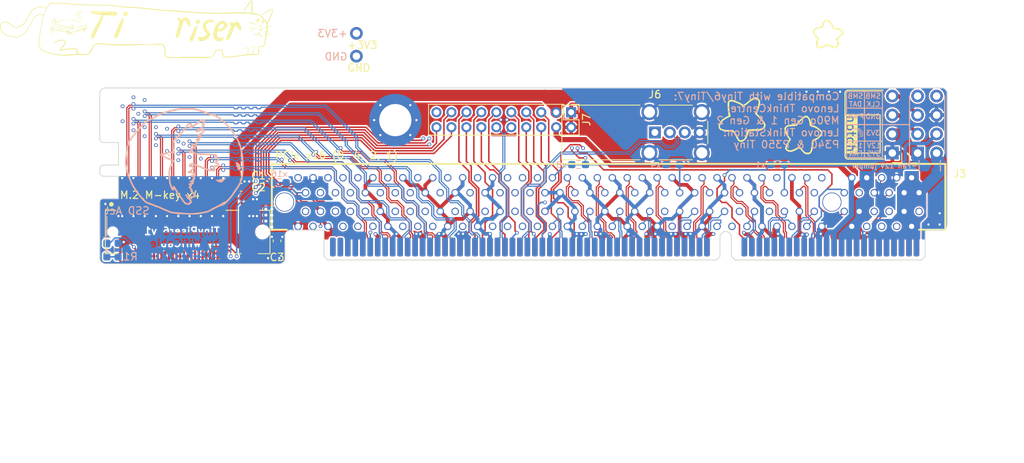
<source format=kicad_pcb>
(kicad_pcb (version 20240108) (generator "pcbnew") (generator_version "8.0")
  (title_block (title "TinyRiser6 v1") (rev "meow") (company "WifiCable") (comment 4 "nya"))
  (layers (0 "F.Cu" signal) (1 "In1.Cu" signal) (2 "In2.Cu" signal) (31 "B.Cu" signal) (34 "B.Paste" user) (35 "F.Paste" user) (36 "B.SilkS" user "B.Silkscreen") (37 "F.SilkS" user "F.Silkscreen") (38 "B.Mask" user) (39 "F.Mask" user) (44 "Edge.Cuts" user))
  (net 0 "")
  (net 1 "+3V3")
  (net 2 "GND")
  (net 3 "PCIe_PCH_Rx3-")
  (net 5 "PCIe_PCH_Rx3+")
  (net 7 "Net-(D1-A)")
  (net 8 "PCIe_PCH_Tx3-")
  (net 9 "PCIe_PCH_Tx3+")
  (net 10 "PCIe_PCH_Rx2-")
  (net 11 "PCIe_PCH_Rx2+")
  (net 14 "PCIe_PCH_Tx2-")
  (net 16 "PCIe_PCH_Tx2+")
  (net 19 "PCIe_PCH_Rx1-")
  (net 21 "PCIe_PCH_Rx1+")
  (net 24 "PCIe_PCH_Tx1-")
  (net 26 "PCIe_PCH_Tx1+")
  (net 29 "PCIe_PCH_Rx0-")
  (net 31 "PCIe_PCH_Rx0+")
  (net 34 "PCIe_PCH_Tx0-")
  (net 36 "PCIe_PCH_Tx0+")
  (net 37 "PERST#")
  (net 38 "PCIe_PCH_CLKREQ#")
  (net 39 "PCIe_PCH_REFCLK-")
  (net 41 "PCIe_PCH_REFCLK+")
  (net 47 "+12V")
  (net 52 "PCIe_CPU_REFCLK+")
  (net 53 "PCIe_CPU_REFCLK-")
  (net 54 "PCIe_CPU_Rx0+")
  (net 55 "PCIe_CPU_Rx0-")
  (net 57 "PCIe_CPU_Rx1+")
  (net 58 "PCIe_CPU_Rx1-")
  (net 59 "PCIe_CPU_Rx2+")
  (net 60 "PCIe_CPU_Rx2-")
  (net 61 "PCIe_CPU_Rx3+")
  (net 62 "PCIe_CPU_Rx3-")
  (net 65 "PCIe_CPU_Rx4+")
  (net 66 "PCIe_CPU_Rx4-")
  (net 67 "PCIe_CPU_Rx5+")
  (net 68 "PCIe_CPU_Rx5-")
  (net 69 "PCIe_CPU_Rx6+")
  (net 70 "PCIe_CPU_Rx6-")
  (net 71 "PCIe_CPU_Rx7+")
  (net 72 "PCIe_CPU_Rx7-")
  (net 90 "SMBCLK")
  (net 91 "SMBDATA")
  (net 93 "+3V3_S5")
  (net 94 "WAKE#")
  (net 96 "PCIe_CPU_Tx0+")
  (net 97 "PCIe_CPU_Tx0-")
  (net 98 "PCIe_CPU_Tx1+")
  (net 99 "PCIe_CPU_Tx1-")
  (net 100 "PCIe_CPU_Tx2+")
  (net 101 "PCIe_CPU_Tx2-")
  (net 102 "PCIe_CPU_Tx3+")
  (net 103 "PCIe_CPU_Tx3-")
  (net 105 "PCIe_CPU_Tx4+")
  (net 106 "PCIe_CPU_Tx4-")
  (net 107 "PCIe_CPU_Tx5+")
  (net 108 "PCIe_CPU_Tx5-")
  (net 109 "PCIe_CPU_Tx6+")
  (net 110 "PCIe_CPU_Tx6-")
  (net 111 "PCIe_CPU_Tx7+")
  (net 112 "PCIe_CPU_Tx7-")
  (net 129 "Net-(D1-K)")
  (net 131 "PCIe_CPU_REFCLK1-")
  (net 132 "PCIE_X8_X4_PRSNT#")
  (net 133 "ESPI_ALERT1#")
  (net 134 "PWRBTN#")
  (net 135 "USB_D+")
  (net 136 "RSMRST_SIO#")
  (net 137 "ESPI_CLK_BMC")
  (net 138 "ESPI_ALERT0#_BMC")
  (net 139 "GPU_MACO_EN")
  (net 140 "AZ_SDOUT_R")
  (net 141 "ESPI_CS1#_BMC")
  (net 142 "FP_RST#")
  (net 143 "PCIe_CPU_REFCLK5-")
  (net 144 "ESPI_IO0_BMC")
  (net 145 "USB_D-")
  (net 146 "ESPI_CS0#_BMC")
  (net 147 "PCIe_CPU_REFCLK11-")
  (net 148 "PCIe_CPU_REFCLK1+")
  (net 149 "PCIe_CPU_CLKREQ#")
  (net 150 "PCH_SYSPOWEROK")
  (net 151 "+5V")
  (net 152 "PCIe_CPU_REFCLK5+")
  (net 153 "SIO_SML1ALERT#")
  (net 154 "SMLINK1_CLK")
  (net 155 "BMC_DETECT#")
  (net 156 "ME_RECOVERY_BMC")
  (net 157 "ESPI_RESET#_BMC")
  (net 158 "GPU_PWR_EN")
  (net 159 "PCIe_CPU_REFCLK11+")
  (net 160 "SMLINK1_DATA")
  (net 161 "ESPI_IO1_BMC")
  (net 162 "+12V_fan")
  (net 163 "Taco_fan")
  (net 164 "PWM_fan")
  (footprint "Connector_PinHeader_2.54mm:PinHeader_1x04_P2.54mm_Horizontal" (layer "F.Cu") (at 227.175 71.45 180)
    (property "Reference" "M1" (hide yes))
    (property "Value" "Fan_4pin")
  )
  (footprint "Capacitor_SMD:C_0603_1608Metric" (layer "F.Cu") (at 140.15 74.47)
    (property "Reference" "C1")
    (property "Value" "10uF")
  )
  (footprint "A_my_stuff:PCIe_x16_tht_smallholes" (layer "F.Cu") (at 189.25 78 180)
    (property "Reference" "J2" (hide yes))
    (property "Value" "Bus_PCI_Express_x16" (hide yes))
  )
  (footprint "LOGO" (layer "F.Cu") (at 126.164054 54.495821)
    (property "Reference" "G***" (hide yes))
    (property "Value" "LOGO" (hide yes))
  )
  (footprint "Connector_USB:USB_A_Wuerth_614004134726_Horizontal" (layer "F.Cu") (at 195.44 68.7)
    (property "Reference" "J6")
    (property "Value" "USB_A")
  )
  (footprint "Connector_PinHeader_2.00mm:PinHeader_2x10_P2.00mm_Vertical" (layer "F.Cu") (at 184.249999 66 -90)
    (property "Reference" "J7")
    (property "Value" "Conn_02x10_Odd_Even")
  )
  (footprint "TestPoint:TestPoint_THTPad_D1.5mm_Drill0.7mm" (layer "F.Cu") (at 155.55 58.5)
    (property "Reference" "TP7" (hide yes))
    (property "Value" "GND")
  )
  (footprint "A_my_stuff:TinyRiser6" (layer "F.Cu") (at 204.9 77.5)
    (property "Reference" "J4" (hide yes))
    (property "Value" "~")
    (fp_line (start -53.67 7.75) (end -53.67 4.25) (stroke (width 0.1)) (layer "Edge.Cuts"))
    (fp_line (start -53.67 7.75) (end -53.17 8.25) (stroke (width 0.1)) (layer "Edge.Cuts"))
    (fp_line (start -53.17 8.25) (end -1.26 8.25) (stroke (width 0.1)) (layer "Edge.Cuts"))
    (fp_line (start -0.76 7.75) (end -1.26 8.25) (stroke (width 0.1)) (layer "Edge.Cuts"))
    (fp_line (start -0.76 7.75) (end -0.76 5.2) (stroke (width 0.1)) (layer "Edge.Cuts"))
    (fp_line (start 0.76 7.75) (end 0.76 5.2) (stroke (width 0.1)) (layer "Edge.Cuts"))
    (fp_line (start 0.76 7.75) (end 1.26 8.25) (stroke (width 0.1)) (layer "Edge.Cuts"))
    (fp_line (start 1.26 8.25) (end 26.17 8.25) (stroke (width 0.1)) (layer "Edge.Cuts"))
    (fp_line (start 26.67 7.75) (end 26.17 8.25) (stroke (width 0.1)) (layer "Edge.Cuts"))
    (fp_line (start 26.67 7.75) (end 26.67 4.25) (stroke (width 0.1)) (layer "Edge.Cuts"))
    (fp_arc (start -0.76 5.2) (mid 0 4.44) (end 0.76 5.2) (stroke (width 0.1)) (layer "Edge.Cuts"))
  )
  (footprint "A_my_stuff:M.2_NGFF_KeyM_H5.3_Vertical" (layer "F.Cu") (at 133 82)
    (property "Reference" "J1" (hide yes))
    (property "Value" "Bus_M.2_Socket_M")
  )
  (footprint "LOGO" (layer "F.Cu") (at 215 63.6 -135)
    (property "Reference" "G***" (hide yes))
    (property "Value" "LOGO" (hide yes))
  )
  (footprint "Capacitor_SMD:C_0603_1608Metric" (layer "F.Cu") (at 144.95 83.2 90)
    (property "Reference" "C3")
    (property "Value" "10uF")
  )
  (footprint "Capacitor_SMD:C_0603_1608Metric" (layer "F.Cu") (at 140.15 76.03)
    (property "Reference" "C2")
    (property "Value" "100nF")
  )
  (footprint "LOGO" (layer "F.Cu") (at 126.164054 54.495821)
    (property "Reference" "G***" (hide yes))
    (property "Value" "LOGO" (hide yes))
  )
  (footprint "TestPoint:TestPoint_THTPad_D1.5mm_Drill0.7mm" (layer "F.Cu") (at 155.55 55.45)
    (property "Reference" "TP3" (hide yes))
    (property "Value" "+3V3")
  )
  (footprint "Connector_PinSocket_2.54mm:PinSocket_2x04_P2.54mm_Horizontal" (layer "F.Cu") (at 230.55 71.45 180)
    (property "Reference" "J3")
    (property "Value" "Conn_02x04_Odd_Even")
  )
  (footprint "Resistor_SMD:R_0603_1608Metric_Pad0.98x0.95mm_HandSolder" (layer "B.Cu") (at 185.25 73 180)
    (property "Reference" "R3" (hide yes))
    (property "Value" "0R")
  )
  (footprint "Jumper:SolderJumper-2_P1.3mm_Open_TrianglePad1.0x1.5mm" (layer "B.Cu") (at 232.175 73.15)
    (property "Reference" "JP1" (hide yes))
    (property "Value" "SolderJumper_2_Open")
  )
  (footprint "MountingHole:MountingHole_4.3mm_M4_ISO7380_Pad_TopOnly" (layer "B.Cu") (at 160.75 67.05 180)
    (property "Reference" "H1" (hide yes))
    (property "Value" "MountingHole_Pad")
  )
  (footprint "LOGO" (layer "B.Cu") (at 222.3 68.7 180)
    (property "Reference" "G***" (hide yes))
    (property "Value" "LOGO" (hide yes))
  )
  (footprint "A_my_stuff:birb" (layer "B.Cu") (at 132.714807 72.71268 180)
    (property "Reference" "G***" (hide yes))
    (property "Value" "LOGO" (hide yes))
  )
  (footprint "Diode_SMD:D_0603_1608Metric_Pad1.05x0.95mm_HandSolder" (layer "B.Cu") (at 122.2 84.41 -90)
    (property "Reference" "D1" (hide yes))
    (property "Value" "LED")
  )
  (footprint "Resistor_SMD:R_0603_1608Metric_Pad0.98x0.95mm_HandSolder" (layer "B.Cu") (at 197.84 73)
    (property "Reference" "R4" (hide yes))
    (property "Value" "0R")
  )
  (footprint "Resistor_SMD:R_0603_1608Metric_Pad0.98x0.95mm_HandSolder" (layer "B.Cu") (at 211.84 73)
    (property "Reference" "R5" (hide yes))
    (property "Value" "0R")
  )
  (footprint "Resistor_SMD:R_0603_1608Metric_Pad0.98x0.95mm_HandSolder" (layer "B.Cu") (at 145.25 75.4)
    (property "Reference" "R2" (hide yes))
    (property "Value" "0R")
  )
  (footprint "Resistor_SMD:R_0603_1608Metric_Pad0.98x0.95mm_HandSolder" (layer "B.Cu") (at 123.7 84.41 90)
    (property "Reference" "R1")
    (property "Value" "5K1")
  )
  (gr_line (start 229.9 73.15) (end 230.35 73.15) (stroke (width 0.15)) (layer "B.SilkS"))
  (gr_line (start 122.4 84.55) (end 122.2 84.25) (stroke (width 0.15)) (layer "B.SilkS"))
  (gr_line (start 225.85 69.85) (end 221.05 69.85) (stroke (width 0.15)) (layer "B.SilkS"))
  (gr_line (start 122 84.55) (end 122.3 84.4) (stroke (width 0.15)) (layer "B.SilkS"))
  (gr_rect (start 221.05 63.25) (end 225.85 72.05) (stroke (width 0.15)) (fill none) (layer "B.SilkS"))
  (gr_line (start 221.05 65.45) (end 225.85 65.45) (stroke (width 0.15)) (layer "B.SilkS"))
  (gr_line (start 122.2 84.25) (end 122 84.55) (stroke (width 0.15)) (layer "B.SilkS"))
  (gr_line (start 225.85 67.65) (end 229.45 67.65) (stroke (width 0.15)) (layer "B.SilkS"))
  (gr_line (start 230.75 72.45) (end 230.75 73.85) (stroke (width 0.15)) (layer "B.SilkS"))
  (gr_line (start 234.175 63.825) (end 234.175 71.45) (stroke (width 0.15)) (layer "B.SilkS"))
  (gr_line (start 122 84.55) (end 122.4 84.55) (stroke (width 0.15)) (layer "B.SilkS"))
  (gr_line (start 122.2 82.5) (end 122.2 79.95) (stroke (width 0.15)) (layer "B.SilkS"))
  (gr_line (start 221.05 67.65) (end 225.85 67.65) (stroke (width 0.15)) (layer "B.SilkS"))
  (gr_line (start 223.45 63.25) (end 223.45 72.05) (stroke (width 0.15)) (layer "B.SilkS"))
  (gr_line (start 233.6 72.45) (end 233.6 73.85) (stroke (width 0.15)) (layer "B.SilkS"))
  (gr_line (start 229.475 63.825) (end 229.475 71.45) (stroke (width 0.15)) (layer "B.SilkS"))
  (gr_line (start 220.85 63.45) (end 220.850001 71.849999) (stroke (width 0.15)) (layer "F.SilkS"))
  (gr_line (start 220.85 71.35) (end 222.45 71.35) (stroke (width 0.15)) (layer "F.SilkS"))
  (gr_arc (start 221.249999 72.249999) (mid 220.967157 72.132841) (end 220.850001 71.849999) (stroke (width 0.15)) (layer "F.SilkS"))
  (gr_rect (start 222.45 66.35) (end 225.55 71.45) (stroke (width 0.15)) (fill none) (layer "F.SilkS"))
  (gr_arc (start 220.85 63.45) (mid 220.967157 63.167157) (end 221.25 63.05) (stroke (width 0.15)) (layer "F.SilkS"))
  (gr_line (start 225.95 63.05) (end 221.25 63.05) (stroke (width 0.15)) (layer "F.SilkS"))
  (gr_line (start 222.45 71.45) (end 220.85 71.45) (stroke (width 0.15)) (layer "F.SilkS"))
  (gr_line (start 225.95 72.25) (end 221.249999 72.249999) (stroke (width 0.15)) (layer "F.SilkS"))
  (gr_line (start 222.45 66.35) (end 220.85 66.35) (stroke (width 0.15)) (layer "F.SilkS"))
  (gr_line (start 220.85 66.45) (end 222.45 66.45) (stroke (width 0.15)) (layer "F.SilkS"))
  (gr_line (start 231.57 81.75) (end 233.75 81.75) (stroke (width 0.1)) (layer "Edge.Cuts"))
  (gr_line (start 233.75 62.75) (end 122 62.75) (stroke (width 0.1)) (layer "Edge.Cuts"))
  (gr_line (start 146 82.5) (end 146 85.5) (stroke (width 0.1)) (layer "Edge.Cuts"))
  (gr_arc (start 121.75 74.55) (mid 121.396447 74.403553) (end 121.25 74.05) (stroke (width 0.1)) (layer "Edge.Cuts"))
  (gr_arc (start 121.25 73.55) (mid 121.396447 73.196447) (end 121.75 73.05) (stroke (width 0.1)) (layer "Edge.Cuts"))
  (gr_arc (start 146 85.5) (mid 145.78033 86.03033) (end 145.25 86.25) (stroke (width 0.1)) (layer "Edge.Cuts"))
  (gr_arc (start 233.75 62.75) (mid 234.28033 62.96967) (end 234.5 63.5) (stroke (width 0.1)) (layer "Edge.Cuts"))
  (gr_line (start 121.25 85.5) (end 121.25 78.05) (stroke (width 0.1)) (layer "Edge.Cuts"))
  (gr_arc (start 146 82.5) (mid 146.21967 81.96967) (end 146.75 81.75) (stroke (width 0.1)) (layer "Edge.Cuts"))
  (gr_line (start 123.75 73.05) (end 121.75 73.05) (stroke (width 0.1)) (layer "Edge.Cuts"))
  (gr_line (start 121.25 74.05) (end 121.25 73.55) (stroke (width 0.1)) (layer "Edge.Cuts"))
  (gr_line (start 145.25 86.25) (end 122 86.25) (stroke (width 0.1)) (layer "Edge.Cuts"))
  (gr_arc (start 121.25 78.05) (mid 121.396447 77.696447) (end 121.75 77.55) (stroke (width 0.1)) (layer "Edge.Cuts"))
  (gr_arc (start 234.5 81) (mid 234.28033 81.53033) (end 233.75 81.75) (stroke (width 0.1)) (layer "Edge.Cuts"))
  (gr_line (start 123.75 77.55) (end 123.75 74.55) (stroke (width 0.1)) (layer "Edge.Cuts"))
  (gr_line (start 146.75 81.75) (end 151.23 81.75) (stroke (width 0.1)) (layer "Edge.Cuts"))
  (gr_line (start 234.5 81) (end 234.5 63.5) (stroke (width 0.1)) (layer "Edge.Cuts"))
  (gr_line (start 123.75 73.05) (end 123.75 70.05) (stroke (width 0.1)) (layer "Edge.Cuts"))
  (gr_line (start 123.75 70.05) (end 121.75 70.05) (stroke (width 0.1)) (layer "Edge.Cuts"))
  (gr_arc (start 121.25 63.5) (mid 121.46967 62.96967) (end 122 62.75) (stroke (width 0.1)) (layer "Edge.Cuts"))
  (gr_line (start 121.75 74.55) (end 123.75 74.55) (stroke (width 0.1)) (layer "Edge.Cuts"))
  (gr_line (start 121.75 77.55) (end 123.75 77.55) (stroke (width 0.1)) (layer "Edge.Cuts"))
  (gr_line (start 121.25 69.55) (end 121.25 63.5) (stroke (width 0.1)) (layer "Edge.Cuts"))
  (gr_arc (start 122 86.25) (mid 121.46967 86.03033) (end 121.25 85.5) (stroke (width 0.1)) (layer "Edge.Cuts"))
  (gr_arc (start 121.75 70.05) (mid 121.396447 69.903553) (end 121.25 69.55) (stroke (width 0.1)) (layer "Edge.Cuts"))
  (gr_text "TinyRiser6 v1\nby WifiCable\n2025/xx/xx" (at 137.4 85.7 0) (layer "B.Cu" knockout) (effects (font (size 1 1) (thickness 0.2) (bold yes)) (justify left bottom mirror)))
  (gr_text "GND" (at 154.45 59.15 0) (layer "B.SilkS") (effects (font (size 1 1)) (justify left bottom mirror)))
  (gr_text "PWM" (at 222.3 66.95 0) (layer "B.SilkS") (effects (font (size 0.66 0.66) (thickness 0.12) (bold yes)) (justify bottom mirror)))
  (gr_text "x4" (at 195.55 73.5 0) (layer "B.SilkS") (effects (font (size 0.8 0.8) (thickness 0.11)) (justify bottom mirror)))
  (gr_text "12V\nFAN" (at 222.3 71.9 0) (layer "B.SilkS") (effects (font (size 0.66 0.66) (thickness 0.12) (bold yes)) (justify bottom mirror)))
  (gr_text "SSD Act" (at 128 79.75 0) (layer "B.SilkS") (effects (font (size 1 1)) (justify left bottom mirror)))
  (gr_text "x8" (at 182.95 73.5 0) (layer "B.SilkS") (effects (font (size 0.8 0.8) (thickness 0.11)) (justify bottom mirror)))
  (gr_text "SMB\nCLK" (at 224.6 65.3 0) (layer "B.SilkS") (effects (font (size 0.66 0.66) (thickness 0.12) (bold yes)) (justify bottom mirror)))
  (gr_text "SMB\nDAT" (at 222.25 65.3 0) (layer "B.SilkS") (effects (font (size 0.66 0.66) (thickness 0.12) (bold yes)) (justify bottom mirror)))
  (gr_text "12V\nSYS" (at 224.7 71.9 0) (layer "B.SilkS") (effects (font (size 0.66 0.66) (thickness 0.12) (bold yes)) (justify bottom mirror)))
  (gr_text "x16" (at 145.25 74.7 0) (layer "B.SilkS") (effects (font (size 0.8 0.8) (thickness 0.11)) (justify bottom mirror)))
  (gr_text "GND" (at 224.6 66.95 0) (layer "B.SilkS") (effects (font (size 0.66 0.66) (thickness 0.12) (bold yes)) (justify bottom mirror)))
  (gr_text "Fan 12V jumper" (at 229.75 73.55 0) (layer "B.SilkS") (effects (font (size 0.66 0.66) (thickness 0.12) (bold yes)) (justify left bottom mirror)))
  (gr_text "3V3" (at 224.6 69.15 0) (layer "B.SilkS") (effects (font (size 0.66 0.66) (thickness 0.12) (bold yes)) (justify bottom mirror)))
  (gr_text "+3V3" (at 154.45 56.05 0) (layer "B.SilkS") (effects (font (size 1 1)) (justify left bottom mirror)))
  (gr_text "Compatible with Tiny6/Tiny7:\nLenovo ThinkCentre:\nM90q Gen 1 & Gen 2\nLenovo ThinkStation:\nP340 & P350 Tiny" (at 220.2 70.9 0) (layer "B.SilkS") (effects (font (size 1 1)) (justify left bottom mirror)))
  (gr_text "x1" (at 209.55 73.5 0) (layer "B.SilkS") (effects (font (size 0.8 0.8) (thickness 0.11)) (justify bottom mirror)))
  (gr_text "notch" (at 220.95 66.25 270) (layer "F.SilkS" knockout) (effects (font (size 1.2 1.2) (thickness 0.1875)) (justify left bottom)))
  (gr_text "M.2 M-key x4" (at 123.85 77.65 0) (layer "F.SilkS") (effects (font (size 1 1)) (justify left bottom)))
  (gr_text "PCIe x16 (8, 4, 2, 1)" (at 144.6 72.35 0) (layer "F.SilkS") (effects (font (size 1 1)) (justify left bottom)))
  (gr_text "GND" (at 154.25 60.65 0) (layer "F.SilkS") (effects (font (size 1 1)) (justify left bottom)))
  (gr_text "+3V3" (at 154.25 57.6 0) (layer "F.SilkS") (effects (font (size 1 1)) (justify left bottom)))
  (segment (start 128 85.25) (end 128 84) (width 0.3) (layer "F.Cu") (net 1))
  (segment (start 127 85.25) (end 127 83.51608) (width 0.3) (layer "F.Cu") (net 1))
  (segment (start 142 84.1) (end 141.65 83.75) (width 0.3) (layer "F.Cu") (net 1))
  (segment (start 126.31392 82.83) (end 124.97 82.83) (width 1.5) (layer "F.Cu") (net 1))
  (segment (start 126.83392 83.35) (end 126.31392 82.83) (width 1.5) (layer "F.Cu") (net 1))
  (segment (start 144.625 83.65) (end 144.95 83.975) (width 1) (layer "F.Cu") (net 1))
  (segment (start 139.35 70.65) (end 139.35 76.3) (width 1.5) (layer "F.Cu") (net 1))
  (segment (start 138.6 82.8) (end 129.2 82.8) (width 1.5) (layer "F.Cu") (net 1))
  (segment (start 141 85.25) (end 141 83.8) (width 0.3) (layer "F.Cu") (net 1))
  (segment (start 127 83.51608) (end 126.83392 83.35) (width 0.3) (layer "F.Cu") (net 1))
  (segment (start 138.95 82.45) (end 139.95 83.45) (width 1.5) (layer "F.Cu") (net 1))
  (segment (start 139.35 76.3) (end 138.95 76.7) (width 1.5) (layer "F.Cu") (net 1))
  (segment (start 183.8 63.75) (end 180.7 63.75) (width 1.5) (layer "F.Cu") (net 1))
  (segment (start 182.249996 66.000001) (end 182.249996 65.299996) (width 1.5) (layer "F.Cu") (net 1))
  (segment (start 126.5 85.25) (end 126.5 83.8) (width 0.3) (layer "F.Cu") (net 1))
  (segment (start 182.249996 66.000001) (end 182.249996 65.300004) (width 1.5) (layer "F.Cu") (net 1))
  (segment (start 124.5 83.9) (end 124.35 83.75) (width 0.3) (layer "F.Cu") (net 1))
  (segment (start 138.95 82.45) (end 138.6 82.8) (width 1.5) (layer "F.Cu") (net 1))
  (segment (start 128 84) (end 128.25 83.75) (width 0.3) (layer "F.Cu") (net 1))
  (segment (start 182.249996 65.300004) (end 183.8 63.75) (width 1.5) (layer "F.Cu") (net 1))
  (segment (start 223.75 74.75) (end 223.75 73.625) (width 1.5) (layer "F.Cu") (net 1))
  (segment (start 180.7 63.75) (end 146.25 63.75) (width 1.5) (layer "F.Cu") (net 1))
  (segment (start 141.5 85.25) (end 141.5 83.9) (width 0.3) (layer "F.Cu") (net 1))
  (segment (start 139.95 83.45) (end 141.35 83.45) (width 1.5) (layer "F.Cu") (net 1))
  (segment (start 141.5 83.9) (end 141.65 83.75) (width 0.3) (layer "F.Cu") (net 1))
  (segment (start 182.249996 65.299996) (end 180.7 63.75) (width 1.5) (layer "F.Cu") (net 1))
  (segment (start 213.875 63.75) (end 183.8 63.75) (width 1.5) (layer "F.Cu") (net 1))
  (segment (start 124 83.8) (end 124.45 83.35) (width 0.3) (layer "F.Cu") (net 1))
  (segment (start 124.5 85.25) (end 124.5 83.9) (width 0.3) (layer "F.Cu") (net 1))
  (segment (start 127.5 85.25) (end 127.5 83.35) (width 0.3) (layer "F.Cu") (net 1))
  (segment (start 124 85.25) (end 124 83.8) (width 0.3) (layer "F.Cu") (net 1))
  (segment (start 126.5 83.8) (end 126.55 83.75) (width 0.3) (layer "F.Cu") (net 1))
  (segment (start 128.65 83.35) (end 126.83392 83.35) (width 1.5) (layer "F.Cu") (net 1))
  (segment (start 124.97 82.83) (end 124.45 83.35) (width 1.5) (layer "F.Cu") (net 1))
  (segment (start 129.2 82.8) (end 128.65 83.35) (width 1.5) (layer "F.Cu") (net 1))
  (segment (start 138.95 76.7) (end 138.95 82.45) (width 1.5) (layer "F.Cu") (net 1))
  (segment (start 223.75 73.625) (end 213.875 63.75) (width 1.5) (layer "F.Cu") (net 1))
  (segment (start 141.55 83.65) (end 144.625 83.65) (width 1) (layer "F.Cu") (net 1))
  (segment (start 141.35 83.45) (end 141.55 83.65) (width 1) (layer "F.Cu") (net 1))
  (segment (start 146.25 63.75) (end 139.35 70.65) (width 1.5) (layer "F.Cu") (net 1))
  (segment (start 142 85.25) (end 142 84.1) (width 0.3) (layer "F.Cu") (net 1))
  (via (at 124.45 83.35) (size 0.5) (drill 0.3) (layers "F.Cu" "B.Cu") (net 1))
  (segment (start 228.3 73.1) (end 225.4 73.1) (width 0.5) (layer "B.Cu") (net 1))
  (segment (start 231.825 70.175) (end 229.325 70.175) (width 0.5) (layer "B.Cu") (net 1))
  (segment (start 229.325 70.175) (end 228.9 70.6) (width 0.5) (layer "B.Cu") (net 1))
  (segment (start 228.9 72.5) (end 228.3 73.1) (width 0.5) (layer "B.Cu") (net 1))
  (segment (start 228.9 70.6) (end 228.9 72.5) (width 0.5) (layer "B.Cu") (net 1))
  (segment (start 225.4 73.1) (end 223.75 74.75) (width 0.5) (layer "B.Cu") (net 1))
  (segment (start 123.7 83.4975) (end 124.3025 83.4975) (width 0.2) (layer "B.Cu") (net 1))
  (segment (start 124.3025 83.4975) (end 124.45 83.35) (width 0.2) (layer "B.Cu") (net 1))
  (segment (start 233.09 68.91) (end 231.825 70.175) (width 0.5) (layer "B.Cu") (net 1))
  (segment (start 217.9 82.25) (end 217.6 82.25) (width 0.5) (layer "F.Cu") (net 2))
  (segment (start 202.4 82.75) (end 202.9 82.25) (width 0.5) (layer "F.Cu") (net 2))
  (segment (start 199.55 82.25) (end 198.95 82.25) (width 0.5) (layer "F.Cu") (net 2))
  (segment (start 164.75 76.75) (end 163.75 75.75) (width 0.5) (layer "F.Cu") (net 2))
  (segment (start 202.75 82.25) (end 201.75 81.25) (width 0.5) (layer "F.Cu") (net 2))
  (segment (start 195.75 81.25) (end 194.75 80.25) (width 0.5) (layer "F.Cu") (net 2))
  (segment (start 194.4 82.6) (end 194.3 82.7) (width 0.5) (layer "F.Cu") (net 2))
  (segment (start 214.4 84) (end 214.4 82.7) (width 0.5) (layer "F.Cu") (net 2))
  (segment (start 203.25 82.25) (end 202.75 82.25) (width 0.5) (layer "F.Cu") (net 2))
  (segment (start 198.75 78.75) (end 200.75 76.75) (width 0.5) (layer "F.Cu") (net 2))
  (segment (start 133.25 78.75) (end 133.25 79.875) (width 0.3) (layer "F.Cu") (net 2))
  (segment (start 215.4 84) (end 215.4 82.7) (width 0.5) (layer "F.Cu") (net 2))
  (segment (start 190.75 75.75) (end 189.75 74.75) (width 0.5) (layer "F.Cu") (net 2))
  (segment (start 202.4 84) (end 202.4 82.75) (width 0.5) (layer "F.Cu") (net 2))
  (segment (start 198.75 79.25) (end 198.75 78.75) (width 0.5) (layer "F.Cu") (net 2))
  (segment (start 185.4 82.65) (end 185 82.25) (width 0.5) (layer "F.Cu") (net 2))
  (segment (start 123.75 78.75) (end 123.75 79.875) (width 0.3) (layer "F.Cu") (net 2))
  (segment (start 190.75 80.25) (end 189.75 80.25) (width 0.5) (layer "F.Cu") (net 2))
  (segment (start 185.4 84) (end 185.4 82.75) (width 0.5) (layer "F.Cu") (net 2))
  (segment (start 195 82.25) (end 195.5 82.25) (width 0.5) (layer "F.Cu") (net 2))
  (segment (start 185.4 82.75) (end 185.875 82.275) (width 0.5) (layer "F.Cu") (net 2))
  (segment (start 156.75 76.75) (end 156.75 75.75) (width 0.5) (layer "F.Cu") (net 2))
  (segment (start 194.4 84) (end 194.4 82.6) (width 0.5) (layer "F.Cu") (net 2))
  (segment (start 217.75 81.25) (end 217.975 81.475) (width 0.5) (layer "F.Cu") (net 2))
  (segment (start 191.4 84) (end 191.4 82.75) (width 0.5) (layer "F.Cu") (net 2))
  (segment (start 194.3 82.7) (end 194.3 82.25) (width 0.5) (layer "F.Cu") (net 2))
  (segment (start 164.75 75.75) (end 165.75 74.75) (width 0.5) (layer "F.Cu") (net 2))
  (segment (start 197.9 82.25) (end 197.6 82.25) (width 0.5) (layer "F.Cu") (net 2))
  (segment (start 207.525 82.3) (end 207.325 82.1) (width 0.5) (layer "F.Cu") (net 2))
  (segment (start 209.75 81.25) (end 209.75 78.65) (width 0.5) (layer "F.Cu") (net 2))
  (segment (start 198.95 82.25) (end 198.75 82.05) (width 0.5) (layer "F.Cu") (net 2))
  (segment (start 209.75 78.65) (end 208.75 77.65) (width 0.5) (layer "F.Cu") (net 2))
  (segment (start 199.55 82.85) (end 199.55 82.25) (width 0.5) (layer "F.Cu") (net 2))
  (segment (start 185.875 82.275) (end 186.2 82.275) (width 0.5) (layer "F.Cu") (net 2))
  (segment (start 192.75 79.25) (end 192.75 78.75) (width 0.5) (layer "F.Cu") (net 2))
  (segment (start 211.4 82.75) (end 211.9 82.25) (width 0.5) (layer "F.Cu") (net 2))
  (segment (start 188.75 79.25) (end 188.75 78.75) (width 0.5) (layer "F.Cu") (net 2))
  (segment (start 208.4 84) (end 208.4 82.8) (width 0.5) (layer "F.Cu") (net 2))
  (segment (start 198.4 82.4) (end 198.55 82.25) (width 0.5) (layer "F.Cu") (net 2))
  (segment (start 167.4 82.75) (end 166.9 82.25) (width 0.5) (layer "F.Cu") (net 2))
  (segment (start 169.75 80.25) (end 170.75 79.25) (width 0.5) (layer "F.Cu") (net 2))
  (segment (start 191.75 81.25) (end 190.75 80.25) (width 0.5) (layer "F.Cu") (net 2))
  (segment (start 194.75 76.75) (end 194.75 75.75) (width 0.5) (layer "F.Cu") (net 2))
  (segment (start 158.09 82.29) (end 158.4 82.6) (width 0.5) (layer "F.Cu") (net 2))
  (segment (start 192.75 78.75) (end 194.75 76.75) (width 0.5) (layer "F.Cu") (net 2))
  (segment (start 202.9 82.25) (end 203.25 82.25) (width 0.5) (layer "F.Cu") (net 2))
  (segment (start 156.75 75.75) (end 157.75 74.75) (width 0.5) (layer "F.Cu") (net 2))
  (segment (start 215.4 84) (end 215.4 82.6) (width 0.5) (layer "F.Cu") (net 2))
  (segment (start 211.4 84) (end 211.4 81.6) (width 0.5) (layer "F.Cu") (net 2))
  (segment (start 198.2 82.25) (end 197.6 82.25) (width 0.5) (layer "F.Cu") (net 2))
  (segment (start 217.975 82.175) (end 217.9 82.25) (width 0.5) (layer "F.Cu") (net 2))
  (segment (start 167.75 80.25) (end 166.75 79.25) (width 0.5) (layer "F.Cu") (net 2))
  (segment (start 218.4 82.75) (end 217.9 82.25) (width 0.5) (layer "F.Cu") (net 2))
  (segment (start 198.4 82.75) (end 197.9 82.25) (width 0.5) (layer "F.Cu") (net 2))
  (segment (start 217.6 81.4) (end 217.75 81.25) (width 0.5) (layer "F.Cu") (net 2))
  (segment (start 208.75 75.75) (end 207.75 74.75) (width 0.5) (layer "F.Cu") (net 2))
  (segment (start 211.4 81.75) (end 211.4 81.6) (width 0.5) (layer "F.Cu") (net 2))
  (segment (start 211.4 81.6) (end 211.75 81.25) (width 0.5) (layer "F.Cu") (net 2))
  (segment (start 218.4 84) (end 218.4 81.9) (width 0.5) (layer "F.Cu") (net 2))
  (segment (start 194.3 82.25) (end 195.3 81.25) (width 0.5) (layer "F.Cu") (net 2))
  (segment (start 195.75 81.25) (end 195 82) (width 0.5) (layer "F.Cu") (net 2))
  (segment (start 208.75 76.75) (end 208.75 75.75) (width 0.5) (layer "F.Cu") (net 2))
  (segment (start 195.4 82.35) (end 195.5 82.25) (width 0.5) (layer "F.Cu") (net 2))
  (segment (start 214.4 82.7) (end 214.75 82.35) (width 0.5) (layer "F.Cu") (net 2))
  (segment (start 167.4 84) (end 167.4 82.75) (width 0.5) (layer "F.Cu") (net 2))
  (segment (start 211.4 84) (end 211.4 82.75) (width 0.5) (layer "F.Cu") (net 2))
  (segment (start 128.75 78.75) (end 128.75 79.875) (width 0.3) (layer "F.Cu") (net 2))
  (segment (start 199.4 82.7) (end 199.55 82.85) (width 0.5) (layer "F.Cu") (net 2))
  (segment (start 166.75 78.75) (end 168.75 76.75) (width 0.5) (layer "F.Cu") (net 2))
  (segment (start 167.75 81.25) (end 167.75 80.25) (width 0.5) (layer "F.Cu") (net 2))
  (segment (start 195.3 81.25) (end 195.75 81.25) (width 0.5) (layer "F.Cu") (net 2))
  (segment (start 159.75 81.25) (end 159.75 80.25) (width 0.5) (layer "F.Cu") (net 2))
  (segment (start 162.75 75.75) (end 161.75 74.75) (width 0.5) (layer "F.Cu") (net 2))
  (segment (start 161.4 84) (end 161.4 82.75) (width 0.5) (layer "F.Cu") (net 2))
  (segment (start 202.4 81.9) (end 201.75 81.25) (width 0.5) (layer "F.Cu") (net 2))
  (segment (start 217.6 82.25) (end 217.6 81.4) (width 0.5) (layer "F.Cu") (net 2))
  (segment (start 194.3 82.25) (end 195 82.25) (width 0.5) (layer "F.Cu") (net 2))
  (segment (start 191.4 82.75) (end 191.9 82.25) (width 0.5) (layer "F.Cu") (net 2))
  (segment (start 218.4 81.9) (end 217.75 81.25) (width 0.5) (layer "F.Cu") (net 2))
  (segment (start 198.4 84) (end 198.4 82.4) (width 0.5) (layer "F.Cu") (net 2))
  (segment (start 188.75 78.75) (end 190.75 76.75) (width 0.5) (layer "F.Cu") (net 2))
  (segment (start 208.4 82.8) (end 207.9 82.3) (width 0.5) (layer "F.Cu") (net 2))
  (segment (start 161.4 82.75) (end 160.9 82.25) (width 0.5) (layer "F.Cu") (net 2))
  (segment (start 211.4 84) (end 211.4 82.9) (width 0.5) (layer "F.Cu") (net 2))
  (segment (start 215.4 82.6) (end 215.15 82.35) (width 0.5) (layer "F.Cu") (net 2))
  (segment (start 202.4 84) (end 202.4 81.9) (width 0.5) (layer "F.Cu") (net 2))
  (segment (start 167.2 82.25) (end 166.6 82.25) (width 0.5) (layer "F.Cu") (net 2))
  (segment (start 195 82) (end 195 82.25) (width 0.5) (layer "F.Cu") (net 2))
  (segment (start 214.75 81.95) (end 215.15 82.35) (width 0.5) (layer "F.Cu") (net 2))
  (segment (start 185.4 84) (end 185.4 82.65) (width 0.5) (layer "F.Cu") (net 2))
  (segment (start 137.75 78.75) (end 137.75 79.875) (width 0.3) (layer "F.Cu") (net 2))
  (segment (start 217.975 81.475) (end 217.975 82.175) (width 0.5) (layer "F.Cu") (net 2))
  (segment (start 218.4 84) (end 218.4 82.75) (width 0.5) (layer "F.Cu") (net 2))
  (segment (start 215.4 82.7) (end 215.75 82.35) (width 0.5) (layer "F.Cu") (net 2))
  (segment (start 124.25 78.75) (end 124.25 79.875) (width 0.3) (layer "F.Cu") (net 2))
  (segment (start 201.75 81.25) (end 202.75 80.25) (width 0.5) (layer "F.Cu") (net 2))
  (segment (start 195.4 84) (end 195.4 82.35) (width 0.5) (layer "F.Cu") (net 2))
  (segment (start 160.9 82.25) (end 159.9 81.25) (width 0.5) (layer "F.Cu") (net 2))
  (segment (start 186.2 82.275) (end 185.025 82.275) (width 0.5) (layer "F.Cu") (net 2))
  (segment (start 207.9 82.3) (end 207.525 82.3) (width 0.5) (layer "F.Cu") (net 2))
  (segment (start 167.2 81.8) (end 167.75 81.25) (width 0.5) (layer "F.Cu") (net 2))
  (segment (start 169.75 75.75) (end 169.75 74.75) (width 0.5) (layer "F.Cu") (net 2))
  (segment (start 163.75 75.75) (end 162.75 75.75) (width 0.5) (layer "F.Cu") (net 2))
  (segment (start 198.2 82.6) (end 198.75 82.05) (width 0.5) (layer "F.Cu") (net 2))
  (segment (start 194.75 75.75) (end 193.75 74.75) (width 0.5) (layer "F.Cu") (net 2))
  (segment (start 130.25 78.75) (end 130.25 79.875) (width 0.3) (layer "F.Cu") (net 2))
  (segment (start 198.75 82.05) (end 198.75 79.25) (width 0.5) (layer "F.Cu") (net 2))
  (segment (start 211.4 82.9) (end 209.75 81.25) (width 0.5) (layer "F.Cu") (net 2))
  (segment (start 166.9 82.25) (end 166.6 82.25) (width 0.5) (layer "F.Cu") (net 2))
  (segment (start 214.75 78.55) (end 213.75 77.55) (width 0.5) (layer "F.Cu") (net 2))
  (segment (start 167.4 82.45) (end 167.2 82.25) (width 0.5) (layer "F.Cu") (net 2))
  (segment (start 158.4 82.6) (end 158.4 84) (width 0.5) (layer "F.Cu") (net 2))
  (segment (start 198.4 84) (end 198.4 82.75) (width 0.5) (layer "F.Cu") (net 2))
  (segment (start 193.75 80.25) (end 192.75 79.25) (width 0.5) (layer "F.Cu") (net 2))
  (segment (start 166.75 78.75) (end 164.75 76.75) (width 0.5) (layer "F.Cu") (net 2))
  (segment (start 199.7 75.7) (end 198.7 75.7) (width 0.5) (layer "F.Cu") (net 2))
  (segment (start 190.75 76.75) (end 190.75 75.75) (width 0.5) (layer "F.Cu") (net 2))
  (segment (start 166.75 79.25) (end 166.75 78.75) (width 0.5) (layer "F.Cu") (net 2))
  (segment (start 202.75 80.25) (end 202.75 79.25) (width 0.5) (layer "F.Cu") (net 2))
  (segment (start 136.25 78.75) (end 136.25 79.875) (width 0.3) (layer "F.Cu") (net 2))
  (segment (start 198.55 82.25) (end 198.2 82.25) (width 0.5) (layer "F.Cu") (net 2))
  (segment (start 167.75 81.25) (end 168.75 80.25) (width 0.5) (layer "F.Cu") (net 2))
  (segment (start 164.75 76.75) (end 164.75 75.75) (width 0.5) (layer "F.Cu") (net 2))
  (segment (start 134.75 78.75) (end 134.75 79.875) (width 0.3) (layer "F.Cu") (net 2))
  (segment (start 127.25 78.75) (end 127.25 79.875) (width 0.3) (layer "F.Cu") (net 2))
  (segment (start 159.9 81.25) (end 159.75 81.25) (width 0.5) (layer "F.Cu") (net 2))
  (segment (start 125.75 78.75) (end 125.75 79.875) (width 0.3) (layer "F.Cu") (net 2))
  (segment (start 158.75 78.35) (end 157.15 76.75) (width 0.5) (layer "F.Cu") (net 2))
  (segment (start 214.75 79.25) (end 214.75 78.55) (width 0.5) (layer "F.Cu") (net 2))
  (segment (start 189.75 80.25) (end 188.75 79.25) (width 0.5) (layer "F.Cu") (net 2))
  (segment (start 211.9 82.25) (end 211.4 81.75) (width 0.5) (layer "F.Cu") (net 2))
  (segment (start 199.4 82.7) (end 198.95 82.25) (width 0.5) (layer "F.Cu") (net 2))
  (segment (start 131.75 78.75) (end 131.75 79.875) (width 0.3) (layer "F.Cu") (net 2))
  (segment (start 198.7 75.7) (end 197.75 74.75) (width 0.5) (layer "F.Cu") (net 2))
  (segment (start 168.75 76.75) (end 169.75 75.75) (width 0.5) (layer "F.Cu") (net 2))
  (segment (start 167.2 82.25) (end 167.2 81.8) (width 0.5) (layer "F.Cu") (net 2))
  (segment (start 158.75 79.25) (end 158.75 78.35) (width 0.5) (layer "F.Cu") (net 2))
  (segment (start 157.15 76.75) (end 156.75 76.75) (width 0.5) (layer "F.Cu") (net 2))
  (segment (start 199.4 84) (end 199.4 82.7) (width 0.5) (layer "F.Cu") (net 2))
  (segment (start 167.4 84) (end 167.4 82.45) (width 0.5) (layer "F.Cu") (net 2))
  (segment (start 185.025 82.275) (end 185 82.25) (width 0.5) (layer "F.Cu") (net 2))
  (segment (start 200.75 76.75) (end 199.7 75.7) (width 0.5) (layer "F.Cu") (net 2))
  (segment (start 194.75 80.25) (end 193.75 80.25) (width 0.5) (layer "F.Cu") (net 2))
  (segment (start 159.75 80.25) (end 158.75 79.25) (width 0.5) (layer "F.Cu") (net 2))
  (segment (start 213.75 77.55) (end 213.75 74.75) (width 0.5) (layer "F.Cu") (net 2))
  (segment (start 199.55 82.25) (end 200.2 82.25) (width 0.5) (layer "F.Cu") (net 2))
  (segment (start 198.2 82.25) (end 198.2 82.6) (width 0.5) (layer "F.Cu") (net 2))
  (segment (start 214.75 82.35) (end 215.15 82.35) (width 0.5) (layer "F.Cu") (net 2))
  (segment (start 214.75 79.25) (end 214.75 81.95) (width 0.5) (layer "F.Cu") (net 2))
  (segment (start 168.75 80.25) (end 169.75 80.25) (width 0.5) (layer "F.Cu") (net 2))
  (segment (start 215.75 82.35) (end 215.15 82.35) (width 0.5) (layer "F.Cu") (net 2))
  (segment (start 208.75 77.65) (end 208.75 76.75) (width 0.5) (layer "F.Cu") (net 2))
  (via (at 145.65 82.65) (size 0.5) (drill 0.3) (layers "F.Cu" "B.Cu") (net 2))
  (via (at 223.45 82.15) (size 0.5) (drill 0.3) (layers "F.Cu" "B.Cu") (net 2))
  (via (at 163.575 82.25) (size 0.5) (drill 0.3) (layers "F.Cu" "B.Cu") (net 2))
  (via (at 124.3 67.2) (size 0.5) (drill 0.3) (layers "F.Cu" "B.Cu") (net 2))
  (via (at 233.5 81) (size 0.5) (drill 0.3) (layers "F.Cu" "B.Cu") (net 2))
  (via (at 140.6 75.25) (size 0.5) (drill 0.3) (layers "F.Cu" "B.Cu") (net 2))
  (via (at 141.75 77.625) (size 0.5) (drill 0.3) (layers "F.Cu" "B.Cu") (net 2))
  (via (at 185 82.25) (size 0.5) (drill 0.3) (layers "F.Cu" "B.Cu") (net 2))
  (via (at 175.65 67) (size 0.5) (drill 0.3) (layers "F.Cu" "B.Cu") (net 2))
  (via (at 131.75 69.9) (size 0.5) (drill 0.3) (layers "F.Cu" "B.Cu") (net 2))
  (via (at 187.575 82.25) (size 0.5) (drill 0.3) (layers "F.Cu" "B.Cu") (net 2))
  (via (at 233.5 79.5) (size 0.5) (drill 0.3) (layers "F.Cu" "B.Cu") (net 2))
  (via (at 136.25 73.4) (size 0.5) (drill 0.3) (layers "F.Cu" "B.Cu") (net 2))
  (via (at 134.75 79.875) (size 0.5) (drill 0.3) (layers "F.Cu" "B.Cu") (net 2))
  (via (at 131.75 79.875) (size 0.5) (drill 0.3) (layers "F.Cu" "B.Cu") (net 2))
  (via (at 141.75 79.875) (size 0.5) (drill 0.3) (layers "F.Cu" "B.Cu") (net 2))
  (via (at 144.25 82.65) (size 0.5) (drill 0.3) (layers "F.Cu" "B.Cu") (net 2))
  (via (at 125.75 79.875) (size 0.5) (drill 0.3) (layers "F.Cu" "B.Cu") (net 2))
  (via (at 157.925 67.05) (size 0.5) (drill 0.3) (layers "F.Cu" "B.Cu") (net 2))
  (via (at 160.9 82.25) (size 0.5) (drill 0.3) (layers "F.Cu" "B.Cu") (net 2))
  (via (at 207.325 82.1) (size 0.5) (drill 0.3) (layers "F.Cu" "B.Cu") (net 2))
  (via (at 158.09 82.29) (size 0.5) (drill 0.3) (layers "F.Cu" "B.Cu") (net 2))
  (via (at 143.75 85.5) (size 0.5) (drill 0.3) (layers "F.Cu" "B.Cu") (net 2))
  (via (at 169.2 82.25) (size 0.5) (drill 0.3) (layers "F.Cu" "B.Cu") (net 2))
  (via (at 162.75 69.05) (size 0.5) (drill 0.3) (layers "F.Cu" "B.Cu") (net 2))
  (via (at 173.4 82.25) (size 0.5) (drill 0.3) (layers "F.Cu" "B.Cu") (net 2))
  (via (at 200.2 82.25) (size 0.5) (drill 0.3) (layers "F.Cu" "B.Cu") (net 2))
  (via (at 215.75 82.35) (size 0.5) (drill 0.3) (layers "F.Cu" "B.Cu") (net 2))
  (via (at 217.2 63.25) (size 0.5) (drill 0.3) (layers "F.Cu" "B.Cu") (net 2))
  (via (at 166.6 82.25) (size 0.5) (drill 0.3) (layers "F.Cu" "B.Cu") (net 2))
  (via (at 169.8 82.25) (size 0.5) (drill 0.3) (layers "F.Cu" "B.Cu") (net 2))
  (via (at 220.2 63.25) (size 0.5) (drill 0.3) (layers "F.Cu" "B.Cu") (net 2))
  (via (at 158.75 69.05) (size 0.5) (drill 0.3) (layers "F.Cu" "B.Cu") (net 2))
  (via (at 142.25 79.875) (size 0.5) (drill 0.3) (layers "F.Cu" "B.Cu") (net 2))
  (via (at 134.75 72.2) (size 0.5) (drill 0.3) (layers "F.Cu" "B.Cu") (net 2))
  (via (at 136.25 79.875) (size 0.5) (drill 0.3) (layers "F.Cu" "B.Cu") (net 2))
  (via (at 127.25 74.8) (size 0.5) (drill 0.3) (layers "F.Cu" "B.Cu") (net 2))
  (via (at 130.25 74.8) (size 0.5) (drill 0.3) (layers "F.Cu" "B.Cu") (net 2))
  (via (at 195.5 82.25) (size 0.5) (drill 0.3) (layers "F.Cu" "B.Cu") (net 2))
  (via (at 199.55 82.25) (size 0.5) (drill 0.3) (layers "F.Cu" "B.Cu") (net 2))
  (via (at 130.25 68.2) (size 0.5) (drill 0.3) (layers "F.Cu" "B.Cu") (net 2))
  (via (at 125.75 68.4) (size 0.5) (drill 0.3) (layers "F.Cu" "B.Cu") (net 2))
  (via (at 127.25 68) (size 0.5) (drill 0.3) (layers "F.Cu" "B.Cu") (net 2))
  (via (at 164.075 82.25) (size 0.5) (drill 0.3) (layers "F.Cu" "B.Cu") (net 2))
  (via (at 174.85 67) (size 0.5) (drill 0.3) (layers "F.Cu" "B.Cu") (net 2))
  (via (at 162.75 65.05) (size 0.5) (drill 0.3) (layers "F.Cu" "B.Cu") (net 2))
  (via (at 215.15 82.35) (size 0.5) (drill 0.3) (layers "F.Cu" "B.Cu") (net 2))
  (via (at 186.2 82.275) (size 0.5) (drill 0.3) (layers "F.Cu" "B.Cu") (net 2))
  (via (at 167.2 82.25) (size 0.5) (drill 0.3) (layers "F.Cu" "B.Cu") (net 2))
  (via (at 142.25 77.625) (size 0.5) (drill 0.3) (layers "F.Cu" "B.Cu") (net 2))
  (via (at 127.25 79.875) (size 0.5) (drill 0.3) (layers "F.Cu" "B.Cu") (net 2))
  (via (at 215.7 63.25) (size 0.5) (drill 0.3) (layers "F.Cu" "B.Cu") (net 2))
  (via (at 122 78.25) (size 0.5) (drill 0.3) (layers "F.Cu" "B.Cu") (net 2))
  (via (at 203.25 82.25) (size 0.5) (drill 0.3) (layers "F.Cu" "B.Cu") (net 2))
  (via (at 141.225 75.25) (size 0.5) (drill 0.3) (layers "F.Cu" "B.Cu") (net 2))
  (via (at 131.75 72.4) (size 0.5) (drill 0.3) (layers "F.Cu" "B.Cu") (net 2))
  (via (at 130.25 71.2) (size 0.5) (drill 0.3) (layers "F.Cu" "B.Cu") (net 2))
  (via (at 185.6 82.275) (size 0.5) (drill 0.3) (layers "F.Cu" "B.Cu") (net 2))
  (via (at 158.75 65.05) (size 0.5) (drill 0.3) (layers "F.Cu" "B.Cu") (net 2))
  (via (at 127.25 69.2) (size 0.5) (drill 0.3) (layers "F.Cu" "B.Cu") (net 2))
  (via (at 126.4 66.2) (size 0.5) (drill 0.3) (layers "F.Cu" "B.Cu") (net 2))
  (via (at 127.25 64.35) (size 0.5) (drill 0.3) (layers "F.Cu" "B.Cu") (net 2))
  (via (at 163.575 67.05) (size 0.5) (drill 0.3) (layers "F.Cu" "B.Cu") (net 2))
  (via (at 198.2 82.25) (size 0.5) (drill 0.3) (layers "F.Cu" "B.Cu") (net 2))
  (via (at 191.9 82.25) (size 0.5) (drill 0.3) (layers "F.Cu" "B.Cu") (net 2))
  (via (at 141.25 79.875) (size 0.5) (drill 0.3) (layers "F.Cu" "B.Cu") (net 2))
  (via (at 124.25 74.8) (size 0.5) (drill 0.3) (layers "F.Cu" "B.Cu") (net 2))
  (via (at 188.175 82.25) (size 0.5) (drill 0.3) (layers "F.Cu" "B.Cu") (net 2))
  (via (at 134.75 74.8) (size 0.5) (drill 0.3) (layers "F.Cu" "B.Cu") (net 2))
  (via (at 128.75 68) (size 0.5) (drill 0.3) (layers "F.Cu" "B.Cu") (net 2))
  (via (at 145.25 85.5) (size 0.5) (drill 0.3) (layers "F.Cu" "B.Cu") (net 2))
  (via (at 133.25 79.875) (size 0.5) (drill 0.3) (layers "F.Cu" "B.Cu") (net 2))
  (via (at 218.7 63.25) (size 0.5) (drill 0.3) (layers "F.Cu" "B.Cu") (net 2))
  (via (at 137.75 74.8) (size 0.5) (drill 0.3) (layers "F.Cu" "B.Cu") (net 2))
  (via (at 123.75 79.875) (size 0.5) (drill 0.3) (layers "F.Cu" "B.Cu") (net 2))
  (via (at 232 81) (size 0.5) (drill 0.3) (layers "F.Cu" "B.Cu") (net 2))
  (via (at 132.45 70.2) (size 0.5) (drill 0.3) (layers "F.Cu" "B.Cu") (net 2))
  (via (at 130.25 79.875) (size 0.5) (drill 0.3) (layers "F.Cu" "B.Cu") (net 2))
  (via (at 128.75 70.4) (size 0.5) (drill 0.3) (layers "F.Cu" "B.Cu") (net 2))
  (via (at 136.25 74.8) (size 0.5) (drill 0.3) (layers "F.Cu" "B.Cu") (net 2))
  (via (at 125.75 74.8) (size 0.5) (drill 0.3) (layers "F.Cu" "B.Cu") (net 2))
  (via (at 133.25 72) (size 0.5) (drill 0.3) (layers "F.Cu" "B.Cu") (net 2))
  (via (at 124.3 65.2) (size 0.5) (drill 0.3) (layers "F.Cu" "B.Cu") (net 2))
  (via (at 137.75 79.875) (size 0.5) (drill 0.3) (layers "F.Cu" "B.Cu") (net 2))
  (via (at 128.75 79.875) (size 0.5) (drill 0.3) (layers "F.Cu" "B.Cu") (net 2))
  (via (at 124.25 79.875) (size 0.5) (drill 0.3) (layers "F.Cu" "B.Cu") (net 2))
  (via (at 194.3 82.25) (size 0.5) (drill 0.3) (layers "F.Cu" "B.Cu") (net 2))
  (via (at 181.4 82.275) (size 0.5) (drill 0.3) (layers "F.Cu" "B.Cu") (net 2))
  (via (at 131.75 74.8) (size 0.5) (drill 0.3) (layers "F.Cu" "B.Cu") (net 2))
  (via (at 133.25 74.8) (size 0.5) (drill 0.3) (layers "F.Cu" "B.Cu") (net 2))
  (via (at 197.6 82.25) (size 0.5) (drill 0.3) (layers "F.Cu" "B.Cu") (net 2))
  (via (at 125.75 64) (size 0.5) (drill 0.3) (layers "F.Cu" "B.Cu") (net 2))
  (via (at 211.9 82.25) (size 0.5) (drill 0.3) (layers "F.Cu" "B.Cu") (net 2))
  (via (at 217.6 82.25) (size 0.5) (drill 0.3) (layers "F.Cu" "B.Cu") (net 2))
  (via (at 128.75 74.8) (size 0.5) (drill 0.3) (layers "F.Cu" "B.Cu") (net 2))
  (segment (start 223.4 82.2) (end 223.45 82.15) (width 0.5) (layer "B.Cu") (net 2))
  (segment (start 184.75 82.25) (end 183.75 81.25) (width 0.5) (layer "B.Cu") (net 2))
  (segment (start 188.4 82.75) (end 187.9 82.25) (width 0.5) (layer "B.Cu") (net 2))
  (segment (start 185.4 82.475) (end 185.6 82.275) (width 0.5) (layer "B.Cu") (net 2))
  (segment (start 166.4 84) (end 166.4 82.75) (width 0.5) (layer "B.Cu") (net 2))
  (segment (start 212.4 82.75) (end 211.9 82.25) (width 0.5) (layer "B.Cu") (net 2))
  (segment (start 192.4 82.75) (end 191.9 82.25) (width 0.5) (layer "B.Cu") (net 2))
  (segment (start 215.4 84) (end 215.4 82.6) (width 0.5) (layer "B.Cu") (net 2))
  (segment (start 197.4 84) (end 197.4 82.75) (width 0.5) (layer "B.Cu") (net 2))
  (segment (start 191.9 82.25) (end 192.75 82.25) (width 0.5) (layer "B.Cu") (net 2))
  (segment (start 191.9 82.25) (end 191.9 81.4) (width 0.5) (layer "B.Cu") (net 2))
  (segment (start 215.4 82.7) (end 215.75 82.35) (width 0.5) (layer "B.Cu") (net 2))
  (segment (start 173.4 82.9) (end 173.4 82.25) (width 0.5) (layer "B.Cu") (net 2))
  (segment (start 201.75 80.25) (end 202.75 79.25) (width 0.5) (layer "B.Cu") (net 2))
  (segment (start 192.75 78.75) (end 190.75 76.75) (width 0.5) (layer "B.Cu") (net 2))
  (segment (start 217.4 82.05) (end 217.4 81.6) (width 0.5) (layer "B.Cu") (net 2))
  (segment (start 193.4 82.9) (end 192.9 82.4) (width 0.5) (layer "B.Cu") (net 2))
  (segment (start 160.9 82.25) (end 159.9 81.25) (width 0.5) (layer "B.Cu") (net 2))
  (segment (start 215.15 82.35) (end 215.75 82.35) (width 0.5) (layer "B.Cu") (net 2))
  (segment (start 197.9 82.25) (end 198.2 82.25) (width 0.5) (layer "B.Cu") (net 2))
  (segment (start 200.2 82.25) (end 200.75 82.25) (width 0.5) (layer "B.Cu") (net 2))
  (segment (start 166.6 82.25) (end 167.2 82.25) (width 0.5) (layer "B.Cu") (net 2))
  (segment (start 192.4 84) (end 192.4 82.75) (width 0.5) (layer "B.Cu") (net 2))
  (segment (start 198.75 78.75) (end 200.75 76.75) (width 0.5) (layer "B.Cu") (net 2))
  (segment (start 169.4 84) (end 169.4 82.45) (width 0.5) (layer "B.Cu") (net 2))
  (segment (start 166.4 82.75) (end 166.9 82.25) (width 0.5) (layer "B.Cu") (net 2))
  (segment (start 197.4 84) (end 197.4 82.9) (width 0.5) (layer "B.Cu") (net 2))
  (segment (start 195.75 81.25) (end 196.75 80.25) (width 0.5) (layer "B.Cu") (net 2))
  (segment (start 197.75 80.25) (end 198.75 79.25) (width 0.5) (layer "B.Cu") (net 2))
  (segment (start 169.1 76.75) (end 168.75 76.75) (width 0.5) (layer "B.Cu") (net 2))
  (segment (start 195.5 82.25) (end 196 82.25) (width 0.5) (layer "B.Cu") (net 2))
  (segment (start 209.4 82.4) (end 209.75 82.05) (width 0.5) (layer "B.Cu") (net 2))
  (segment (start 172.75 82.25) (end 171.75 81.25) (width 0.5) (layer "B.Cu") (net 2))
  (segment (start 195.5 82.25) (end 195.75 82) (width 0.5) (layer "B.Cu") (net 2))
  (segment (start 174.75 79.25) (end 174.75 78.75) (width 0.5) (layer "B.Cu") (net 2))
  (segment (start 185.4 82.65) (end 185 82.25) (width 0.5) (layer "B.Cu") (net 2))
  (segment (start 204.75 75.75) (end 203.75 74.75) (width 0.5) (layer "B.Cu") (net 2))
  (segment (start 185.4 84) (end 185.4 82.475) (width 0.5) (layer "B.Cu") (net 2))
  (segment (start 200.2 82.25) (end 199.55 82.25) (width 0.5) (layer "B.Cu") (net 2))
  (segment (start 217.4 84) (end 217.4 82.45) (width 0.5) (layer "B.Cu") (net 2))
  (segment (start 167.2 81.8) (end 167.75 81.25) (width 0.5) (layer "B.Cu") (net 2))
  (segment (start 217.4 84) (end 217.4 81.6) (width 0.5) (layer "B.Cu") (net 2))
  (segment (start 192.75 78.75) (end 194.75 76.75) (width 0.5) (layer "B.Cu") (net 2))
  (segment (start 188.175 82.25) (end 188.175 81.675) (width 0.5) (layer "B.Cu") (net 2))
  (segment (start 191.75 81.25) (end 191.75 80.25) (width 0.5) (layer "B.Cu") (net 2))
  (segment (start 163.4 84) (end 163.4 82.425) (width 0.5) (layer "B.Cu") (net 2))
  (segment (start 164.075 82.25) (end 163.575 82.25) (width 0.5) (layer "B.Cu") (net 2))
  (segment (start 182.75 77.25) (end 180.75 79.25) (width 0.5) (layer "B.Cu") (net 2))
  (segment (start 173.4 82.9) (end 173.4 82.9) (width 0.5) (layer "B.Cu") (net 2))
  (segment (start 166.9 82.25) (end 167.2 82.25) (width 0.5) (layer "B.Cu") (net 2))
  (segment (start 169.4 82.45) (end 169.2 82.25) (width 0.5) (layer "B.Cu") (net 2))
  (segment (start 173.75 75.75) (end 173.75 74.75) (width 0.5) (layer "B.Cu") (net 2))
  (segment (start 194.75 76.75) (end 194.75 75.75) (width 0.5) (layer "B.Cu") (net 2))
  (segment (start 209.75 81.25) (end 209.75 78.65) (width 0.5) (layer "B.Cu") (net 2))
  (segment (start 191.9 81.4) (end 191.75 81.25) (width 0.5) (layer "B.Cu") (net 2))
  (segment (start 197.4 82.45) (end 197.6 82.25) (width 0.5) (layer "B.Cu") (net 2))
  (segment (start 185.4 82.75) (end 185.875 82.275) (width 0.5) (layer "B.Cu") (net 2))
  (segment (start 174.75 78.75) (end 172.75 76.75) (width 0.5) (layer "B.Cu") (net 2))
  (segment (start 196.75 80.25) (end 197.75 80.25) (width 0.5) (layer "B.Cu") (net 2))
  (segment (start 187.9 82.25) (end 187.575 82.25) (width 0.5) (layer "B.Cu") (net 2))
  (segment (start 202.75 78.75) (end 204.75 76.75) (width 0.5) (layer "B.Cu") (net 2))
  (segment (start 190.75 76.75) (end 190.75 75.75) (width 0.5) (layer "B.Cu") (net 2))
  (segment (start 163.4 84) (end 163.4 82.925) (width 0.5) (layer "B.Cu") (net 2))
  (segment (start 211.9 81.4) (end 211.75 81.25) (width 0.5) (layer "B.Cu") (net 2))
  (segment (start 204.75 76.75) (end 204.75 75.75) (width 0.5) (layer "B.Cu") (net 2))
  (segment (start 223.4 84) (end 223.4 82.2) (width 0.5) (layer "B.Cu") (net 2))
  (segment (start 196.4 81.9) (end 195.75 81.25) (width 0.5) (layer "B.Cu") (net 2))
  (segment (start 200.2 82.8) (end 200.2 82.25) (width 0.5) (layer "B.Cu") (net 2))
  (segment (start 172.75 76.75) (end 173.75 75.75) (width 0.5) (layer "B.Cu") (net 2))
  (segment (start 200.75 82.25) (end 201.75 81.25) (width 0.5) (layer "B.Cu") (net 2))
  (segment (start 209.75 78.65) (end 208.75 77.65) (width 0.5) (layer "B.Cu") (net 2))
  (segment (start 169.4 84) (end 169.4 82.65) (width 0.5) (layer "B.Cu") (net 2))
  (segment (start 202.75 79.25) (end 202.75 78.75) (width 0.5) (layer "B.Cu") (net 2))
  (segment (start 215.4 84) (end 215.4 82.7) (width 0.5) (layer "B.Cu") (net 2))
  (segment (start 188.4 84) (end 188.4 82.475) (width 0.5) (layer "B.Cu") (net 2))
  (segment (start 163.4 82.925) (end 164.075 82.25) (width 0.5) (layer "B.Cu") (net 2))
  (segment (start 200.4 82.6) (end 201.75 81.25) (width 0.5) (layer "B.Cu") (net 2))
  (segment (start 185 82.25) (end 186.175 82.25) (width 0.5) (layer "B.Cu") (net 2))
  (segment (start 171.75 81.25) (end 171.75 80.25) (width 0.5) (layer "B.Cu") (net 2))
  (segment (start 201.75 81.25) (end 201.75 80.25) (width 0.5) (layer "B.Cu") (net 2))
  (segment (start 197.6 82.25) (end 196.75 82.25) (width 0.5) (layer "B.Cu") (net 2))
  (segment (start 184.75 80.25) (end 184.75 79.25) (width 0.5) (layer "B.Cu") (net 2))
  (segment (start 193.4 84) (end 193.4 82.9) (width 0.5) (layer "B.Cu") (net 2))
  (segment (start 196.75 82.25) (end 196.4 81.9) (width 0.5) (layer "B.Cu") (net 2))
  (segment (start 184.75 79.25) (end 184.75 78.75) (width 0.5) (layer "B.Cu") (net 2))
  (segment (start 215.4 82.6) (end 215.15 82.35) (width 0.5) (layer "B.Cu") (net 2))
  (segment (start 191.75 80.25) (end 192.75 79.25) (width 0.5) (layer "B.Cu") (net 2))
  (segment (start 160.4 82.75) (end 160.9 82.25) (width 0.5) (layer "B.Cu") (net 2))
  (segment (start 171.75 81.25) (end 172.75 80.25) (width 0.5) (layer "B.Cu") (net 2))
  (segment (start 159.9 81.25) (end 159.75 81.25) (width 0.5) (layer "B.Cu") (net 2))
  (segment (start 167.2 82.25) (end 167.2 81.8) (width 0.5) (layer "B.Cu") (net 2))
  (segment (start 192.75 82.25) (end 192.9 82.4) (width 0.5) (layer "B.Cu") (net 2))
  (segment (start 209.75 82.05) (end 209.75 81.25) (width 0.5) (layer "B.Cu") (net 2))
  (segment (start 185.875 82.275) (end 186.2 82.275) (width 0.5) (layer "B.Cu") (net 2))
  (segment (start 189.4 84) (end 189.4 82.85) (width 0.5) (layer "B.Cu") (net 2))
  (segment (start 166.4 84) (end 166.4 82.45) (width 0.5) (layer "B.Cu") (net 2))
  (segment (start 182.75 76.75) (end 182.75 77.25) (width 0.5) (layer "B.Cu") (net 2))
  (segment (start 163.4 82.425) (end 163.575 82.25) (width 0.5) (layer "B.Cu") (net 2))
  (segment (start 191.75 81.25) (end 192.75 82.25) (width 0.5) (layer "B.Cu") (net 2))
  (segment (start 195.75 82) (end 195.75 81.25) (width 0.5) (layer "B.Cu") (net 2))
  (segment (start 171.75 80.25) (end 170.75 79.25) (width 0.5) (layer "B.Cu") (net 2))
  (segment (start 170.75 78.4) (end 169.1 76.75) (width 0.5) (layer "B.Cu") (net 2))
  (segment (start 211.9 82.25) (end 211.9 81.4) (width 0.5) (layer "B.Cu") (net 2))
  (segment (start 169.75 75.75) (end 169.75 74.75) (width 0.5) (layer "B.Cu") (net 2))
  (segment (start 198.75 79.25) (end 198.75 78.75) (width 0.5) (layer "B.Cu") (net 2))
  (segment (start 170.4 82.85) (end 169.8 82.25) (width 0.5) (layer "B.Cu") (net 2))
  (segment (start 197.4 84) (end 197.4 82.45) (width 0.5) (layer "B.Cu") (net 2))
  (segment (start 200.4 84) (end 200.4 82.6) (width 0.5) (layer "B.Cu") (net 2))
  (segment (start 184.75 78.75) (end 182.75 76.75) (width 0.5) (layer "B.Cu") (net 2))
  (segment (start 200.4 84) (end 200.4 82.75) (width 0.5) (layer "B.Cu") (net 2))
  (segment (start 182.75 76.75) (end 180.75 76.75) (width 0.5) (layer "B.Cu") (net 2))
  (segment (start 184.4 82.85) (end 185 82.25) (width 0.5) (layer "B.Cu") (net 2))
  (segment (start 217.4 82.45) (end 217.6 82.25) (width 0.5) (layer "B.Cu") (net 2))
  (segment (start 166.4 82.45) (end 166.6 82.25) (width 0.5) (layer "B.Cu") (net 2))
  (segment (start 192.75 79.25) (end 192.75 78.75) (width 0.5) (layer "B.Cu") (net 2))
  (segment (start 173.75 80.25) (end 174.75 79.25) (width 0.5) (layer "B.Cu") (net 2))
  (segment (start 209.4 84) (end 209.4 82.4) (width 0.5) (layer "B.Cu") (net 2))
  (segment (start 197.4 82.75) (end 197.9 82.25) (width 0.5) (layer "B.Cu") (net 2))
  (segment (start 196.4 84) (end 196.4 82.65) (width 0.5) (layer "B.Cu") (net 2))
  (segment (start 199.9 82.25) (end 199.55 82.25) (width 0.5) (layer "B.Cu") (net 2))
  (segment (start 186.175 82.25) (end 186.2 82.275) (width 0.5) (layer "B.Cu") (net 2))
  (segment (start 200.4 82.6) (end 200.2 82.8) (width 0.5) (layer "B.Cu") (net 2))
  (segment (start 186.75 75.75) (end 185.75 74.75) (width 0.5) (layer "B.Cu") (net 2))
  (segment (start 187.75 81.25) (end 187.75 80.25) (width 0.5) (layer "B.Cu") (net 2))
  (segment (start 212.4 84) (end 212.4 82.75) (width 0.5) (layer "B.Cu") (net 2))
  (segment (start 172.75 80.25) (end 173.75 80.25) (width 0.5) (layer "B.Cu") (net 2))
  (segment (start 196.3 82) (end 196.4 81.9) (width 0.5) (layer "B.Cu") (net 2))
  (segment (start 189.4 82.85) (end 188.8 82.25) (width 0.5) (layer "B.Cu") (net 2))
  (segment (start 183.75 81.25) (end 184.75 80.25) (width 0.5) (layer "B.Cu") (net 2))
  (segment (start 170.4 84) (end 170.4 82.85) (width 0.5) (layer "B.Cu") (net 2))
  (segment (start 173.4 82.25) (end 172.75 82.25) (width 0.5) (layer "B.Cu") (net 2))
  (segment (start 195.75 82) (end 196.3 82) (width 0.5) (layer "B.Cu") (net 2))
  (segment (start 188.175 81.675) (end 187.75 81.25) (width 0.5) (layer "B.Cu") (net 2))
  (segment (start 208.75 76.75) (end 208.75 75.75) (width 0.5) (layer "B.Cu") (net 2))
  (segment (start 196.4 82.65) (end 196.4 81.9) (width 0.5) (layer "B.Cu") (net 2))
  (segment (start 173.4 84) (end 173.4 82.9) (width 0.5) (layer "B.Cu") (net 2))
  (segment (start 187.75 80.25) (end 188.75 79.25) (width 0.5) (layer "B.Cu") (net 2))
  (segment (start 196 82.25) (end 196.4 82.65) (width 0.5) (layer "B.Cu") (net 2))
  (segment (start 197.4 82.9) (end 195.75 81.25) (width 0.5) (layer "B.Cu") (net 2))
  (segment (start 168.75 76.75) (end 169.75 75.75) (width 0.5) (layer "B.Cu") (net 2))
  (segment (start 188.8 82.25) (end 188.175 82.25) (width 0.5) (layer "B.Cu") (net 2))
  (segment (start 169.4 82.65) (end 169.8 82.25) (width 0.5) (layer "B.Cu") (net 2))
  (segment (start 217.6 82.25) (end 217.4 82.05) (width 0.5) (layer "B.Cu") (net 2))
  (segment (start 160.4 84) (end 160.4 82.75) (width 0.5) (layer "B.Cu") (net 2))
  (segment (start 188.175 82.25) (end 187.575 82.25) (width 0.5) (layer "B.Cu") (net 2))
  (segment (start 208.75 77.65) (end 208.75 76.75) (width 0.5) (layer "B.Cu") (net 2))
  (segment (start 188.4 82.475) (end 188.175 82.25) (width 0.5) (layer "B.Cu") (net 2))
  (segment (start 194.75 75.75) (end 193.75 74.75) (width 0.5) (layer "B.Cu") (net 2))
  (segment (start 185.4 84) (end 185.4 82.65) (width 0.5) (layer "B.Cu") (net 2))
  (segment (start 188.75 79.25) (end 188.75 78.75) (width 0.5) (layer "B.Cu") (net 2))
  (segment (start 197.6 82.25) (end 198.2 82.25) (width 0.5) (layer "B.Cu") (net 2))
  (segment (start 188.4 84) (end 188.4 82.75) (width 0.5) (layer "B.Cu") (net 2))
  (segment (start 190.75 75.75) (end 189.75 74.75) (width 0.5) (layer "B.Cu") (net 2))
  (segment (start 188.75 78.75) (end 186.75 76.75) (width 0.5) (layer "B.Cu") (net 2))
  (segment (start 185 82.25) (end 184.75 82.25) (width 0.5) (layer "B.Cu") (net 2))
  (segment (start 208.75 75.75) (end 207.75 74.75) (width 0.5) (layer "B.Cu") (net 2))
  (segment (start 170.75 79.25) (end 170.75 78.4) (width 0.5) (layer "B.Cu") (net 2))
  (segment (start 217.4 81.6) (end 217.75 81.25) (width 0.5) (layer "B.Cu") (net 2))
  (segment (start 169.8 82.25) (end 169.2 82.25) (width 0.5) (layer "B.Cu") (net 2))
  (segment (start 181.4 82.275) (end 181.4 84) (width 0.5) (layer "B.Cu") (net 2))
  (segment (start 200.4 82.75) (end 199.9 82.25) (width 0.5) (layer "B.Cu") (net 2))
  (segment (start 184.4 84) (end 184.4 82.85) (width 0.5) (layer "B.Cu") (net 2))
  (segment (start 185.4 84) (end 185.4 82.75) (width 0.5) (layer "B.Cu") (net 2))
  (segment (start 186.75 76.75) (end 186.75 75.75) (width 0.5) (layer "B.Cu") (net 2))
  (segment (start 124.75 77.624999) (end 124.75 78.75) (width 0.15) (layer "F.Cu") (net 3))
  (segment (start 124.865 77.509999) (end 124.75 77.624999) (width 0.15) (layer "F.Cu") (net 3))
  (segment (start 125.19408 65.065) (end 124.865 65.39408) (width 0.15) (layer "F.Cu") (net 3))
  (segment (start 124.865 65.39408) (end 124.865 77.509999) (width 0.15) (layer "F.Cu") (net 3))
  (segment (start 125.575 65.065) (end 125.19408 65.065) (width 0.15) (layer "F.Cu") (net 3))
  (segment (start 125.75 64.89) (end 125.575 65.065) (width 0.15) (layer "F.Cu") (net 3))
  (via (at 125.75 64.89) (size 0.5) (drill 0.3) (layers "F.Cu" "B.Cu") (net 3))
  (segment (start 169.15592 77.815) (end 168.25592 77.815) (width 0.15) (layer "B.Cu") (net 3))
  (segment (start 170.885 80.59408) (end 169.885 79.59408) (width 0.15) (layer "B.Cu") (net 3))
  (segment (start 166.885 73.84408) (end 165.355919 72.315) (width 0.15) (layer "B.Cu") (net 3))
  (segment (start 172.035 82.76) (end 172.035 82.469873) (width 0.15) (layer "B.Cu") (net 3))
  (segment (start 167.885 77.44408) (end 167.885 76.19408) (width 0.15) (layer "B.Cu") (net 3))
  (segment (start 172.4 83.125) (end 172.035 82.76) (width 0.15) (layer "B.Cu") (net 3))
  (segment (start 165.355919 72.315) (end 157.45592 72.315) (width 0.15) (layer "B.Cu") (net 3))
  (segment (start 171.680127 82.115) (end 171.10592 82.115) (width 0.15) (layer "B.Cu") (net 3))
  (segment (start 166.885 75.19408) (end 166.885 73.84408) (width 0.15) (layer "B.Cu") (net 3))
  (segment (start 155.735 69.271762) (end 151.528238 65.065) (width 0.15) (layer "B.Cu") (net 3))
  (segment (start 157.45592 72.315) (end 155.735 70.59408) (width 0.15) (layer "B.Cu") (net 3))
  (segment (start 169.885 79.59408) (end 169.885 78.54408) (width 0.15) (layer "B.Cu") (net 3))
  (segment (start 170.885 81.89408) (end 170.885 80.59408) (width 0.15) (layer "B.Cu") (net 3))
  (segment (start 172.035 82.469873) (end 171.680127 82.115) (width 0.15) (layer "B.Cu") (net 3))
  (segment (start 168.25592 77.815) (end 167.885 77.44408) (width 0.15) (layer "B.Cu") (net 3))
  (segment (start 169.885 78.54408) (end 169.15592 77.815) (width 0.15) (layer "B.Cu") (net 3))
  (segment (start 151.528238 65.065) (end 125.925 65.065) (width 0.15) (layer "B.Cu") (net 3))
  (segment (start 125.925 65.065) (end 125.75 64.89) (width 0.15) (layer "B.Cu") (net 3))
  (segment (start 172.4 84) (end 172.4 83.125) (width 0.15) (layer "B.Cu") (net 3))
  (segment (start 155.735 70.59408) (end 155.735 69.271762) (width 0.15) (layer "B.Cu") (net 3))
  (segment (start 167.885 76.19408) (end 166.885 75.19408) (width 0.15) (layer "B.Cu") (net 3))
  (segment (start 171.10592 82.115) (end 170.885 81.89408) (width 0.15) (layer "B.Cu") (net 3))
  (segment (start 125.135 65.50592) (end 125.135 77.509999) (width 0.15) (layer "F.Cu") (net 5))
  (segment (start 125.25 77.624999) (end 125.25 78.75) (width 0.15) (layer "F.Cu") (net 5))
  (segment (start 125.135 77.509999) (end 125.25 77.624999) (width 0.15) (layer "F.Cu") (net 5))
  (segment (start 125.30592 65.335) (end 125.135 65.50592) (width 0.15) (layer "F.Cu") (net 5))
  (segment (start 125.575 65.335) (end 125.30592 65.335) (width 0.15) (layer "F.Cu") (net 5))
  (segment (start 125.75 65.51) (end 125.575 65.335) (width 0.15) (layer "F.Cu") (net 5))
  (via (at 125.75 65.51) (size 0.5) (drill 0.3) (layers "F.Cu" "B.Cu") (net 5))
  (segment (start 140.1 65.335) (end 139.79 65.335) (width 0.15) (layer "B.Cu") (net 5))
  (segment (start 169.615 79.70592) (end 169.615 78.65592) (width 0.15) (layer "B.Cu") (net 5))
  (segment (start 141.63 65.535) (end 141.32 65.535) (width 0.15) (layer "B.Cu") (net 5))
  (segment (start 171.4 83.125) (end 171.765 82.76) (width 0.15) (layer "B.Cu") (net 5))
  (segment (start 166.615 75.30592) (end 166.615 73.95592) (width 0.15) (layer "B.Cu") (net 5))
  (segment (start 155.465 69.3836) (end 151.4164 65.335) (width 0.15) (layer "B.Cu") (net 5))
  (segment (start 167.615 76.30592) (end 166.615 75.30592) (width 0.15) (layer "B.Cu") (net 5))
  (segment (start 142.65 65.535) (end 142.34 65.535) (width 0.15) (layer "B.Cu") (net 5))
  (segment (start 167.615 77.55592) (end 167.615 76.30592) (width 0.15) (layer "B.Cu") (net 5))
  (segment (start 125.75 65.51) (end 125.925 65.335) (width 0.15) (layer "B.Cu") (net 5))
  (segment (start 155.465 70.70592) (end 155.465 69.3836) (width 0.15) (layer "B.Cu") (net 5))
  (segment (start 151.4164 65.335) (end 142.85 65.335) (width 0.15) (layer "B.Cu") (net 5))
  (segment (start 139.08 65.335) (end 138.77 65.335) (width 0.15) (layer "B.Cu") (net 5))
  (segment (start 171.4 84) (end 171.4 83.125) (width 0.15) (layer "B.Cu") (net 5))
  (segment (start 165.244081 72.585) (end 157.34408 72.585) (width 0.15) (layer "B.Cu") (net 5))
  (segment (start 171.765 82.581713) (end 171.568287 82.385) (width 0.15) (layer "B.Cu") (net 5))
  (segment (start 139.59 65.535) (end 139.28 65.535) (width 0.15) (layer "B.Cu") (net 5))
  (segment (start 168.14408 78.085) (end 167.615 77.55592) (width 0.15) (layer "B.Cu") (net 5))
  (segment (start 157.34408 72.585) (end 155.465 70.70592) (width 0.15) (layer "B.Cu") (net 5))
  (segment (start 170.615 80.70592) (end 169.615 79.70592) (width 0.15) (layer "B.Cu") (net 5))
  (segment (start 166.615 73.95592) (end 165.244081 72.585) (width 0.15) (layer "B.Cu") (net 5))
  (segment (start 142.14 65.335) (end 141.83 65.335) (width 0.15) (layer "B.Cu") (net 5))
  (segment (start 140.61 65.535) (end 140.3 65.535) (width 0.15) (layer "B.Cu") (net 5))
  (segment (start 141.12 65.335) (end 140.81 65.335) (width 0.15) (layer "B.Cu") (net 5))
  (segment (start 170.615 82.00592) (end 170.615 80.70592) (width 0.15) (layer "B.Cu") (net 5))
  (segment (start 169.04408 78.085) (end 168.14408 78.085) (width 0.15) (layer "B.Cu") (net 5))
  (segment (start 138.35 65.335) (end 125.925 65.335) (width 0.15) (layer "B.Cu") (net 5))
  (segment (start 170.99408 82.385) (end 170.615 82.00592) (width 0.15) (layer "B.Cu") (net 5))
  (segment (start 171.568287 82.385) (end 170.99408 82.385) (width 0.15) (layer "B.Cu") (net 5))
  (segment (start 169.615 78.65592) (end 169.04408 78.085) (width 0.15) (layer "B.Cu") (net 5))
  (segment (start 171.765 82.76) (end 171.765 82.581713) (width 0.15) (layer "B.Cu") (net 5))
  (segment (start 138.77 65.335) (end 138.35 65.335) (width 0.15) (layer "B.Cu") (net 5))
  (arc (start 142.85 65.335) (mid 142.779289 65.364289) (end 142.75 65.435) (width 0.15) (layer "B.Cu") (net 5))
  (arc (start 141.22 65.435) (mid 141.190711 65.364289) (end 141.12 65.335) (width 0.15) (layer "B.Cu") (net 5))
  (arc (start 139.18 65.435) (mid 139.150711 65.364289) (end 139.08 65.335) (width 0.15) (layer "B.Cu") (net 5))
  (arc (start 140.81 65.335) (mid 140.739289 65.364289) (end 140.71 65.435) (width 0.15) (layer "B.Cu") (net 5))
  (arc (start 139.69 65.435) (mid 139.660711 65.505711) (end 139.59 65.535) (width 0.15) (layer "B.Cu") (net 5))
  (arc (start 142.24 65.435) (mid 142.210711 65.364289) (end 142.14 65.335) (width 0.15) (layer "B.Cu") (net 5))
  (arc (start 141.83 65.335) (mid 141.759289 65.364289) (end 141.73 65.435) (width 0.15) (layer "B.Cu") (net 5))
  (arc (start 141.73 65.435) (mid 141.700711 65.505711) (end 141.63 65.535) (width 0.15) (layer "B.Cu") (net 5))
  (arc (start 142.75 65.435) (mid 142.720711 65.505711) (end 142.65 65.535) (width 0.15) (layer "B.Cu") (net 5))
  (arc (start 140.2 65.435) (mid 140.170711 65.364289) (end 140.1 65.335) (width 0.15) (layer "B.Cu") (net 5))
  (arc (start 139.28 65.535) (mid 139.209289 65.505711) (end 139.18 65.435) (width 0.15) (layer "B.Cu") (net 5))
  (arc (start 139.79 65.335) (mid 139.719289 65.364289) (end 139.69 65.435) (width 0.15) (layer "B.Cu") (net 5))
  (arc (start 141.32 65.535) (mid 141.249289 65.505711) (end 141.22 65.435) (width 0.15) (layer "B.Cu") (net 5))
  (arc (start 142.34 65.535) (mid 142.269289 65.505711) (end 142.24 65.435) (width 0.15) (layer "B.Cu") (net 5))
  (arc (start 140.71 65.435) (mid 140.680711 65.505711) (end 140.61 65.535) (width 0.15) (layer "B.Cu") (net 5))
  (arc (start 140.3 65.535) (mid 140.229289 65.505711) (end 140.2 65.435) (width 0.15) (layer "B.Cu") (net 5))
  (segment (start 122.2375 85.3225) (end 122.2 85.285) (width 0.2) (layer "B.Cu") (net 7))
  (segment (start 123.7 85.3225) (end 122.2375 85.3225) (width 0.2) (layer "B.Cu") (net 7))
  (segment (start 125.925 67.335) (end 126.14408 67.335) (width 0.15) (layer "F.Cu") (net 8))
  (segment (start 165.4 84) (end 165.4 83.125) (width 0.15) (layer "F.Cu") (net 8))
  (segment (start 126.14408 67.335) (end 126.365 67.55592) (width 0.15) (layer "F.Cu") (net 8))
  (segment (start 164.615 80.85592) (end 163.615 79.85592) (width 0.15) (layer "F.Cu") (net 8))
  (segment (start 165.765 82.76) (end 165.765 82.55592) (width 0.15) (layer "F.Cu") (net 8))
  (segment (start 125.75 67.51) (end 125.925 67.335) (width 0.15) (layer "F.Cu") (net 8))
  (segment (start 165.4 83.125) (end 165.765 82.76) (width 0.15) (layer "F.Cu") (net 8))
  (segment (start 165.031929 82.385) (end 164.615 81.968071) (width 0.15) (layer "F.Cu") (net 8))
  (segment (start 156.14408 71.485) (end 153.594081 71.485) (width 0.15) (layer "F.Cu") (net 8))
  (segment (start 162.19408 78.085) (end 161.615 77.50592) (width 0.15) (layer "F.Cu") (net 8))
  (segment (start 161.615 76.25592) (end 160.615 75.25592) (width 0.15) (layer "F.Cu") (net 8))
  (segment (start 165.59408 82.385) (end 165.031929 82.385) (width 0.15) (layer "F.Cu") (net 8))
  (segment (start 160.615 73.95592) (end 159.24408 72.585) (width 0.15) (layer "F.Cu") (net 8))
  (segment (start 153.594081 71.485) (end 153.304626 71.195545) (width 0.15) (layer "F.Cu") (net 8))
  (segment (start 157.24408 72.585) (end 156.14408 71.485) (width 0.15) (layer "F.Cu") (net 8))
  (segment (start 126.365 67.55592) (end 126.365 77.509999) (width 0.15) (layer "F.Cu") (net 8))
  (segment (start 153.255129 71.195545) (end 153.199039 71.139455) (width 0.15) (layer "F.Cu") (net 8))
  (segment (start 161.615 77.50592) (end 161.615 76.25592) (width 0.15) (layer "F.Cu") (net 8))
  (segment (start 163.615 78.60592) (end 163.09408 78.085) (width 0.15) (layer "F.Cu") (net 8))
  (segment (start 126.365 77.509999) (end 126.25 77.624999) (width 0.15) (layer "F.Cu") (net 8))
  (segment (start 164.615 81.968071) (end 164.615 80.85592) (width 0.15) (layer "F.Cu") (net 8))
  (segment (start 165.765 82.55592) (end 165.59408 82.385) (width 0.15) (layer "F.Cu") (net 8))
  (segment (start 153.304626 71.195545) (end 153.255129 71.195545) (width 0.15) (layer "F.Cu") (net 8))
  (segment (start 160.615 75.25592) (end 160.615 73.95592) (width 0.15) (layer "F.Cu") (net 8))
  (segment (start 126.25 77.624999) (end 126.25 78.75) (width 0.15) (layer "F.Cu") (net 8))
  (segment (start 163.615 79.85592) (end 163.615 78.60592) (width 0.15) (layer "F.Cu") (net 8))
  (segment (start 159.24408 72.585) (end 157.24408 72.585) (width 0.15) (layer "F.Cu") (net 8))
  (segment (start 163.09408 78.085) (end 162.19408 78.085) (width 0.15) (layer "F.Cu") (net 8))
  (segment (start 153.199039 71.139455) (end 153.050545 71.139455) (width 0.15) (layer "F.Cu") (net 8))
  (via (at 125.75 67.51) (size 0.5) (drill 0.3) (layers "F.Cu" "B.Cu") (net 8))
  (via (at 153.050545 71.139455) (size 0.5) (drill 0.3) (layers "F.Cu" "B.Cu") (net 8))
  (segment (start 140.61 67.535) (end 140.3 67.535) (width 0.15) (layer "B.Cu") (net 8))
  (segment (start 139.08 67.335) (end 138.77 67.335) (width 0.15) (layer "B.Cu") (net 8))
  (segment (start 149.444081 67.335) (end 153.050545 70.941464) (width 0.15) (layer "B.Cu") (net 8))
  (segment (start 140.1 67.335) (end 139.79 67.335) (width 0.15) (layer "B.Cu") (net 8))
  (segment (start 138.77 67.335) (end 138.35 67.335) (width 0.15) (layer "B.Cu") (net 8))
  (segment (start 142.65 67.535) (end 142.34 67.535) (width 0.15) (layer "B.Cu") (net 8))
  (segment (start 139.59 67.535) (end 139.28 67.535) (width 0.15) (layer "B.Cu") (net 8))
  (segment (start 142.14 67.335) (end 141.83 67.335) (width 0.15) (layer "B.Cu") (net 8))
  (segment (start 153.050545 70.941464) (end 153.050545 71.139455) (width 0.15) (layer "B.Cu") (net 8))
  (segment (start 125.75 67.51) (end 125.925 67.335) (width 0.15) (layer "B.Cu") (net 8))
  (segment (start 141.63 67.535) (end 141.32 67.535) (width 0.15) (layer "B.Cu") (net 8))
  (segment (start 138.35 67.335) (end 125.925 67.335) (width 0.15) (layer "B.Cu") (net 8))
  (segment (start 141.12 67.335) (end 140.81 67.335) (width 0.15) (layer "B.Cu") (net 8))
  (segment (start 142.85 67.335) (end 149.444081 67.335) (width 0.15) (layer "B.Cu") (net 8))
  (arc (start 141.32 67.535) (mid 141.249289 67.505711) (end 141.22 67.435) (width 0.15) (layer "B.Cu") (net 8))
  (arc (start 139.18 67.435) (mid 139.150711 67.364289) (end 139.08 67.335) (width 0.15) (layer "B.Cu") (net 8))
  (arc (start 140.2 67.435) (mid 140.170711 67.364289) (end 140.1 67.335) (width 0.15) (layer "B.Cu") (net 8))
  (arc (start 141.73 67.435) (mid 141.700711 67.505711) (end 141.63 67.535) (width 0.15) (layer "B.Cu") (net 8))
  (arc (start 141.83 67.335) (mid 141.759289 67.364289) (end 141.73 67.435) (width 0.15) (layer "B.Cu") (net 8))
  (arc (start 141.22 67.435) (mid 141.190711 67.364289) (end 141.12 67.335) (width 0.15) (layer "B.Cu") (net 8))
  (arc (start 142.85 67.335) (mid 142.779289 67.364289) (end 142.75 67.435) (width 0.15) (layer "B.Cu") (net 8))
  (arc (start 142.34 67.535) (mid 142.269289 67.505711) (end 142.24 67.435) (width 0.15) (layer "B.Cu") (net 8))
  (arc (start 140.3 67.535) (mid 140.229289 67.505711) (end 140.2 67.435) (width 0.15) (layer "B.Cu") (net 8))
  (arc (start 139.28 67.535) (mid 139.209289 67.505711) (end 139.18 67.435) (width 0.15) (layer "B.Cu") (net 8))
  (arc (start 140.81 67.335) (mid 140.739289 67.364289) (end 140.71 67.435) (width 0.15) (layer "B.Cu") (net 8))
  (arc (start 142.24 67.435) (mid 142.210711 67.364289) (end 142.14 67.335) (width 0.15) (layer "B.Cu") (net 8))
  (arc (start 139.79 67.335) (mid 139.719289 67.364289) (end 139.69 67.435) (width 0.15) (layer "B.Cu") (net 8))
  (arc (start 142.75 67.435) (mid 142.720711 67.505711) (end 142.65 67.535) (width 0.15) (layer "B.Cu") (net 8))
  (arc (start 140.71 67.435) (mid 140.680711 67.505711) (end 140.61 67.535) (width 0.15) (layer "B.Cu") (net 8))
  (arc (start 139.69 67.435) (mid 139.660711 67.505711) (end 139.59 67.535) (width 0.15) (layer "B.Cu") (net 8))
  (segment (start 165.143769 82.115) (end 164.885 81.856231) (width 0.15) (layer "F.Cu") (net 9))
  (segment (start 153.495545 70.955129) (end 153.439455 70.899039) (width 0.15) (layer "F.Cu") (net 9))
  (segment (start 162.30592 77.815) (end 161.885 77.39408) (width 0.15) (layer "F.Cu") (net 9))
  (segment (start 160.885 73.84408) (end 159.35592 72.315) (width 0.15) (layer "F.Cu") (net 9))
  (segment (start 166.4 84) (end 166.4 83.125) (width 0.15) (layer "F.Cu") (net 9))
  (segment (start 157.35592 72.315) (end 156.25592 71.215) (width 0.15) (layer "F.Cu") (net 9))
  (segment (start 125.925 67.065) (end 126.25592 67.065) (width 0.15) (layer "F.Cu") (net 9))
  (segment (start 159.35592 72.315) (end 157.35592 72.315) (width 0.15) (layer "F.Cu") (net 9))
  (segment (start 165.70592 82.115) (end 165.143769 82.115) (width 0.15) (layer "F.Cu") (net 9))
  (segment (start 126.75 77.624999) (end 126.75 78.75) (width 0.15) (layer "F.Cu") (net 9))
  (segment (start 126.635 77.509999) (end 126.75 77.624999) (width 0.15) (layer "F.Cu") (net 9))
  (segment (start 163.885 79.74408) (end 163.885 78.49408) (width 0.15) (layer "F.Cu") (net 9))
  (segment (start 161.885 77.39408) (end 161.885 76.14408) (width 0.15) (layer "F.Cu") (net 9))
  (segment (start 126.25592 67.065) (end 126.635 67.44408) (width 0.15) (layer "F.Cu") (net 9))
  (segment (start 166.035 82.76) (end 166.035 82.44408) (width 0.15) (layer "F.Cu") (net 9))
  (segment (start 163.20592 77.815) (end 162.30592 77.815) (width 0.15) (layer "F.Cu") (net 9))
  (segment (start 160.885 75.14408) (end 160.885 73.84408) (width 0.15) (layer "F.Cu") (net 9))
  (segment (start 153.705919 71.215) (end 153.495545 71.004626) (width 0.15) (layer "F.Cu") (net 9))
  (segment (start 125.75 66.89) (end 125.925 67.065) (width 0.15) (layer "F.Cu") (net 9))
  (segment (start 126.635 67.44408) (end 126.635 77.509999) (width 0.15) (layer "F.Cu") (net 9))
  (segment (start 156.25592 71.215) (end 153.705919 71.215) (width 0.15) (layer "F.Cu") (net 9))
  (segment (start 161.885 76.14408) (end 160.885 75.14408) (width 0.15) (layer "F.Cu") (net 9))
  (segment (start 164.885 80.74408) (end 163.885 79.74408) (width 0.15) (layer "F.Cu") (net 9))
  (segment (start 164.885 81.856231) (end 164.885 80.74408) (width 0.15) (layer "F.Cu") (net 9))
  (segment (start 166.035 82.44408) (end 165.70592 82.115) (width 0.15) (layer "F.Cu") (net 9))
  (segment (start 166.4 83.125) (end 166.035 82.76) (width 0.15) (layer "F.Cu") (net 9))
  (segment (start 163.885 78.49408) (end 163.20592 77.815) (width 0.15) (layer "F.Cu") (net 9))
  (segment (start 153.495545 71.004626) (end 153.495545 70.955129) (width 0.15) (layer "F.Cu") (net 9))
  (segment (start 153.439455 70.899039) (end 153.439455 70.750545) (width 0.15) (layer "F.Cu") (net 9))
  (via (at 125.75 66.89) (size 0.5) (drill 0.3) (layers "F.Cu" "B.Cu") (net 9))
  (via (at 153.439455 70.750545) (size 0.5) (drill 0.3) (layers "F.Cu" "B.Cu") (net 9))
  (segment (start 125.75 66.89) (end 125.925 67.065) (width 0.15) (layer "B.Cu") (net 9))
  (segment (start 153.241464 70.750545) (end 153.439455 70.750545) (width 0.15) (layer "B.Cu") (net 9))
  (segment (start 125.925 67.065) (end 149.555919 67.065) (width 0.15) (layer "B.Cu") (net 9))
  (segment (start 149.555919 67.065) (end 153.241464 70.750545) (width 0.15) (layer "B.Cu") (net 9))
  (segment (start 127.425 66.335) (end 127.64408 66.335) (width 0.15) (layer "F.Cu") (net 10))
  (segment (start 127.75 77.624999) (end 127.75 78.75) (width 0.15) (layer "F.Cu") (net 10))
  (segment (start 127.865 66.55592) (end 127.865 77.509999) (width 0.15) (layer "F.Cu") (net 10))
  (segment (start 127.865 77.509999) (end 127.75 77.624999) (width 0.15) (layer "F.Cu") (net 10))
  (segment (start 127.25 66.51) (end 127.425 66.335) (width 0.15) (layer "F.Cu") (net 10))
  (segment (start 127.64408 66.335) (end 127.865 66.55592) (width 0.15) (layer "F.Cu") (net 10))
  (via (at 127.25 66.51) (size 0.5) (drill 0.3) (layers "F.Cu" "B.Cu") (net 10))
  (segment (start 162.615 75.25592) (end 162.615 73.95592) (width 0.15) (layer "B.Cu") (net 10))
  (segment (start 150.44408 66.335) (end 142.85 66.335) (width 0.15) (layer "B.Cu") (net 10))
  (segment (start 141.12 66.335) (end 140.81 66.335) (width 0.15) (layer "B.Cu") (net 10))
  (segment (start 139.59 66.535) (end 139.28 66.535) (width 0.15) (layer "B.Cu") (net 10))
  (segment (start 167.4 83.125) (end 167.765 82.76) (width 0.15) (layer "B.Cu") (net 10))
  (segment (start 162.615 73.95592) (end 162.19408 73.535) (width 0.15) (layer "B.Cu") (net 10))
  (segment (start 142.65 66.535) (end 142.34 66.535) (width 0.15) (layer "B.Cu") (net 10))
  (segment (start 154.065 70.45592) (end 154.065 69.95592) (width 0.15) (layer "B.Cu") (net 10))
  (segment (start 166.19408 80.385) (end 165.615 79.80592) (width 0.15) (layer "B.Cu") (net 10))
  (segment (start 157.14408 73.535) (end 154.065 70.45592) (width 0.15) (layer "B.Cu") (net 10))
  (segment (start 167.4 84) (end 167.4 83.125) (width 0.15) (layer "B.Cu") (net 10))
  (segment (start 165.09408 78.085) (end 164.29408 78.085) (width 0.15) (layer "B.Cu") (net 10))
  (segment (start 167.765 82.76) (end 167.765 82.46908) (width 0.15) (layer "B.Cu") (net 10))
  (segment (start 168.26908 80.385) (end 166.19408 80.385) (width 0.15) (layer "B.Cu") (net 10))
  (segment (start 165.615 78.60592) (end 165.09408 78.085) (width 0.15) (layer "B.Cu") (net 10))
  (segment (start 154.065 69.95592) (end 150.44408 66.335) (width 0.15) (layer "B.Cu") (net 10))
  (segment (start 163.615 77.40592) (end 163.615 76.25592) (width 0.15) (layer "B.Cu") (net 10))
  (segment (start 142.14 66.335) (end 141.83 66.335) (width 0.15) (layer "B.Cu") (net 10))
  (segment (start 127.425 66.335) (end 127.25 66.51) (width 0.15) (layer "B.Cu") (net 10))
  (segment (start 167.765 82.46908) (end 168.615 81.61908) (width 0.15) (layer "B.Cu") (net 10))
  (segment (start 168.615 81.61908) (end 168.615 80.73092) (width 0.15) (layer "B.Cu") (net 10))
  (segment (start 140.61 66.535) (end 140.3 66.535) (width 0.15) (layer "B.Cu") (net 10))
  (segment (start 165.615 79.80592) (end 165.615 78.60592) (width 0.15) (layer "B.Cu") (net 10))
  (segment (start 138.77 66.335) (end 138.35 66.335) (width 0.15) (layer "B.Cu") (net 10))
  (segment (start 138.35 66.335) (end 127.425 66.335) (width 0.15) (layer "B.Cu") (net 10))
  (segment (start 139.08 66.335) (end 138.77 66.335) (width 0.15) (layer "B.Cu") (net 10))
  (segment (start 168.615 80.73092) (end 168.26908 80.385) (width 0.15) (layer "B.Cu") (net 10))
  (segment (start 140.1 66.335) (end 139.79 66.335) (width 0.15) (layer "B.Cu") (net 10))
  (segment (start 163.615 76.25592) (end 162.615 75.25592) (width 0.15) (layer "B.Cu") (net 10))
  (segment (start 162.19408 73.535) (end 157.14408 73.535) (width 0.15) (layer "B.Cu") (net 10))
  (segment (start 141.63 66.535) (end 141.32 66.535) (width 0.15) (layer "B.Cu") (net 10))
  (segment (start 164.29408 78.085) (end 163.615 77.40592) (width 0.15) (layer "B.Cu") (net 10))
  (arc (start 139.18 66.435) (mid 139.150711 66.364289) (end 139.08 66.335) (width 0.15) (layer "B.Cu") (net 10))
  (arc (start 139.28 66.535) (mid 139.209289 66.505711) (end 139.18 66.435) (width 0.15) (layer "B.Cu") (net 10))
  (arc (start 140.71 66.435) (mid 140.680711 66.505711) (end 140.61 66.535) (width 0.15) (layer "B.Cu") (net 10))
  (arc (start 139.79 66.335) (mid 139.719289 66.364289) (end 139.69 66.435) (width 0.15) (layer "B.Cu") (net 10))
  (arc (start 142.34 66.535) (mid 142.269289 66.505711) (end 142.24 66.435) (width 0.15) (layer "B.Cu") (net 10))
  (arc (start 140.3 66.535) (mid 140.229289 66.505711) (end 140.2 66.435) (width 0.15) (layer "B.Cu") (net 10))
  (arc (start 142.75 66.435) (mid 142.720711 66.505711) (end 142.65 66.535) (width 0.15) (layer "B.Cu") (net 10))
  (arc (start 140.2 66.435) (mid 140.170711 66.364289) (end 140.1 66.335) (width 0.15) (layer "B.Cu") (net 10))
  (arc (start 141.73 66.435) (mid 141.700711 66.505711) (end 141.63 66.535) (width 0.15) (layer "B.Cu") (net 10))
  (arc (start 141.83 66.335) (mid 141.759289 66.364289) (end 141.73 66.435) (width 0.15) (layer "B.Cu") (net 10))
  (arc (start 142.85 66.335) (mid 142.779289 66.364289) (end 142.75 66.435) (width 0.15) (layer "B.Cu") (net 10))
  (arc (start 140.81 66.335) (mid 140.739289 66.364289) (end 140.71 66.435) (width 0.15) (layer "B.Cu") (net 10))
  (arc (start 139.69 66.435) (mid 139.660711 66.505711) (end 139.59 66.535) (width 0.15) (layer "B.Cu") (net 10))
  (arc (start 142.24 66.435) (mid 142.210711 66.364289) (end 142.14 66.335) (width 0.15) (layer "B.Cu") (net 10))
  (arc (start 141.22 66.435) (mid 141.190711 66.364289) (end 141.12 66.335) (width 0.15) (layer "B.Cu") (net 10))
  (arc (start 141.32 66.535) (mid 141.249289 66.505711) (end 141.22 66.435) (width 0.15) (layer "B.Cu") (net 10))
  (segment (start 127.25 65.89) (end 127.425 66.065) (width 0.15) (layer "F.Cu") (net 11))
  (segment (start 128.25 77.624999) (end 128.25 78.75) (width 0.15) (layer "F.Cu") (net 11))
  (segment (start 127.75592 66.065) (end 128.135 66.44408) (width 0.15) (layer "F.Cu") (net 11))
  (segment (start 128.135 66.44408) (end 128.135 77.509999) (width 0.15) (layer "F.Cu") (net 11))
  (segment (start 128.135 77.509999) (end 128.25 77.624999) (width 0.15) (layer "F.Cu") (net 11))
  (segment (start 127.425 66.065) (end 127.75592 66.065) (width 0.15) (layer "F.Cu") (net 11))
  (via (at 127.25 65.89) (size 0.5) (drill 0.3) (layers "F.Cu" "B.Cu") (net 11))
  (segment (start 165.885 78.49408) (end 165.20592 77.815) (width 0.15) (layer "B.Cu") (net 11))
  (segment (start 168.4 84) (end 168.4 83.125) (width 0.15) (layer "B.Cu") (net 11))
  (segment (start 162.30592 73.265) (end 157.25592 73.265) (width 0.15) (layer "B.Cu") (net 11))
  (segment (start 166.30592 80.115) (end 165.885 79.69408) (width 0.15) (layer "B.Cu") (net 11))
  (segment (start 165.20592 77.815) (end 164.40592 77.815) (width 0.15) (layer "B.Cu") (net 11))
  (segment (start 164.40592 77.815) (end 163.885 77.29408) (width 0.15) (layer "B.Cu") (net 11))
  (segment (start 168.885 80.61908) (end 168.38092 80.115) (width 0.15) (layer "B.Cu") (net 11))
  (segment (start 150.55592 66.065) (end 127.425 66.065) (width 0.15) (layer "B.Cu") (net 11))
  (segment (start 168.035 82.76) (end 168.035 82.58092) (width 0.15) (layer "B.Cu") (net 11))
  (segment (start 168.035 82.58092) (end 168.885 81.73092) (width 0.15) (layer "B.Cu") (net 11))
  (segment (start 162.885 75.14408) (end 162.885 73.84408) (width 0.15) (layer "B.Cu") (net 11))
  (segment (start 127.425 66.065) (end 127.25 65.89) (width 0.15) (layer "B.Cu") (net 11))
  (segment (start 165.885 79.69408) (end 165.885 78.49408) (width 0.15) (layer "B.Cu") (net 11))
  (segment (start 157.25592 73.265) (end 154.335 70.34408) (width 0.15) (layer "B.Cu") (net 11))
  (segment (start 154.335 70.34408) (end 154.335 69.84408) (width 0.15) (layer "B.Cu") (net 11))
  (segment (start 163.885 77.29408) (end 163.885 76.14408) (width 0.15) (layer "B.Cu") (net 11))
  (segment (start 168.38092 80.115) (end 166.30592 80.115) (width 0.15) (layer "B.Cu") (net 11))
  (segment (start 168.4 83.125) (end 168.035 82.76) (width 0.15) (layer "B.Cu") (net 11))
  (segment (start 163.885 76.14408) (end 162.885 75.14408) (width 0.15) (layer "B.Cu") (net 11))
  (segment (start 162.885 73.84408) (end 162.30592 73.265) (width 0.15) (layer "B.Cu") (net 11))
  (segment (start 168.885 81.73092) (end 168.885 80.61908) (width 0.15) (layer "B.Cu") (net 11))
  (segment (start 154.335 69.84408) (end 150.55592 66.065) (width 0.15) (layer "B.Cu") (net 11))
  (segment (start 150.046812 71.737731) (end 150.49408 72.184999) (width 0.15) (layer "F.Cu") (net 14))
  (segment (start 129.365 69.55592) (end 129.365 77.509999) (width 0.15) (layer "F.Cu") (net 14))
  (segment (start 159.615 76.25592) (end 158.615 75.25592) (width 0.15) (layer "F.Cu") (net 14))
  (segment (start 162.765 82.76) (end 162.765 82.35592) (width 0.15) (layer "F.Cu") (net 14))
  (segment (start 158.19408 73.535) (end 156.19408 73.535) (width 0.15) (layer "F.Cu") (net 14))
  (segment (start 154.84408 72.185) (end 150.49408 72.184999) (width 0.15) (layer "F.Cu") (net 14))
  (segment (start 129.14408 69.335) (end 129.365 69.55592) (width 0.15) (layer "F.Cu") (net 14))
  (segment (start 160.94408 78.085) (end 160.14408 78.085) (width 0.15) (layer "F.Cu") (net 14))
  (segment (start 159.615 77.55592) (end 159.615 76.25592) (width 0.15) (layer "F.Cu") (net 14))
  (segment (start 160.14408 78.085) (end 159.615 77.55592) (width 0.15) (layer "F.Cu") (net 14))
  (segment (start 129.365 77.509999) (end 129.25 77.624999) (width 0.15) (layer "F.Cu") (net 14))
  (segment (start 129.25 77.624999) (end 129.25 78.75) (width 0.15) (layer "F.Cu") (net 14))
  (segment (start 162.765 82.35592) (end 162.615 82.20592) (width 0.15) (layer "F.Cu") (net 14))
  (segment (start 149.997315 71.737731) (end 150.046812 71.737731) (width 0.15) (layer "F.Cu") (net 14))
  (segment (start 162.615 82.20592) (end 162.615 80.75592) (width 0.15) (layer "F.Cu") (net 14))
  (segment (start 162.615 80.75592) (end 161.615 79.75592) (width 0.15) (layer "F.Cu") (net 14))
  (segment (start 158.615 73.95592) (end 158.19408 73.535) (width 0.15) (layer "F.Cu") (net 14))
  (segment (start 128.925 69.335) (end 129.14408 69.335) (width 0.15) (layer "F.Cu") (net 14))
  (segment (start 162.4 83.125) (end 162.765 82.76) (width 0.15) (layer "F.Cu") (net 14))
  (segment (start 158.615 75.25592) (end 158.615 73.95592) (width 0.15) (layer "F.Cu") (net 14))
  (segment (start 149.792731 71.681641) (end 149.941225 71.681641) (width 0.15) (layer "F.Cu") (net 14))
  (segment (start 161.615 79.75592) (end 161.615 78.75592) (width 0.15) (layer "F.Cu") (net 14))
  (segment (start 128.75 69.51) (end 128.925 69.335) (width 0.15) (layer "F.Cu") (net 14))
  (segment (start 162.4 84) (end 162.4 83.125) (width 0.15) (layer "F.Cu") (net 14))
  (segment (start 156.19408 73.535) (end 154.84408 72.185) (width 0.15) (layer "F.Cu") (net 14))
  (segment (start 149.941225 71.681641) (end 149.997315 71.737731) (width 0.15) (layer "F.Cu") (net 14))
  (segment (start 161.615 78.75592) (end 160.94408 78.085) (width 0.15) (layer "F.Cu") (net 14))
  (via (at 128.75 69.51) (size 0.5) (drill 0.3) (layers "F.Cu" "B.Cu") (net 14))
  (via (at 149.792731 71.681641) (size 0.5) (drill 0.3) (layers "F.Cu" "B.Cu") (net 14))
  (segment (start 138.77 69.335) (end 138.35 69.335) (width 0.15) (layer "B.Cu") (net 14))
  (segment (start 128.75 69.51) (end 128.925 69.335) (width 0.15) (layer "B.Cu") (net 14))
  (segment (start 142.85 69.335) (end 147.644081 69.335) (width 0.15) (layer "B.Cu") (net 14))
  (segment (start 149.792731 71.48365) (end 149.792731 71.681641) (width 0.15) (layer "B.Cu") (net 14))
  (segment (start 142.65 69.535) (end 142.34 69.535) (width 0.15) (layer "B.Cu") (net 14))
  (segment (start 141.63 69.535) (end 141.32 69.535) (width 0.15) (layer "B.Cu") (net 14))
  (segment (start 140.1 69.335) (end 139.79 69.335) (width 0.15) (layer "B.Cu") (net 14))
  (segment (start 147.644081 69.335) (end 149.792731 71.48365) (width 0.15) (layer "B.Cu") (net 14))
  (segment (start 140.61 69.535) (end 140.3 69.535) (width 0.15) (layer "B.Cu") (net 14))
  (segment (start 142.14 69.335) (end 141.83 69.335) (width 0.15) (layer "B.Cu") (net 14))
  (segment (start 138.35 69.335) (end 128.925 69.335) (width 0.15) (layer "B.Cu") (net 14))
  (segment (start 139.59 69.535) (end 139.28 69.535) (width 0.15) (layer "B.Cu") (net 14))
  (segment (start 141.12 69.335) (end 140.81 69.335) (width 0.15) (layer "B.Cu") (net 14))
  (segment (start 139.08 69.335) (end 138.77 69.335) (width 0.15) (layer "B.Cu") (net 14))
  (arc (start 139.79 69.335) (mid 139.719289 69.364289) (end 139.69 69.435) (width 0.15) (layer "B.Cu") (net 14))
  (arc (start 139.28 69.535) (mid 139.209289 69.505711) (end 139.18 69.435) (width 0.15) (layer "B.Cu") (net 14))
  (arc (start 139.69 69.435) (mid 139.660711 69.505711) (end 139.59 69.535) (width 0.15) (layer "B.Cu") (net 14))
  (arc (start 139.18 69.435) (mid 139.150711 69.364289) (end 139.08 69.335) (width 0.15) (layer "B.Cu") (net 14))
  (arc (start 142.34 69.535) (mid 142.269289 69.505711) (end 142.24 69.435) (width 0.15) (layer "B.Cu") (net 14))
  (arc (start 142.24 69.435) (mid 142.210711 69.364289) (end 142.14 69.335) (width 0.15) (layer "B.Cu") (net 14))
  (arc (start 142.85 69.335) (mid 142.779289 69.364289) (end 142.75 69.435) (width 0.15) (layer "B.Cu") (net 14))
  (arc (start 140.71 69.435) (mid 140.680711 69.505711) (end 140.61 69.535) (width 0.15) (layer "B.Cu") (net 14))
  (arc (start 141.22 69.435) (mid 141.190711 69.364289) (end 141.12 69.335) (width 0.15) (layer "B.Cu") (net 14))
  (arc (start 141.73 69.435) (mid 141.700711 69.505711) (end 141.63 69.535) (width 0.15) (layer "B.Cu") (net 14))
  (arc (start 141.32 69.535) (mid 141.249289 69.505711) (end 141.22 69.435) (width 0.15) (layer "B.Cu") (net 14))
  (arc (start 142.75 69.435) (mid 142.720711 69.505711) (end 142.65 69.535) (width 0.15) (layer "B.Cu") (net 14))
  (arc (start 140.2 69.435) (mid 140.170711 69.364289) (end 140.1 69.335) (width 0.15) (layer "B.Cu") (net 14))
  (arc (start 140.81 69.335) (mid 140.739289 69.364289) (end 140.71 69.435) (width 0.15) (layer "B.Cu") (net 14))
  (arc (start 140.3 69.535) (mid 140.229289 69.505711) (end 140.2 69.435) (width 0.15) (layer "B.Cu") (net 14))
  (arc (start 141.83 69.335) (mid 141.759289 69.364289) (end 141.73 69.435) (width 0.15) (layer "B.Cu") (net 14))
  (segment (start 150.237731 71.497315) (end 150.237731 71.546812) (width 0.15) (layer "F.Cu") (net 16))
  (segment (start 159.885 76.14408) (end 158.885 75.14408) (width 0.15) (layer "F.Cu") (net 16))
  (segment (start 158.885 75.14408) (end 158.885 73.84408) (width 0.15) (layer "F.Cu") (net 16))
  (segment (start 129.25592 69.065) (end 129.635 69.44408) (width 0.15) (layer "F.Cu") (net 16))
  (segment (start 159.885 77.44408) (end 159.885 76.14408) (width 0.15) (layer "F.Cu") (net 16))
  (segment (start 150.181641 71.292731) (end 150.181641 71.441225) (width 0.15) (layer "F.Cu") (net 16))
  (segment (start 158.885 73.84408) (end 158.30592 73.265) (width 0.15) (layer "F.Cu") (net 16))
  (segment (start 161.885 79.64408) (end 161.885 78.64408) (width 0.15) (layer "F.Cu") (net 16))
  (segment (start 160.25592 77.815) (end 159.885 77.44408) (width 0.15) (layer "F.Cu") (net 16))
  (segment (start 162.885 80.64408) (end 161.885 79.64408) (width 0.15) (layer "F.Cu") (net 16))
  (segment (start 129.635 69.44408) (end 129.635 77.509999) (width 0.15) (layer "F.Cu") (net 16))
  (segment (start 128.925 69.065) (end 129.25592 69.065) (width 0.15) (layer "F.Cu") (net 16))
  (segment (start 156.30592 73.265) (end 154.95592 71.915) (width 0.15) (layer "F.Cu") (net 16))
  (segment (start 163.4 83.125) (end 163.035 82.76) (width 0.15) (layer "F.Cu") (net 16))
  (segment (start 162.885 82.09408) (end 162.885 80.64408) (width 0.15) (layer "F.Cu") (net 16))
  (segment (start 128.75 68.89) (end 128.925 69.065) (width 0.15) (layer "F.Cu") (net 16))
  (segment (start 158.30592 73.265) (end 156.30592 73.265) (width 0.15) (layer "F.Cu") (net 16))
  (segment (start 129.75 77.624999) (end 129.75 78.75) (width 0.15) (layer "F.Cu") (net 16))
  (segment (start 161.885 78.64408) (end 161.05592 77.815) (width 0.15) (layer "F.Cu") (net 16))
  (segment (start 129.635 77.509999) (end 129.75 77.624999) (width 0.15) (layer "F.Cu") (net 16))
  (segment (start 163.4 84) (end 163.4 83.125) (width 0.15) (layer "F.Cu") (net 16))
  (segment (start 150.181641 71.441225) (end 150.237731 71.497315) (width 0.15) (layer "F.Cu") (net 16))
  (segment (start 150.237731 71.546812) (end 150.605919 71.915) (width 0.15) (layer "F.Cu") (net 16))
  (segment (start 154.95592 71.915) (end 150.605919 71.915) (width 0.15) (layer "F.Cu") (net 16))
  (segment (start 163.035 82.76) (end 163.035 82.24408) (width 0.15) (layer "F.Cu") (net 16))
  (segment (start 163.035 82.24408) (end 162.885 82.09408) (width 0.15) (layer "F.Cu") (net 16))
  (segment (start 161.05592 77.815) (end 160.25592 77.815) (width 0.15) (layer "F.Cu") (net 16))
  (via (at 150.181641 71.292731) (size 0.5) (drill 0.3) (layers "F.Cu" "B.Cu") (net 16))
  (via (at 128.75 68.89) (size 0.5) (drill 0.3) (layers "F.Cu" "B.Cu") (net 16))
  (segment (start 149.98365 71.292731) (end 150.181641 71.292731) (width 0.15) (layer "B.Cu") (net 16))
  (segment (start 128.925 69.065) (end 147.755919 69.065) (width 0.15) (layer "B.Cu") (net 16))
  (segment (start 147.755919 69.065) (end 149.98365 71.292731) (width 0.15) (layer "B.Cu") (net 16))
  (segment (start 128.75 68.89) (end 128.925 69.065) (width 0.15) (layer "B.Cu") (net 16))
  (segment (start 131.575 68.065) (end 131.24408 68.065) (width 0.15) (layer "F.Cu") (net 19))
  (segment (start 130.865 68.44408) (end 130.865 77.509999) (width 0.15) (layer "F.Cu") (net 19))
  (segment (start 130.865 77.509999) (end 130.75 77.624999) (width 0.15) (layer "F.Cu") (net 19))
  (segment (start 131.24408 68.065) (end 130.865 68.44408) (width 0.15) (layer "F.Cu") (net 19))
  (segment (start 130.75 77.624999) (end 130.75 78.75) (width 0.15) (layer "F.Cu") (net 19))
  (segment (start 131.75 67.89) (end 131.575 68.065) (width 0.15) (layer "F.Cu") (net 19))
  (via (at 131.75 67.89) (size 0.5) (drill 0.3) (layers "F.Cu" "B.Cu") (net 19))
  (segment (start 165.035 82.24408) (end 164.885 82.09408) (width 0.15) (layer "B.Cu") (net 19))
  (segment (start 164.885 80.74408) (end 163.885 79.74408) (width 0.15) (layer "B.Cu") (net 19))
  (segment (start 148.65592 68.065) (end 131.925 68.065) (width 0.15) (layer "B.Cu") (net 19))
  (segment (start 156.885 74.09408) (end 154.70592 71.915) (width 0.15) (layer "B.Cu") (net 19))
  (segment (start 165.035 82.76) (end 165.035 82.24408) (width 0.15) (layer "B.Cu") (net 19))
  (segment (start 161.35592 75.615) (end 157.25592 75.615) (width 0.15) (layer "B.Cu") (net 19))
  (segment (start 163.885 79.74408) (end 163.885 78.49408) (width 0.15) (layer "B.Cu") (net 19))
  (segment (start 156.885 75.24408) (end 156.885 74.09408) (width 0.15) (layer "B.Cu") (net 19))
  (segment (start 161.885 76.14408) (end 161.35592 75.615) (width 0.15) (layer "B.Cu") (net 19))
  (segment (start 131.925 68.065) (end 131.75 67.89) (width 0.15) (layer "B.Cu") (net 19))
  (segment (start 165.4 84) (end 165.4 83.125) (width 0.15) (layer "B.Cu") (net 19))
  (segment (start 165.4 83.125) (end 165.035 82.76) (width 0.15) (layer "B.Cu") (net 19))
  (segment (start 164.885 82.09408) (end 164.885 80.74408) (width 0.15) (layer "B.Cu") (net 19))
  (segment (start 152.50592 71.915) (end 148.65592 68.065) (width 0.15) (layer "B.Cu") (net 19))
  (segment (start 163.885 78.49408) (end 163.20592 77.815) (width 0.15) (layer "B.Cu") (net 19))
  (segment (start 157.25592 75.615) (end 156.885 75.24408) (width 0.15) (layer "B.Cu") (net 19))
  (segment (start 154.70592 71.915) (end 152.50592 71.915) (width 0.15) (layer "B.Cu") (net 19))
  (segment (start 161.885 77.39408) (end 161.885 76.14408) (width 0.15) (layer "B.Cu") (net 19))
  (segment (start 163.20592 77.815) (end 162.30592 77.815) (width 0.15) (layer "B.Cu") (net 19))
  (segment (start 162.30592 77.815) (end 161.885 77.39408) (width 0.15) (layer "B.Cu") (net 19))
  (segment (start 131.575 68.335) (end 131.35592 68.335) (width 0.15) (layer "F.Cu") (net 21))
  (segment (start 131.135 77.509999) (end 131.25 77.624999) (width 0.15) (layer "F.Cu") (net 21))
  (segment (start 131.135 68.55592) (end 131.135 77.509999) (width 0.15) (layer "F.Cu") (net 21))
  (segment (start 131.25 77.624999) (end 131.25 78.75) (width 0.15) (layer "F.Cu") (net 21))
  (segment (start 131.35592 68.335) (end 131.135 68.55592) (width 0.15) (layer "F.Cu") (net 21))
  (segment (start 131.75 68.51) (end 131.575 68.335) (width 0.15) (layer "F.Cu") (net 21))
  (via (at 131.75 68.51) (size 0.5) (drill 0.3) (layers "F.Cu" "B.Cu") (net 21))
  (segment (start 164.765 82.76) (end 164.765 82.35592) (width 0.15) (layer "B.Cu") (net 21))
  (segment (start 164.4 84) (end 164.4 83.125) (width 0.15) (layer "B.Cu") (net 21))
  (segment (start 162.19408 78.085) (end 161.615 77.50592) (width 0.15) (layer "B.Cu") (net 21))
  (segment (start 142.65 68.535) (end 142.34 68.535) (width 0.15) (layer "B.Cu") (net 21))
  (segment (start 138.35 68.335) (end 131.925 68.335) (width 0.15) (layer "B.Cu") (net 21))
  (segment (start 139.59 68.535) (end 139.28 68.535) (width 0.15) (layer "B.Cu") (net 21))
  (segment (start 163.09408 78.085) (end 162.19408 78.085) (width 0.15) (layer "B.Cu") (net 21))
  (segment (start 156.615 74.20592) (end 154.59408 72.185) (width 0.15) (layer "B.Cu") (net 21))
  (segment (start 142.14 68.335) (end 141.83 68.335) (width 0.15) (layer "B.Cu") (net 21))
  (segment (start 163.615 78.60592) (end 163.09408 78.085) (width 0.15) (layer "B.Cu") (net 21))
  (segment (start 140.1 68.335) (end 139.79 68.335) (width 0.15) (layer "B.Cu") (net 21))
  (segment (start 164.615 80.85592) (end 163.615 79.85592) (width 0.15) (layer "B.Cu") (net 21))
  (segment (start 157.14408 75.885) (end 156.615 75.35592) (width 0.15) (layer "B.Cu") (net 21))
  (segment (start 161.615 76.25592) (end 161.24408 75.885) (width 0.15) (layer "B.Cu") (net 21))
  (segment (start 154.59408 72.185) (end 152.39408 72.185) (width 0.15) (layer "B.Cu") (net 21))
  (segment (start 131.925 68.335) (end 131.75 68.51) (width 0.15) (layer "B.Cu") (net 21))
  (segment (start 148.54408 68.335) (end 142.85 68.335) (width 0.15) (layer "B.Cu") (net 21))
  (segment (start 161.615 77.50592) (end 161.615 76.25592) (width 0.15) (layer "B.Cu") (net 21))
  (segment (start 140.61 68.535) (end 140.3 68.535) (width 0.15) (layer "B.Cu") (net 21))
  (segment (start 141.12 68.335) (end 140.81 68.335) (width 0.15) (layer "B.Cu") (net 21))
  (segment (start 156.615 75.35592) (end 156.615 74.20592) (width 0.15) (layer "B.Cu") (net 21))
  (segment (start 164.615 82.20592) (end 164.615 80.85592) (width 0.15) (layer "B.Cu") (net 21))
  (segment (start 138.77 68.335) (end 138.35 68.335) (width 0.15) (layer "B.Cu") (net 21))
  (segment (start 161.24408 75.885) (end 157.14408 75.885) (width 0.15) (layer "B.Cu") (net 21))
  (segment (start 164.4 83.125) (end 164.765 82.76) (width 0.15) (layer "B.Cu") (net 21))
  (segment (start 141.63 68.535) (end 141.32 68.535) (width 0.15) (layer "B.Cu") (net 21))
  (segment (start 164.765 82.35592) (end 164.615 82.20592) (width 0.15) (layer "B.Cu") (net 21))
  (segment (start 139.08 68.335) (end 138.77 68.335) (width 0.15) (layer "B.Cu") (net 21))
  (segment (start 163.615 79.85592) (end 163.615 78.60592) (width 0.15) (layer "B.Cu") (net 21))
  (segment (start 152.39408 72.185) (end 148.54408 68.335) (width 0.15) (layer "B.Cu") (net 21))
  (arc (start 139.28 68.535) (mid 139.209289 68.505711) (end 139.18 68.435) (width 0.15) (layer "B.Cu") (net 21))
  (arc (start 139.79 68.335) (mid 139.719289 68.364289) (end 139.69 68.435) (width 0.15) (layer "B.Cu") (net 21))
  (arc (start 139.18 68.435) (mid 139.150711 68.364289) (end 139.08 68.335) (width 0.15) (layer "B.Cu") (net 21))
  (arc (start 140.2 68.435) (mid 140.170711 68.364289) (end 140.1 68.335) (width 0.15) (layer "B.Cu") (net 21))
  (arc (start 142.24 68.435) (mid 142.210711 68.364289) (end 142.14 68.335) (width 0.15) (layer "B.Cu") (net 21))
  (arc (start 140.71 68.435) (mid 140.680711 68.505711) (end 140.61 68.535) (width 0.15) (layer "B.Cu") (net 21))
  (arc (start 141.32 68.535) (mid 141.249289 68.505711) (end 141.22 68.435) (width 0.15) (layer "B.Cu") (net 21))
  (arc (start 141.22 68.435) (mid 141.190711 68.364289) (end 141.12 68.335) (width 0.15) (layer "B.Cu") (net 21))
  (arc (start 141.73 68.435) (mid 141.700711 68.505711) (end 141.63 68.535) (width 0.15) (layer "B.Cu") (net 21))
  (arc (start 142.34 68.535) (mid 142.269289 68.505711) (end 142.24 68.435) (width 0.15) (layer "B.Cu") (net 21))
  (arc (start 142.75 68.435) (mid 142.720711 68.505711) (end 142.65 68.535) (width 0.15) (layer "B.Cu") (net 21))
  (arc (start 142.85 68.335) (mid 142.779289 68.364289) (end 142.75 68.435) (width 0.15) (layer "B.Cu") (net 21))
  (arc (start 139.69 68.435) (mid 139.660711 68.505711) (end 139.59 68.535) (width 0.15) (layer "B.Cu") (net 21))
  (arc (start 140.81 68.335) (mid 140.739289 68.364289) (end 140.71 68.435) (width 0.15) (layer "B.Cu") (net 21))
  (arc (start 140.3 68.535) (mid 140.229289 68.505711) (end 140.2 68.435) (width 0.15) (layer "B.Cu") (net 21))
  (arc (start 141.83 68.335) (mid 141.759289 68.364289) (end 141.73 68.435) (width 0.15) (layer "B.Cu") (net 21))
  (segment (start 131.77 71.51) (end 131.945 71.335) (width 0.15) (layer "F.Cu") (net 24))
  (segment (start 155.615 76.35592) (end 154.615 75.35592) (width 0.15) (layer "F.Cu") (net 24))
  (segment (start 132.365 77.509999) (end 132.25 77.624999) (width 0.15) (layer "F.Cu") (net 24))
  (segment (start 158.615 81.990059) (end 158.615 80.75592) (width 0.15) (layer "F.Cu") (net 24))
  (segment (start 132.14408 71.335) (end 132.365 71.55592) (width 0.15) (layer "F.Cu") (net 24))
  (segment (start 159.765 82.76) (end 159.765 82.55592) (width 0.15) (layer "F.Cu") (net 24))
  (segment (start 154.615 75.35592) (end 154.615 73.95592) (width 0.15) (layer "F.Cu") (net 24))
  (segment (start 159.765 82.55592) (end 159.581585 82.372505) (width 0.15) (layer "F.Cu") (net 24))
  (segment (start 155.615 77.50592) (end 155.615 76.35592) (width 0.15) (layer "F.Cu") (net 24))
  (segment (start 132.25 77.624999) (end 132.25 78.75) (width 0.15) (layer "F.Cu") (net 24))
  (segment (start 156.19408 78.085) (end 155.615 77.50592) (width 0.15) (layer "F.Cu") (net 24))
  (segment (start 158.997446 82.372505) (end 158.615 81.990059) (width 0.15) (layer "F.Cu") (net 24))
  (segment (start 157.04408 78.085) (end 156.19408 78.085) (width 0.15) (layer "F.Cu") (net 24))
  (segment (start 158.615 80.75592) (end 157.615 79.75592) (width 0.15) (layer "F.Cu") (net 24))
  (segment (start 159.4 84) (end 159.4 83.125) (width 0.15) (layer "F.Cu") (net 24))
  (segment (start 157.615 79.75592) (end 157.615 78.65592) (width 0.15) (layer "F.Cu") (net 24))
  (segment (start 131.945 71.335) (end 132.14408 71.335) (width 0.15) (layer "F.Cu") (net 24))
  (segment (start 159.581585 82.372505) (end 158.997446 82.372505) (width 0.15) (layer "F.Cu") (net 24))
  (segment (start 159.4 83.125) (end 159.765 82.76) (width 0.15) (layer "F.Cu") (net 24))
  (segment (start 157.615 78.65592) (end 157.04408 78.085) (width 0.15) (layer "F.Cu") (net 24))
  (segment (start 153.54408 72.885) (end 147.394081 72.885) (width 0.15) (layer "F.Cu") (net 24))
  (segment (start 147.394081 72.885) (end 146.928285 72.419204) (width 0.15) (layer "F.Cu") (net 24))
  (segment (start 146.928285 72.419204) (end 146.680796 72.419204) (width 0.15) (layer "F.Cu") (net 24))
  (segment (start 154.615 73.95592) (end 153.54408 72.885) (width 0.15) (layer "F.Cu") (net 24))
  (segment (start 132.365 71.55592) (end 132.365 77.509999) (width 0.15) (layer "F.Cu") (net 24))
  (via (at 131.77 71.51) (size 0.5) (drill 0.3) (layers "F.Cu" "B.Cu") (net 24))
  (via (at 146.680796 72.419204) (size 0.5) (drill 0.3) (layers "F.Cu" "B.Cu") (net 24))
  (segment (start 141.63 71.535) (end 141.32 71.535) (width 0.15) (layer "B.Cu") (net 24))
  (segment (start 142.14 71.335) (end 141.83 71.335) (width 0.15) (layer "B.Cu") (net 24))
  (segment (start 142.65 71.535) (end 142.34 71.535) (width 0.15) (layer "B.Cu") (net 24))
  (segment (start 140.61 71.535) (end 140.3 71.535) (width 0.15) (layer "B.Cu") (net 24))
  (segment (start 146.680796 72.419204) (end 146.680796 72.171715) (width 0.15) (layer "B.Cu") (net 24))
  (segment (start 146.680796 72.171715) (end 145.844081 71.335) (width 0.15) (layer "B.Cu") (net 24))
  (segment (start 131.945 71.335) (end 131.77 71.51) (width 0.15) (layer "B.Cu") (net 24))
  (segment (start 141.12 71.335) (end 140.81 71.335) (width 0.15) (layer "B.Cu") (net 24))
  (segment (start 139.59 71.535) (end 139.28 71.535) (width 0.15) (layer "B.Cu") (net 24))
  (segment (start 138.35 71.335) (end 131.945 71.335) (width 0.15) (layer "B.Cu") (net 24))
  (segment (start 138.77 71.335) (end 138.35 71.335) (width 0.15) (layer "B.Cu") (net 24))
  (segment (start 139.08 71.335) (end 138.77 71.335) (width 0.15) (layer "B.Cu") (net 24))
  (segment (start 145.844081 71.335) (end 142.85 71.335) (width 0.15) (layer "B.Cu") (net 24))
  (segment (start 140.1 71.335) (end 139.79 71.335) (width 0.15) (layer "B.Cu") (net 24))
  (arc (start 140.71 71.435) (mid 140.680711 71.505711) (end 140.61 71.535) (width 0.15) (layer "B.Cu") (net 24))
  (arc (start 140.2 71.435) (mid 140.170711 71.364289) (end 140.1 71.335) (width 0.15) (layer "B.Cu") (net 24))
  (arc (start 140.3 71.535) (mid 140.229289 71.505711) (end 140.2 71.435) (width 0.15) (layer "B.Cu") (net 24))
  (arc (start 139.69 71.435) (mid 139.660711 71.505711) (end 139.59 71.535) (width 0.15) (layer "B.Cu") (net 24))
  (arc (start 142.85 71.335) (mid 142.779289 71.364289) (end 142.75 71.435) (width 0.15) (layer "B.Cu") (net 24))
  (arc (start 139.79 71.335) (mid 139.719289 71.364289) (end 139.69 71.435) (width 0.15) (layer "B.Cu") (net 24))
  (arc (start 142.34 71.535) (mid 142.269289 71.505711) (end 142.24 71.435) (width 0.15) (layer "B.Cu") (net 24))
  (arc (start 139.18 71.435) (mid 139.150711 71.364289) (end 139.08 71.335) (width 0.15) (layer "B.Cu") (net 24))
  (arc (start 141.73 71.435) (mid 141.700711 71.505711) (end 141.63 71.535) (width 0.15) (layer "B.Cu") (net 24))
  (arc (start 140.81 71.335) (mid 140.739289 71.364289) (end 140.71 71.435) (width 0.15) (layer "B.Cu") (net 24))
  (arc (start 141.22 71.435) (mid 141.190711 71.364289) (end 141.12 71.335) (width 0.15) (layer "B.Cu") (net 24))
  (arc (start 141.32 71.535) (mid 141.249289 71.505711) (end 141.22 71.435) (width 0.15) (layer "B.Cu") (net 24))
  (arc (start 139.28 71.535) (mid 139.209289 71.505711) (end 139.18 71.435) (width 0.15) (layer "B.Cu") (net 24))
  (arc (start 142.75 71.435) (mid 142.720711 71.505711) (end 142.65 71.535) (width 0.15) (layer "B.Cu") (net 24))
  (arc (start 142.24 71.435) (mid 142.210711 71.364289) (end 142.14 71.335) (width 0.15) (layer "B.Cu") (net 24))
  (arc (start 141.83 71.335) (mid 141.759289 71.364289) (end 141.73 71.435) (width 0.15) (layer "B.Cu") (net 24))
  (segment (start 147.119204 72.228285) (end 147.119204 71.980796) (width 0.15) (layer "F.Cu") (net 26))
  (segment (start 154.885 75.24408) (end 154.885 73.84408) (width 0.15) (layer "F.Cu") (net 26))
  (segment (start 153.65592 72.615) (end 147.505919 72.615) (width 0.15) (layer "F.Cu") (net 26))
  (segment (start 160.035 82.44408) (end 159.693425 82.102505) (width 0.15) (layer "F.Cu") (net 26))
  (segment (start 157.15592 77.815) (end 156.30592 77.815) (width 0.15) (layer "F.Cu") (net 26))
  (segment (start 132.635 77.509999) (end 132.75 77.624999) (width 0.15) (layer "F.Cu") (net 26))
  (segment (start 160.4 84) (end 160.4 83.125) (width 0.15) (layer "F.Cu") (net 26))
  (segment (start 159.693425 82.102505) (end 159.109286 82.102505) (width 0.15) (layer "F.Cu") (net 26))
  (segment (start 158.885 80.64408) (end 157.885 79.64408) (width 0.15) (layer "F.Cu") (net 26))
  (segment (start 160.4 83.125) (end 160.035 82.76) (width 0.15) (layer "F.Cu") (net 26))
  (segment (start 157.885 78.54408) (end 157.15592 77.815) (width 0.15) (layer "F.Cu") (net 26))
  (segment (start 147.505919 72.615) (end 147.119204 72.228285) (width 0.15) (layer "F.Cu") (net 26))
  (segment (start 131.77 70.89) (end 131.945 71.065) (width 0.15) (layer "F.Cu") (net 26))
  (segment (start 155.885 77.39408) (end 155.885 76.24408) (width 0.15) (layer "F.Cu") (net 26))
  (segment (start 160.035 82.76) (end 160.035 82.44408) (width 0.15) (layer "F.Cu") (net 26))
  (segment (start 158.885 81.878219) (end 158.885 80.64408) (width 0.15) (layer "F.Cu") (net 26))
  (segment (start 132.75 77.624999) (end 132.75 78.75) (width 0.15) (layer "F.Cu") (net 26))
  (segment (start 132.25592 71.065) (end 132.635 71.44408) (width 0.15) (layer "F.Cu") (net 26))
  (segment (start 157.885 79.64408) (end 157.885 78.54408) (width 0.15) (layer "F.Cu") (net 26))
  (segment (start 132.635 71.44408) (end 132.635 77.509999) (width 0.15) (layer "F.Cu") (net 26))
  (segment (start 156.30592 77.815) (end 155.885 77.39408) (width 0.15) (layer "F.Cu") (net 26))
  (segment (start 131.945 71.065) (end 132.25592 71.065) (width 0.15) (layer "F.Cu") (net 26))
  (segment (start 159.109286 82.102505) (end 158.885 81.878219) (width 0.15) (layer "F.Cu") (net 26))
  (segment (start 154.885 73.84408) (end 153.65592 72.615) (width 0.15) (layer "F.Cu") (net 26))
  (segment (start 155.885 76.24408) (end 154.885 75.24408) (width 0.15) (layer "F.Cu") (net 26))
  (via (at 147.119204 71.980796) (size 0.5) (drill 0.3) (layers "F.Cu" "B.Cu") (net 26))
  (via (at 131.77 70.89) (size 0.5) (drill 0.3) (layers "F.Cu" "B.Cu") (net 26))
  (segment (start 147.119204 71.980796) (end 146.871715 71.980796) (width 0.15) (layer "B.Cu") (net 26))
  (segment (start 145.955919 71.065) (end 131.945 71.065) (width 0.15) (layer "B.Cu") (net 26))
  (segment (start 131.945 71.065) (end 131.77 70.89) (width 0.15) (layer "B.Cu") (net 26))
  (segment (start 146.871715 71.980796) (end 145.955919 71.065) (width 0.15) (layer "B.Cu") (net 26))
  (segment (start 133.25 70.51) (end 133.425 70.335) (width 0.15) (layer "F.Cu") (net 29))
  (segment (start 133.64408 70.335) (end 133.865 70.55592) (width 0.15) (layer "F.Cu") (net 29))
  (segment (start 133.865 70.55592) (end 133.865 77.509999) (width 0.15) (layer "F.Cu") (net 29))
  (segment (start 133.425 70.335) (end 133.64408 70.335) (width 0.15) (layer "F.Cu") (net 29))
  (segment (start 133.865 77.509999) (end 133.75 77.624999) (width 0.15) (layer "F.Cu") (net 29))
  (segment (start 133.75 77.624999) (end 133.75 78.75) (width 0.15) (layer "F.Cu") (net 29))
  (via (at 133.25 70.51) (size 0.5) (drill 0.3) (layers "F.Cu" "B.Cu") (net 29))
  (segment (start 138.77 70.335) (end 138.35 70.335) (width 0.15) (layer "B.Cu") (net 29))
  (segment (start 159.615 79.90592) (end 159.615 78.70592) (width 0.15) (layer "B.Cu") (net 29))
  (segment (start 133.425 70.335) (end 133.25 70.51) (width 0.15) (layer "B.Cu") (net 29))
  (segment (start 155.615 76.35592) (end 154.615 75.35592) (width 0.15) (layer "B.Cu") (net 29))
  (segment (start 154.615 73.95592) (end 153.54408 72.885) (width 0.15) (layer "B.Cu") (net 29))
  (segment (start 161.765 82.488874) (end 162.615 81.638874) (width 0.15) (layer "B.Cu") (net 29))
  (segment (start 142.65 70.535) (end 142.34 70.535) (width 0.15) (layer "B.Cu") (net 29))
  (segment (start 154.615 75.35592) (end 154.615 73.95592) (width 0.15) (layer "B.Cu") (net 29))
  (segment (start 158.99408 78.085) (end 156.19408 78.085) (width 0.15) (layer "B.Cu") (net 29))
  (segment (start 162.615 80.75592) (end 162.24408 80.385) (width 0.15) (layer "B.Cu") (net 29))
  (segment (start 162.615 81.638874) (end 162.615 80.75592) (width 0.15) (layer "B.Cu") (net 29))
  (segment (start 161.4 83.125) (end 161.765 82.76) (width 0.15) (layer "B.Cu") (net 29))
  (segment (start 140.61 70.535) (end 140.3 70.535) (width 0.15) (layer "B.Cu") (net 29))
  (segment (start 155.615 77.50592) (end 155.615 76.35592) (width 0.15) (layer "B.Cu") (net 29))
  (segment (start 159.615 78.70592) (end 158.99408 78.085) (width 0.15) (layer "B.Cu") (net 29))
  (segment (start 161.765 82.76) (end 161.765 82.488874) (width 0.15) (layer "B.Cu") (net 29))
  (segment (start 149.24408 72.885) (end 146.69408 70.335) (width 0.15) (layer "B.Cu") (net 29))
  (segment (start 141.63 70.535) (end 141.32 70.535) (width 0.15) (layer "B.Cu") (net 29))
  (segment (start 160.09408 80.385) (end 159.615 79.90592) (width 0.15) (layer "B.Cu") (net 29))
  (segment (start 162.24408 80.385) (end 160.09408 80.385) (width 0.15) (layer "B.Cu") (net 29))
  (segment (start 140.1 70.335) (end 139.79 70.335) (width 0.15) (layer "B.Cu") (net 29))
  (segment (start 142.14 70.335) (end 141.83 70.335) (width 0.15) (layer "B.Cu") (net 29))
  (segment (start 139.08 70.335) (end 138.77 70.335) (width 0.15) (layer "B.Cu") (net 29))
  (segment (start 138.35 70.335) (end 133.425 70.335) (width 0.15) (layer "B.Cu") (net 29))
  (segment (start 139.59 70.535) (end 139.28 70.535) (width 0.15) (layer "B.Cu") (net 29))
  (segment (start 156.19408 78.085) (end 155.615 77.50592) (width 0.15) (layer "B.Cu") (net 29))
  (segment (start 161.4 84) (end 161.4 83.125) (width 0.15) (layer "B.Cu") (net 29))
  (segment (start 153.54408 72.885) (end 149.24408 72.885) (width 0.15) (layer "B.Cu") (net 29))
  (segment (start 146.69408 70.335) (end 142.85 70.335) (width 0.15) (layer "B.Cu") (net 29))
  (segment (start 141.12 70.335) (end 140.81 70.335) (width 0.15) (layer "B.Cu") (net 29))
  (arc (start 141.73 70.435) (mid 141.700711 70.505711) (end 141.63 70.535) (width 0.15) (layer "B.Cu") (net 29))
  (arc (start 139.18 70.435) (mid 139.150711 70.364289) (end 139.08 70.335) (width 0.15) (layer "B.Cu") (net 29))
  (arc (start 142.34 70.535) (mid 142.269289 70.505711) (end 142.24 70.435) (width 0.15) (layer "B.Cu") (net 29))
  (arc (start 141.32 70.535) (mid 141.249289 70.505711) (end 141.22 70.435) (width 0.15) (layer "B.Cu") (net 29))
  (arc (start 140.2 70.435) (mid 140.170711 70.364289) (end 140.1 70.335) (width 0.15) (layer "B.Cu") (net 29))
  (arc (start 140.81 70.335) (mid 140.739289 70.364289) (end 140.71 70.435) (width 0.15) (layer "B.Cu") (net 29))
  (arc (start 139.79 70.335) (mid 139.719289 70.364289) (end 139.69 70.435) (width 0.15) (layer "B.Cu") (net 29))
  (arc (start 142.75 70.435) (mid 142.720711 70.505711) (end 142.65 70.535) (width 0.15) (layer "B.Cu") (net 29))
  (arc (start 140.71 70.435) (mid 140.680711 70.505711) (end 140.61 70.535) (width 0.15) (layer "B.Cu") (net 29))
  (arc (start 141.22 70.435) (mid 141.190711 70.364289) (end 141.12 70.335) (width 0.15) (layer "B.Cu") (net 29))
  (arc (start 142.24 70.435) (mid 142.210711 70.364289) (end 142.14 70.335) (width 0.15) (layer "B.Cu") (net 29))
  (arc (start 140.3 70.535) (mid 140.229289 70.505711) (end 140.2 70.435) (width 0.15) (layer "B.Cu") (net 29))
  (arc (start 139.69 70.435) (mid 139.660711 70.505711) (end 139.59 70.535) (width 0.15) (layer "B.Cu") (net 29))
  (arc (start 141.83 70.335) (mid 141.759289 70.364289) (end 141.73 70.435) (width 0.15) (layer "B.Cu") (net 29))
  (arc (start 139.28 70.535) (mid 139.209289 70.505711) (end 139.18 70.435) (width 0.15) (layer "B.Cu") (net 29))
  (arc (start 142.85 70.335) (mid 142.779289 70.364289) (end 142.75 70.435) (width 0.15) (layer "B.Cu") (net 29))
  (segment (start 134.25 77.624999) (end 134.25 78.75) (width 0.15) (layer "F.Cu") (net 31))
  (segment (start 133.425 70.065) (end 133.75592 70.065) (width 0.15) (layer "F.Cu") (net 31))
  (segment (start 133.75592 70.065) (end 134.135 70.44408) (width 0.15) (layer "F.Cu") (net 31))
  (segment (start 134.135 70.44408) (end 134.135 77.509999) (width 0.15) (layer "F.Cu") (net 31))
  (segment (start 134.135 77.509999) (end 134.25 77.624999) (width 0.15) (layer "F.Cu") (net 31))
  (segment (start 133.25 69.89) (end 133.425 70.065) (width 0.15) (layer "F.Cu") (net 31))
  (via (at 133.25 69.89) (size 0.5) (drill 0.3) (layers "F.Cu" "B.Cu") (net 31))
  (segment (start 149.35592 72.615) (end 146.80592 70.065) (width 0.15) (layer "B.Cu") (net 31))
  (segment (start 154.885 73.84408) (end 153.65592 72.615) (width 0.15) (layer "B.Cu") (net 31))
  (segment (start 156.30592 77.815) (end 155.885 77.39408) (width 0.15) (layer "B.Cu") (net 31))
  (segment (start 162.885 80.64408) (end 162.35592 80.115) (width 0.15) (layer "B.Cu") (net 31))
  (segment (start 133.425 70.065) (end 133.25 69.89) (width 0.15) (layer "B.Cu") (net 31))
  (segment (start 162.4 84) (end 162.4 83.125) (width 0.15) (layer "B.Cu") (net 31))
  (segment (start 153.65592 72.615) (end 149.35592 72.615) (width 0.15) (layer "B.Cu") (net 31))
  (segment (start 155.885 76.24408) (end 154.885 75.24408) (width 0.15) (layer "B.Cu") (net 31))
  (segment (start 159.885 79.79408) (end 159.885 78.59408) (width 0.15) (layer "B.Cu") (net 31))
  (segment (start 162.035 82.76) (end 162.035 82.600714) (width 0.15) (layer "B.Cu") (net 31))
  (segment (start 146.80592 70.065) (end 133.425 70.065) (width 0.15) (layer "B.Cu") (net 31))
  (segment (start 159.10592 77.815) (end 156.30592 77.815) (width 0.15) (layer "B.Cu") (net 31))
  (segment (start 159.885 78.59408) (end 159.10592 77.815) (width 0.15) (layer "B.Cu") (net 31))
  (segment (start 160.20592 80.115) (end 159.885 79.79408) (width 0.15) (layer "B.Cu") (net 31))
  (segment (start 162.885 81.750714) (end 162.885 80.64408) (width 0.15) (layer "B.Cu") (net 31))
  (segment (start 162.035 82.600714) (end 162.885 81.750714) (width 0.15) (layer "B.Cu") (net 31))
  (segment (start 154.885 75.24408) (end 154.885 73.84408) (width 0.15) (layer "B.Cu") (net 31))
  (segment (start 155.885 77.39408) (end 155.885 76.24408) (width 0.15) (layer "B.Cu") (net 31))
  (segment (start 162.4 83.125) (end 162.035 82.76) (width 0.15) (layer "B.Cu") (net 31))
  (segment (start 162.35592 80.115) (end 160.20592 80.115) (width 0.15) (layer "B.Cu") (net 31))
  (segment (start 153.885 77.34408) (end 153.885 76.09408) (width 0.15) (layer "F.Cu") (net 34))
  (segment (start 136.25 71.89) (end 136.075 72.065) (width 0.15) (layer "F.Cu") (net 34))
  (segment (start 136.075 72.065) (end 135.74408 72.065) (width 0.15) (layer "F.Cu") (net 34))
  (segment (start 155.25592 77.865) (end 154.40592 77.865) (width 0.15) (layer "F.Cu") (net 34))
  (segment (start 157.4 84) (end 157.4 83.125) (width 0.15) (layer "F.Cu") (net 34))
  (segment (start 145.569204 72.578285) (end 145.569204 72.330796) (width 0.15) (layer "F.Cu") (net 34))
  (segment (start 135.365 72.44408) (end 135.365 77.509999) (width 0.15) (layer "F.Cu") (net 34))
  (segment (start 155.885 79.69408) (end 155.885 78.49408) (width 0.15) (layer "F.Cu") (net 34))
  (segment (start 152.30592 73.265) (end 146.255919 73.265) (width 0.15) (layer "F.Cu") (net 34))
  (segment (start 135.365 77.509999) (end 135.25 77.624999) (width 0.15) (layer "F.Cu") (net 34))
  (segment (start 157.4 83.125) (end 157.035 82.76) (width 0.15) (layer "F.Cu") (net 34))
  (segment (start 155.885 78.49408) (end 155.25592 77.865) (width 0.15) (layer "F.Cu") (net 34))
  (segment (start 152.885 75.09408) (end 152.885 73.84408) (width 0.15) (layer "F.Cu") (net 34))
  (segment (start 135.74408 72.065) (end 135.365 72.44408) (width 0.15) (layer "F.Cu") (net 34))
  (segment (start 146.255919 73.265) (end 145.569204 72.578285) (width 0.15) (layer "F.Cu") (net 34))
  (segment (start 156.885 82.294624) (end 156.885 80.69408) (width 0.15) (layer "F.Cu") (net 34))
  (segment (start 153.885 76.09408) (end 152.885 75.09408) (width 0.15) (layer "F.Cu") (net 34))
  (segment (start 156.885 80.69408) (end 155.885 79.69408) (width 0.15) (layer "F.Cu") (net 34))
  (segment (start 157.035 82.444624) (end 156.885 82.294624) (width 0.15) (layer "F.Cu") (net 34))
  (segment (start 157.035 82.76) (end 157.035 82.444624) (width 0.15) (layer "F.Cu") (net 34))
  (segment (start 135.25 77.624999) (end 135.25 78.75) (width 0.15) (layer "F.Cu") (net 34))
  (segment (start 152.885 73.84408) (end 152.30592 73.265) (width 0.15) (layer "F.Cu") (net 34))
  (segment (start 154.40592 77.865) (end 153.885 77.34408) (width 0.15) (layer "F.Cu") (net 34))
  (via (at 136.25 71.89) (size 0.5) (drill 0.3) (layers "F.Cu" "B.Cu") (net 34))
  (via (at 145.569204 72.330796) (size 0.5) (drill 0.3) (layers "F.Cu" "B.Cu") (net 34))
  (segment (start 136.425 72.065) (end 136.25 71.89) (width 0.15) (layer "B.Cu") (net 34))
  (segment (start 145.569204 72.330796) (end 145.321715 72.330796) (width 0.15) (layer "B.Cu") (net 34))
  (segment (start 145.055919 72.065) (end 136.425 72.065) (width 0.15) (layer "B.Cu") (net 34))
  (segment (start 145.321715 72.330796) (end 145.055919 72.065) (width 0.15) (layer "B.Cu") (net 34))
  (segment (start 145.378285 72.769204) (end 145.130796 72.769204) (width 0.15) (layer "F.Cu") (net 36))
  (segment (start 135.635 77.509999) (end 135.75 77.624999) (width 0.15) (layer "F.Cu") (net 36))
  (segment (start 146.144081 73.535) (end 145.378285 72.769204) (width 0.15) (layer "F.Cu") (net 36))
  (segment (start 152.615 73.95592) (end 152.19408 73.535) (width 0.15) (layer "F.Cu") (net 36))
  (segment (start 156.615 82.406464) (end 156.615 80.80592) (width 0.15) (layer "F.Cu") (net 36))
  (segment (start 135.85592 72.335) (end 135.635 72.55592) (width 0.15) (layer "F.Cu") (net 36))
  (segment (start 153.615 77.45592) (end 153.615 76.20592) (width 0.15) (layer "F.Cu") (net 36))
  (segment (start 136.075 72.335) (end 135.85592 72.335) (width 0.15) (layer "F.Cu") (net 36))
  (segment (start 155.615 79.80592) (end 155.615 78.60592) (width 0.15) (layer "F.Cu") (net 36))
  (segment (start 153.615 76.20592) (end 152.615 75.20592) (width 0.15) (layer "F.Cu") (net 36))
  (segment (start 156.615 80.80592) (end 155.615 79.80592) (width 0.15) (layer "F.Cu") (net 36))
  (segment (start 156.4 83.125) (end 156.765 82.76) (width 0.15) (layer "F.Cu") (net 36))
  (segment (start 154.29408 78.135) (end 153.615 77.45592) (width 0.15) (layer "F.Cu") (net 36))
  (segment (start 155.14408 78.135) (end 154.29408 78.135) (width 0.15) (layer "F.Cu") (net 36))
  (segment (start 152.19408 73.535) (end 146.144081 73.535) (width 0.15) (layer "F.Cu") (net 36))
  (segment (start 155.615 78.60592) (end 155.14408 78.135) (width 0.15) (layer "F.Cu") (net 36))
  (segment (start 135.635 72.55592) (end 135.635 77.509999) (width 0.15) (layer "F.Cu") (net 36))
  (segment (start 156.765 82.556464) (end 156.615 82.406464) (width 0.15) (layer "F.Cu") (net 36))
  (segment (start 152.615 75.20592) (end 152.615 73.95592) (width 0.15) (layer "F.Cu") (net 36))
  (segment (start 135.75 77.624999) (end 135.75 78.75) (width 0.15) (layer "F.Cu") (net 36))
  (segment (start 156.4 84) (end 156.4 83.125) (width 0.15) (layer "F.Cu") (net 36))
  (segment (start 136.25 72.51) (end 136.075 72.335) (width 0.15) (layer "F.Cu") (net 36))
  (segment (start 156.765 82.76) (end 156.765 82.556464) (width 0.15) (layer "F.Cu") (net 36))
  (via (at 136.25 72.51) (size 0.5) (drill 0.3) (layers "F.Cu" "B.Cu") (net 36))
  (via (at 145.130796 72.769204) (size 0.5) (drill 0.3) (layers "F.Cu" "B.Cu") (net 36))
  (segment (start 138.77 72.335) (end 138.35 72.335) (width 0.15) (layer "B.Cu") (net 36))
  (segment (start 140.61 72.535) (end 140.3 72.535) (width 0.15) (layer "B.Cu") (net 36))
  (segment (start 142.14 72.335) (end 141.83 72.335) (width 0.15) (layer "B.Cu") (net 36))
  (segment (start 139.08 72.335) (end 138.77 72.335) (width 0.15) (layer "B.Cu") (net 36))
  (segment (start 141.12 72.335) (end 140.81 72.335) (width 0.15) (layer "B.Cu") (net 36))
  (segment (start 139.59 72.535) (end 139.28 72.535) (width 0.15) (layer "B.Cu") (net 36))
  (segment (start 136.425 72.335) (end 136.25 72.51) (width 0.15) (layer "B.Cu") (net 36))
  (segment (start 138.35 72.335) (end 136.425 72.335) (width 0.15) (layer "B.Cu") (net 36))
  (segment (start 142.65 72.535) (end 142.34 72.535) (width 0.15) (layer "B.Cu") (net 36))
  (segment (start 145.130796 72.521715) (end 144.944081 72.335) (width 0.15) (layer "B.Cu") (net 36))
  (segment (start 145.130796 72.769204) (end 145.130796 72.521715) (width 0.15) (layer "B.Cu") (net 36))
  (segment (start 141.63 72.535) (end 141.32 72.535) (width 0.15) (layer "B.Cu") (net 36))
  (segment (start 140.1 72.335) (end 139.79 72.335) (width 0.15) (layer "B.Cu") (net 36))
  (segment (start 144.944081 72.335) (end 142.85 72.335) (width 0.15) (layer "B.Cu") (net 36))
  (arc (start 140.3 72.535) (mid 140.229289 72.505711) (end 140.2 72.435) (width 0.15) (layer "B.Cu") (net 36))
  (arc (start 142.24 72.435) (mid 142.210711 72.364289) (end 142.14 72.335) (width 0.15) (layer "B.Cu") (net 36))
  (arc (start 140.2 72.435) (mid 140.170711 72.364289) (end 140.1 72.335) (width 0.15) (layer "B.Cu") (net 36))
  (arc (start 139.79 72.335) (mid 139.719289 72.364289) (end 139.69 72.435) (width 0.15) (layer "B.Cu") (net 36))
  (arc (start 142.75 72.435) (mid 142.720711 72.505711) (end 142.65 72.535) (width 0.15) (layer "B.Cu") (net 36))
  (arc (start 142.85 72.335) (mid 142.779289 72.364289) (end 142.75 72.435) (width 0.15) (layer "B.Cu") (net 36))
  (arc (start 139.18 72.435) (mid 139.150711 72.364289) (end 139.08 72.335) (width 0.15) (layer "B.Cu") (net 36))
  (arc (start 141.22 72.435) (mid 141.190711 72.364289) (end 141.12 72.335) (width 0.15) (layer "B.Cu") (net 36))
  (arc (start 141.73 72.435) (mid 141.700711 72.505711) (end 141.63 72.535) (width 0.15) (layer "B.Cu") (net 36))
  (arc (start 140.71 72.435) (mid 140.680711 72.505711) (end 140.61 72.535) (width 0.15) (layer "B.Cu") (net 36))
  (arc (start 142.34 72.535) (mid 142.269289 72.505711) (end 142.24 72.435) (width 0.15) (layer "B.Cu") (net 36))
  (arc (start 139.69 72.435) (mid 139.660711 72.505711) (end 139.59 72.535) (width 0.15) (layer "B.Cu") (net 36))
  (arc (start 140.81 72.335) (mid 140.739289 72.364289) (end 140.71 72.435) (width 0.15) (layer "B.Cu") (net 36))
  (arc (start 139.28 72.535) (mid 139.209289 72.505711) (end 139.18 72.435) (width 0.15) (layer "B.Cu") (net 36))
  (arc (start 141.83 72.335) (mid 141.759289 72.364289) (end 141.73 72.435) (width 0.15) (layer "B.Cu") (net 36))
  (arc (start 141.32 72.535) (mid 141.249289 72.505711) (end 141.22 72.435) (width 0.15) (layer "B.Cu") (net 36))
  (segment (start 142.1 76) (end 142.65 75.45) (width 0.2) (layer "F.Cu") (net 37))
  (segment (start 142.65 75.45) (end 142.65 74.95) (width 0.2) (layer "F.Cu") (net 37))
  (segment (start 186.4 71.5) (end 188.6 73.7) (width 0.2) (layer "F.Cu") (net 37))
  (segment (start 185.5 71.5) (end 186.4 71.5) (width 0.2) (layer "F.Cu") (net 37))
  (segment (start 158.425 70.1) (end 164.7 70.1) (width 0.2) (layer "F.Cu") (net 37))
  (segment (start 139.55 84.95) (end 138.55 83.95) (width 0.2) (layer "F.Cu") (net 37))
  (segment (start 185.1 70.8) (end 185.1 71.1) (width 0.2) (layer "F.Cu") (net 37))
  (segment (start 142.45 74.75) (end 142.45 70.875) (width 0.2) (layer "F.Cu") (net 37))
  (segment (start 142.45 70.875) (end 144.975 68.35) (width 0.2) (layer "F.Cu") (net 37))
  (segment (start 218.45 79.7) (end 220.3 79.7) (width 0.2) (layer "F.Cu") (net 37))
  (segment (start 220.3 79.7) (end 220.75 79.25) (width 0.2) (layer "F.Cu") (net 37))
  (segment (start 144.975 68.35) (end 156.675 68.35) (width 0.2) (layer "F.Cu") (net 37))
  (segment (start 219.1 74.25) (end 219.1 75.6) (width 0.2) (layer "F.Cu") (net 37))
  (segment (start 185.1 71.1) (end 185.5 71.5) (width 0.2) (layer "F.Cu") (net 37))
  (segment (start 142.65 74.95) (end 142.45 74.75) (width 0.2) (layer "F.Cu") (net 37))
  (segment (start 217.4 77.3) (end 217.4 78.65) (width 0.2) (layer "F.Cu") (net 37))
  (segment (start 217.4 78.65) (end 218.45 79.7) (width 0.2) (layer "F.Cu") (net 37))
  (segment (start 164.7 70.1) (end 165.3 69.5) (width 0.2) (layer "F.Cu") (net 37))
  (segment (start 218.55 73.7) (end 219.1 74.25) (width 0.2) (layer "F.Cu") (net 37))
  (segment (start 136.5 83.95) (end 136 84.45) (width 0.2) (layer "F.Cu") (net 37))
  (segment (start 156.675 68.35) (end 158.425 70.1) (width 0.2) (layer "F.Cu") (net 37))
  (segment (start 138.55 83.95) (end 136.5 83.95) (width 0.2) (layer "F.Cu") (net 37))
  (segment (start 188.6 73.7) (end 218.55 73.7) (width 0.2) (layer "F.Cu") (net 37))
  (segment (start 136 84.45) (end 136 85.25) (width 0.2) (layer "F.Cu") (net 37))
  (segment (start 219.1 75.6) (end 217.4 77.3) (width 0.2) (layer "F.Cu") (net 37))
  (segment (start 139.55 85.25) (end 139.55 84.95) (width 0.2) (layer "F.Cu") (net 37))
  (via (at 165.3 69.5) (size 0.5) (drill 0.3) (layers "F.Cu" "B.Cu") (net 37))
  (via (at 180.75 78.05) (size 0.5) (drill 0.3) (layers "F.Cu" "B.Cu") (net 37))
  (via (at 185.1 70.8) (size 0.5) (drill 0.3) (layers "F.Cu" "B.Cu") (net 37))
  (via (at 142.1 76) (size 0.5) (drill 0.3) (layers "F.Cu" "B.Cu") (net 37))
  (via (at 139.55 85.25) (size 0.5) (drill 0.3) (layers "F.Cu" "B.Cu") (net 37))
  (segment (start 180.2 78.05) (end 180.75 78.05) (width 0.2) (layer "B.Cu") (net 37))
  (segment (start 142.1 76) (end 139.55 78.55) (width 0.2) (layer "B.Cu") (net 37))
  (segment (start 179.75 79.8) (end 180.75 80.8) (width 0.2) (layer "B.Cu") (net 37))
  (segment (start 139.55 78.55) (end 139.55 85.25) (width 0.2) (layer "B.Cu") (net 37))
  (segment (start 180.75 81.9) (end 180.4 82.25) (width 0.2) (layer "B.Cu") (net 37))
  (segment (start 180.75 80.8) (end 180.75 81.9) (width 0.2) (layer "B.Cu") (net 37))
  (segment (start 180.4 82.25) (end 180.4 84) (width 0.2) (layer "B.Cu") (net 37))
  (segment (start 179.75 78.5) (end 179.75 79.8) (width 0.2) (layer "B.Cu") (net 37))
  (segment (start 180.2 78.05) (end 179.75 78.5) (width 0.2) (layer "B.Cu") (net 37))
  (segment (start 142.1 70.75) (end 144.85 68) (width 0.2) (layer "F.Cu") (net 38))
  (segment (start 184.65 80.8) (end 183.85 80) (width 0.2) (layer "F.Cu") (net 38))
  (segment (start 183.2 78.1) (end 182.5 78.1) (width 0.2) (layer "F.Cu") (net 38))
  (segment (start 156.825 68) (end 158.575 69.75) (width 0.2) (layer "F.Cu") (net 38))
  (segment (start 164.25 69.75) (end 164.5 69.5) (width 0.2) (layer "F.Cu") (net 38))
  (segment (start 144.85 68) (end 156.825 68) (width 0.2) (layer "F.Cu") (net 38))
  (segment (start 182.5 78.1) (end 181.9 77.5) (width 0.2) (layer "F.Cu") (net 38))
  (segment (start 138.75 85.25) (end 138.75 84.7) (width 0.2) (layer "F.Cu") (net 38))
  (segment (start 142.1 75.2) (end 142.1 70.75) (width 0.2) (layer "F.Cu") (net 38))
  (segment (start 136.5 84.55) (end 136.5 85.25) (width 0.2) (layer "F.Cu") (net 38))
  (segment (start 136.75 84.3) (end 136.5 84.55) (width 0.2) (layer "F.Cu") (net 38))
  (segment (start 182.9 75.3) (end 182.9 71.585319) (width 0.2) (layer "F.Cu") (net 38))
  (segment (start 182.9 71.585319) (end 184.155319 70.33) (width 0.2) (layer "F.Cu") (net 38))
  (segment (start 181.9 77.5) (end 181.9 76.3) (width 0.2) (layer "F.Cu") (net 38))
  (segment (start 184.4 84) (end 184.4 82) (width 0.2) (layer "F.Cu") (net 38))
  (segment (start 138.75 84.7) (end 138.35 84.3) (width 0.2) (layer "F.Cu") (net 38))
  (segment (start 184.155319 70.33) (end 185.38 70.33) (width 0.2) (layer "F.Cu") (net 38))
  (segment (start 158.575 69.75) (end 164.25 69.75) (width 0.2) (layer "F.Cu") (net 38))
  (segment (start 184.65 81.75) (end 184.65 80.8) (width 0.2) (layer "F.Cu") (net 38))
  (segment (start 183.85 78.75) (end 183.2 78.1) (width 0.2) (layer "F.Cu") (net 38))
  (segment (start 183.85 80) (end 183.85 78.75) (width 0.2) (layer "F.Cu") (net 38))
  (segment (start 138.35 84.3) (end 136.75 84.3) (width 0.2) (layer "F.Cu") (net 38))
  (segment (start 181.9 76.3) (end 182.9 75.3) (width 0.2) (layer "F.Cu") (net 38))
  (segment (start 184.4 82) (end 184.65 81.75) (width 0.2) (layer "F.Cu") (net 38))
  (segment (start 185.38 70.33) (end 185.85 70.8) (width 0.2) (layer "F.Cu") (net 38))
  (via (at 142.1 75.2) (size 0.5) (drill 0.3) (layers "F.Cu" "B.Cu") (net 38))
  (via (at 185.85 70.8) (size 0.5) (drill 0.3) (layers "F.Cu" "B.Cu") (net 38))
  (via (at 138.75 85.25) (size 0.5) (drill 0.3) (layers "F.Cu" "B.Cu") (net 38))
  (via (at 164.5 69.5) (size 0.5) (drill 0.3) (layers "F.Cu" "B.Cu") (net 38))
  (segment (start 138.75 78.55) (end 138.75 85.25) (width 0.2) (layer "B.Cu") (net 38))
  (segment (start 142.1 75.2) (end 138.75 78.55) (width 0.2) (layer "B.Cu") (net 38))
  (segment (start 136.865 77.509999) (end 136.75 77.624999) (width 0.15) (layer "F.Cu") (net 39))
  (segment (start 137.24408 73.265) (end 136.865 73.64408) (width 0.15) (layer "F.Cu") (net 39))
  (segment (start 136.865 73.64408) (end 136.865 77.509999) (width 0.15) (layer "F.Cu") (net 39))
  (segment (start 136.75 77.624999) (end 136.75 78.75) (width 0.15) (layer "F.Cu") (net 39))
  (segment (start 137.575 73.265) (end 137.24408 73.265) (width 0.15) (layer "F.Cu") (net 39))
  (segment (start 137.75 73.09) (end 137.575 73.265) (width 0.15) (layer "F.Cu") (net 39))
  (via (at 137.75 73.09) (size 0.5) (drill 0.3) (layers "F.Cu" "B.Cu") (net 39))
  (segment (start 158.35592 80.115) (end 156.30592 80.115) (width 0.15) (layer "B.Cu") (net 39))
  (segment (start 153.885 76.09408) (end 152.885 75.09408) (width 0.15) (layer "B.Cu") (net 39))
  (segment (start 156.30592 80.115) (end 155.885 79.69408) (width 0.15) (layer "B.Cu") (net 39))
  (segment (start 154.40592 77.865) (end 153.885 77.34408) (width 0.15) (layer "B.Cu") (net 39))
  (segment (start 152.885 73.84408) (end 152.30592 73.265) (width 0.15) (layer "B.Cu") (net 39))
  (segment (start 137.925 73.265) (end 137.75 73.09) (width 0.15) (layer "B.Cu") (net 39))
  (segment (start 155.885 78.49408) (end 155.25592 77.865) (width 0.15) (layer "B.Cu") (net 39))
  (segment (start 158.885 82.29408) (end 158.885 80.64408) (width 0.15) (layer "B.Cu") (net 39))
  (segment (start 159.035 82.76) (end 159.035 82.44408) (width 0.15) (layer "B.Cu") (net 39))
  (segment (start 159.4 83.125) (end 159.035 82.76) (width 0.15) (layer "B.Cu") (net 39))
  (segment (start 155.885 79.69408) (end 155.885 78.49408) (width 0.15) (layer "B.Cu") (net 39))
  (segment (start 152.885 75.09408) (end 152.885 73.84408) (width 0.15) (layer "B.Cu") (net 39))
  (segment (start 159.035 82.44408) (end 158.885 82.29408) (width 0.15) (layer "B.Cu") (net 39))
  (segment (start 159.4 84) (end 159.4 83.125) (width 0.15) (layer "B.Cu") (net 39))
  (segment (start 158.885 80.64408) (end 158.35592 80.115) (width 0.15) (layer "B.Cu") (net 39))
  (segment (start 152.30592 73.265) (end 137.925 73.265) (width 0.15) (layer "B.Cu") (net 39))
  (segment (start 153.885 77.34408) (end 153.885 76.09408) (width 0.15) (layer "B.Cu") (net 39))
  (segment (start 155.25592 77.865) (end 154.40592 77.865) (width 0.15) (layer "B.Cu") (net 39))
  (segment (start 137.135 73.75592) (end 137.135 77.509999) (width 0.15) (layer "F.Cu") (net 41))
  (segment (start 137.575 73.535) (end 137.35592 73.535) (width 0.15) (layer "F.Cu") (net 41))
  (segment (start 137.75 73.71) (end 137.575 73.535) (width 0.15) (layer "F.Cu") (net 41))
  (segment (start 137.35592 73.535) (end 137.135 73.75592) (width 0.15) (layer "F.Cu") (net 41))
  (segment (start 137.135 77.509999) (end 137.25 77.624999) (width 0.15) (layer "F.Cu") (net 41))
  (segment (start 137.25 77.624999) (end 137.25 78.75) (width 0.15) (layer "F.Cu") (net 41))
  (via (at 137.75 73.71) (size 0.5) (drill 0.3) (layers "F.Cu" "B.Cu") (net 41))
  (segment (start 152.615 75.20592) (end 152.615 73.95592) (width 0.15) (layer "B.Cu") (net 41))
  (segment (start 153.615 77.45592) (end 153.615 76.20592) (width 0.15) (layer "B.Cu") (net 41))
  (segment (start 152.615 73.95592) (end 152.19408 73.535) (width 0.15) (layer "B.Cu") (net 41))
  (segment (start 158.4 84) (end 158.4 83.125) (width 0.15) (layer "B.Cu") (net 41))
  (segment (start 153.615 76.20592) (end 152.615 75.20592) (width 0.15) (layer "B.Cu") (net 41))
  (segment (start 138.35 73.535) (end 137.925 73.535) (width 0.15) (layer "B.Cu") (net 41))
  (segment (start 158.615 80.75592) (end 158.24408 80.385) (width 0.15) (layer "B.Cu") (net 41))
  (segment (start 141.63 73.735) (end 141.32 73.735) (width 0.15) (layer "B.Cu") (net 41))
  (segment (start 138.77 73.535) (end 138.35 73.535) (width 0.15) (layer "B.Cu") (net 41))
  (segment (start 155.615 79.80592) (end 155.615 78.60592) (width 0.15) (layer "B.Cu") (net 41))
  (segment (start 156.19408 80.385) (end 155.615 79.80592) (width 0.15) (layer "B.Cu") (net 41))
  (segment (start 152.19408 73.535) (end 142.85 73.535) (width 0.15) (layer "B.Cu") (net 41))
  (segment (start 140.61 73.735) (end 140.3 73.735) (width 0.15) (layer "B.Cu") (net 41))
  (segment (start 155.14408 78.135) (end 154.29408 78.135) (width 0.15) (layer "B.Cu") (net 41))
  (segment (start 158.24408 80.385) (end 156.19408 80.385) (width 0.15) (layer "B.Cu") (net 41))
  (segment (start 158.615 82.40592) (end 158.615 80.75592) (width 0.15) (layer "B.Cu") (net 41))
  (segment (start 142.14 73.535) (end 141.83 73.535) (width 0.15) (layer "B.Cu") (net 41))
  (segment (start 158.765 82.55592) (end 158.615 82.40592) (width 0.15) (layer "B.Cu") (net 41))
  (segment (start 154.29408 78.135) (end 153.615 77.45592) (width 0.15) (layer "B.Cu") (net 41))
  (segment (start 155.615 78.60592) (end 155.14408 78.135) (width 0.15) (layer "B.Cu") (net 41))
  (segment (start 140.1 73.535) (end 139.79 73.535) (width 0.15) (layer "B.Cu") (net 41))
  (segment (start 139.08 73.535) (end 138.77 73.535) (width 0.15) (layer "B.Cu") (net 41))
  (segment (start 158.765 82.76) (end 158.765 82.55592) (width 0.15) (layer "B.Cu") (net 41))
  (segment (start 137.925 73.535) (end 137.75 73.71) (width 0.15) (layer "B.Cu") (net 41))
  (segment (start 141.12 73.535) (end 140.81 73.535) (width 0.15) (layer "B.Cu") (net 41))
  (segment (start 142.65 73.735) (end 142.34 73.735) (width 0.15) (layer "B.Cu") (net 41))
  (segment (start 158.4 83.125) (end 158.765 82.76) (width 0.15) (layer "B.Cu") (net 41))
  (segment (start 139.59 73.735) (end 139.28 73.735) (width 0.15) (layer "B.Cu") (net 41))
  (arc (start 140.81 73.535) (mid 140.739289 73.564289) (end 140.71 73.635) (width 0.15) (layer "B.Cu") (net 41))
  (arc (start 139.79 73.535) (mid 139.719289 73.564289) (end 139.69 73.635) (width 0.15) (layer "B.Cu") (net 41))
  (arc (start 140.71 73.635) (mid 140.680711 73.705711) (end 140.61 73.735) (width 0.15) (layer "B.Cu") (net 41))
  (arc (start 142.85 73.535) (mid 142.779289 73.564289) (end 142.75 73.635) (width 0.15) (layer "B.Cu") (net 41))
  (arc (start 142.75 73.635) (mid 142.720711 73.705711) (end 142.65 73.735) (width 0.15) (layer "B.Cu") (net 41))
  (arc (start 139.69 73.635) (mid 139.660711 73.705711) (end 139.59 73.735) (width 0.15) (layer "B.Cu") (net 41))
  (arc (start 142.24 73.635) (mid 142.210711 73.564289) (end 142.14 73.535) (width 0.15) (layer "B.Cu") (net 41))
  (arc (start 141.22 73.635) (mid 141.190711 73.564289) (end 141.12 73.535) (width 0.15) (layer "B.Cu") (net 41))
  (arc (start 141.83 73.535) (mid 141.759289 73.564289) (end 141.73 73.635) (width 0.15) (layer "B.Cu") (net 41))
  (arc (start 141.32 73.735) (mid 141.249289 73.705711) (end 141.22 73.635) (width 0.15) (layer "B.Cu") (net 41))
  (arc (start 139.28 73.735) (mid 139.209289 73.705711) (end 139.18 73.635) (width 0.15) (layer "B.Cu") (net 41))
  (arc (start 142.34 73.735) (mid 142.269289 73.705711) (end 142.24 73.635) (width 0.15) (layer "B.Cu") (net 41))
  (arc (start 139.18 73.635) (mid 139.150711 73.564289) (end 139.08 73.535) (width 0.15) (layer "B.Cu") (net 41))
  (arc (start 140.2 73.635) (mid 140.170711 73.564289) (end 140.1 73.535) (width 0.15) (layer "B.Cu") (net 41))
  (arc (start 140.3 73.735) (mid 140.229289 73.705711) (end 140.2 73.635) (width 0.15) (layer "B.Cu") (net 41))
  (arc (start 141.73 73.635) (mid 141.700711 73.705711) (end 141.63 73.735) (width 0.15) (layer "B.Cu") (net 41))
  (segment (start 233.51 73.99) (end 230.75 76.75) (width 1.5) (layer "B.Cu") (net 47))
  (segment (start 233.51 72.6) (end 233.51 73.99) (width 1.5) (layer "B.Cu") (net 47))
  (segment (start 233.1 71.45) (end 233.1 72.19) (width 1.5) (layer "B.Cu") (net 47))
  (segment (start 233.1 72.19) (end 233.51 72.6) (width 1.5) (layer "B.Cu") (net 47))
  (segment (start 214.615 80.69408) (end 214.615 81.69408) (width 0.15) (layer "B.Cu") (net 52))
  (segment (start 214.615 81.69408) (end 213.765 82.54408) (width 0.15) (layer "B.Cu") (net 52))
  (segment (start 215.9 80.1) (end 215.20908 80.1) (width 0.15) (layer "B.Cu") (net 52))
  (segment (start 216.749999 79.249998) (end 216.749999 79.250001) (width 0.15) (layer "B.Cu") (net 52))
  (segment (start 216.749999 79.250001) (end 215.9 80.1) (width 0.15) (layer "B.Cu") (net 52))
  (segment (start 215.20908 80.1) (end 214.615 80.69408) (width 0.15) (layer "B.Cu") (net 52))
  (segment (start 213.765 82.76) (end 213.4 83.125) (width 0.15) (layer "B.Cu") (net 52))
  (segment (start 213.765 82.54408) (end 213.765 82.76) (width 0.15) (layer "B.Cu") (net 52))
  (segment (start 213.4 83.125) (end 213.4 84) (width 0.15) (layer "B.Cu") (net 52))
  (segment (start 216.249997 80.4) (end 215.29092 80.4) (width 0.15) (layer "B.Cu") (net 53))
  (segment (start 215.75 81.25) (end 216.25 80.750001) (width 0.15) (layer "B.Cu") (net 53))
  (segment (start 216.25 80.750001) (end 216.249997 80.4) (width 0.15) (layer "B.Cu") (net 53))
  (segment (start 214.4 83.125) (end 214.4 84) (width 0.15) (layer "B.Cu") (net 53))
  (segment (start 214.035 82.76) (end 214.4 83.125) (width 0.15) (layer "B.Cu") (net 53))
  (segment (start 215.29092 80.4) (end 214.885 80.80592) (width 0.15) (layer "B.Cu") (net 53))
  (segment (start 214.885 80.80592) (end 214.885 81.80592) (width 0.15) (layer "B.Cu") (net 53))
  (segment (start 214.035 82.65592) (end 214.035 82.76) (width 0.15) (layer "B.Cu") (net 53))
  (segment (start 214.885 81.80592) (end 214.035 82.65592) (width 0.15) (layer "B.Cu") (net 53))
  (segment (start 211.035 82.04408) (end 211.035 82.76) (width 0.15) (layer "B.Cu") (net 54))
  (segment (start 213.75 81.25) (end 213.749999 80.9) (width 0.15) (layer "B.Cu") (net 54))
  (segment (start 211.035 82.04408) (end 210.885 81.89408) (width 0.15) (layer "B.Cu") (net 54))
  (segment (start 213.249998 80.399998) (end 211.190922 80.399998) (width 0.15) (layer "B.Cu") (net 54))
  (segment (start 211.190922 80.399998) (end 210.885 80.70592) (width 0.15) (layer "B.Cu") (net 54))
  (segment (start 213.749999 80.9) (end 213.249998 80.399998) (width 0.15) (layer "B.Cu") (net 54))
  (segment (start 210.885 80.70592) (end 210.885 81.89408) (width 0.15) (layer "B.Cu") (net 54))
  (segment (start 211.4 83.125) (end 211.4 84) (width 0.15) (layer "B.Cu") (net 54))
  (segment (start 211.035 82.76) (end 211.4 83.125) (width 0.15) (layer "B.Cu") (net 54))
  (segment (start 210.615 80.59408) (end 211.109082 80.099998) (width 0.15) (layer "B.Cu") (net 55))
  (segment (start 210.4 83.125) (end 210.765 82.76) (width 0.15) (layer "B.Cu") (net 55))
  (segment (start 212.81 80.1) (end 213 79.91) (width 0.15) (layer "B.Cu") (net 55))
  (segment (start 210.4 84) (end 210.4 83.125) (width 0.15) (layer "B.Cu") (net 55))
  (segment (start 210.765 82.15592) (end 210.615 82.00592) (width 0.15) (layer "B.Cu") (net 55))
  (segment (start 210.765 82.76) (end 210.765 82.15592) (width 0.15) (layer "B.Cu") (net 55))
  (segment (start 211.979998 80.099998) (end 211.98 80.1) (width 0.15) (layer "B.Cu") (net 55))
  (segment (start 211.98 80.1) (end 212.81 80.1) (width 0.15) (layer "B.Cu") (net 55))
  (segment (start 213 79.91) (end 213 79.5) (width 0.15) (layer "B.Cu") (net 55))
  (segment (start 213 79.5) (end 212.75 79.25) (width 0.15) (layer "B.Cu") (net 55))
  (segment (start 210.615 82.00592) (end 210.615 80.59408) (width 0.15) (layer "B.Cu") (net 55))
  (segment (start 211.109082 80.099998) (end 211.979998 80.099998) (width 0.15) (layer "B.Cu") (net 55))
  (segment (start 208.496744 80.105824) (end 208.885 80.49408) (width 0.15) (layer "B.Cu") (net 57))
  (segment (start 208.035 82.55592) (end 208.035 82.76) (width 0.15) (layer "B.Cu") (net 57))
  (segment (start 208.885 81.70592) (end 208.035 82.55592) (width 0.15) (layer "B.Cu") (net 57))
  (segment (start 208.5 79.505821) (end 208.5 79.91) (width 0.15) (layer "B.Cu") (net 57))
  (segment (start 208.749997 79.255824) (end 208.5 79.505821) (width 0.15) (layer "B.Cu") (net 57))
  (segment (start 208.885 80.49408) (end 208.885 81.70592) (width 0.15) (layer "B.Cu") (net 57))
  (segment (start 208.5 79.91) (end 208.496744 79.913256) (width 0.15) (layer "B.Cu") (net 57))
  (segment (start 208.496744 79.913256) (end 208.496744 80.105824) (width 0.15) (layer "B.Cu") (net 57))
  (segment (start 208.035 82.76) (end 208.4 83.125) (width 0.15) (layer "B.Cu") (net 57))
  (segment (start 208.4 83.125) (end 208.4 84) (width 0.15) (layer "B.Cu") (net 57))
  (segment (start 207.765 82.44408) (end 207.765 82.76) (width 0.15) (layer "B.Cu") (net 58))
  (segment (start 208.249999 80.405826) (end 208.414906 80.405826) (width 0.15) (layer "B.Cu") (net 58))
  (segment (start 207.75 81.255827) (end 207.749997 80.905826) (width 0.15) (layer "B.Cu") (net 58))
  (segment (start 207.765 82.76) (end 207.4 83.125) (width 0.15) (layer "B.Cu") (net 58))
  (segment (start 207.749997 80.905826) (end 208.249999 80.405826) (width 0.15) (layer "B.Cu") (net 58))
  (segment (start 208.615 80.60592) (end 208.615 81.59408) (width 0.15) (layer "B.Cu") (net 58))
  (segment (start 207.4 83.125) (end 207.4 84) (width 0.15) (layer "B.Cu") (net 58))
  (segment (start 208.615 81.59408) (end 207.765 82.44408) (width 0.15) (layer "B.Cu") (net 58))
  (segment (start 208.414906 80.405826) (end 208.615 80.60592) (width 0.15) (layer "B.Cu") (net 58))
  (segment (start 202.615 80.59408) (end 202.615 81.59408) (width 0.15) (layer "B.Cu") (net 59))
  (segment (start 203.109078 80.100002) (end 202.615 80.59408) (width 0.15) (layer "B.Cu") (net 59))
  (segment (start 201.765 82.76) (end 201.4 83.125) (width 0.15) (layer "B.Cu") (net 59))
  (segment (start 203.899998 80.100002) (end 203.109078 80.100002) (width 0.15) (layer "B.Cu") (net 59))
  (segment (start 201.4 83.125) (end 201.4 84) (width 0.15) (layer "B.Cu") (net 59))
  (segment (start 201.765 82.44408) (end 201.765 82.76) (width 0.15) (layer "B.Cu") (net 59))
  (segment (start 204.75 79.25) (end 203.899998 80.100002) (width 0.15) (layer "B.Cu") (net 59))
  (segment (start 202.615 81.59408) (end 201.765 82.44408) (width 0.15) (layer "B.Cu") (net 59))
  (segment (start 204.250001 80.750003) (end 204.249998 80.400002) (width 0.15) (layer "B.Cu") (net 60))
  (segment (start 202.035 82.55592) (end 202.035 82.76) (width 0.15) (layer "B.Cu") (net 60))
  (segment (start 203.750001 81.250002) (end 204.250001 80.750003) (width 0.15) (layer "B.Cu") (net 60))
  (segment (start 203.190918 80.400002) (end 202.885 80.70592) (width 0.15) (layer "B.Cu") (net 60))
  (segment (start 204.249998 80.400002) (end 203.190918 80.400002) (width 0.15) (layer "B.Cu") (net 60))
  (segment (start 202.885 81.70592) (end 202.035 82.55592) (width 0.15) (layer "B.Cu") (net 60))
  (segment (start 202.035 82.76) (end 202.4 83.125) (width 0.15) (layer "B.Cu") (net 60))
  (segment (start 202.4 83.125) (end 202.4 84) (width 0.15) (layer "B.Cu") (net 60))
  (segment (start 202.885 80.70592) (end 202.885 81.70592) (width 0.15) (layer "B.Cu") (net 60))
  (segment (start 198.765 82.76) (end 198.4 83.125) (width 0.15) (layer "B.Cu") (net 61))
  (segment (start 198.765 82.05592) (end 198.765 82.76) (width 0.15) (layer "B.Cu") (net 61))
  (segment (start 199.109078 80.100002) (end 198.615 80.59408) (width 0.15) (layer "B.Cu") (net 61))
  (segment (start 198.4 83.125) (end 198.4 84) (width 0.15) (layer "B.Cu") (net 61))
  (segment (start 200.75 79.25) (end 199.899998 80.100002) (width 0.15) (layer "B.Cu") (net 61))
  (segment (start 199.899998 80.100002) (end 199.109078 80.100002) (width 0.15) (layer "B.Cu") (net 61))
  (segment (start 198.615 81.90592) (end 198.765 82.05592) (width 0.15) (layer "B.Cu") (net 61))
  (segment (start 198.615 80.59408) (end 198.615 81.90592) (width 0.15) (layer "B.Cu") (net 61))
  (segment (start 199.035 81.94408) (end 199.035 82.76) (width 0.15) (layer "B.Cu") (net 62))
  (segment (start 200.249998 80.400002) (end 199.190918 80.400002) (width 0.15) (layer "B.Cu") (net 62))
  (segment (start 199.750001 81.250002) (end 200.250001 80.750003) (width 0.15) (layer "B.Cu") (net 62))
  (segment (start 199.190918 80.400002) (end 198.885 80.70592) (width 0.15) (layer "B.Cu") (net 62))
  (segment (start 199.035 82.76) (end 199.4 83.125) (width 0.15) (layer "B.Cu") (net 62))
  (segment (start 198.885 80.70592) (end 198.885 81.79408) (width 0.15) (layer "B.Cu") (net 62))
  (segment (start 199.035 81.94408) (end 198.885 81.79408) (width 0.15) (layer "B.Cu") (net 62))
  (segment (start 199.4 83.125) (end 199.4 84) (width 0.15) (layer "B.Cu") (net 62))
  (segment (start 200.250001 80.750003) (end 200.249998 80.400002) (width 0.15) (layer "B.Cu") (net 62))
  (segment (start 194.75 79.255824) (end 194.49 79.515824) (width 0.15) (layer "B.Cu") (net 65))
  (segment (start 195.4 83.125) (end 195.4 84) (width 0.15) (layer "B.Cu") (net 65))
  (segment (start 194.49 79.515824) (end 194.49 80.09908) (width 0.15) (layer "B.Cu") (net 65))
  (segment (start 195.035 81.94408) (end 195.035 82.76) (width 0.15) (layer "B.Cu") (net 65))
  (segment (start 194.885 80.49408) (end 194.885 81.79408) (width 0.15) (layer "B.Cu") (net 65))
  (segment (start 195.035 82.76) (end 195.4 83.125) (width 0.15) (layer "B.Cu") (net 65))
  (segment (start 194.49 80.09908) (end 194.885 80.49408) (width 0.15) (layer "B.Cu") (net 65))
  (segment (start 194.885 81.79408) (end 195.035 81.94408) (width 0.15) (layer "B.Cu") (net 65))
  (segment (start 194.765 82.05592) (end 194.615 81.90592) (width 0.15) (layer "B.Cu") (net 66))
  (segment (start 194.414906 80.405826) (end 194.615 80.60592) (width 0.15) (layer "B.Cu") (net 66))
  (segment (start 193.75 80.905826) (end 194.250002 80.405826) (width 0.15) (layer "B.Cu") (net 66))
  (segment (start 194.765 82.76) (end 194.4 83.125) (width 0.15) (layer "B.Cu") (net 66))
  (segment (start 194.615 80.60592) (end 194.615 81.90592) (width 0.15) (layer "B.Cu") (net 66))
  (segment (start 194.4 83.125) (end 194.4 84) (width 0.15) (layer "B.Cu") (net 66))
  (segment (start 193.750003 81.255827) (end 193.75 80.905826) (width 0.15) (layer "B.Cu") (net 66))
  (segment (start 194.250002 80.405826) (end 194.414906 80.405826) (width 0.15) (layer "B.Cu") (net 66))
  (segment (start 194.765 82.05592) (end 194.765 82.76) (width 0.15) (layer "B.Cu") (net 66))
  (segment (start 190.749997 79.249997) (end 190.49 79.509994) (width 0.15) (layer "B.Cu") (net 67))
  (segment (start 191.4 83.125) (end 191.4 84) (width 0.15) (layer "B.Cu") (net 67))
  (segment (start 191.035 82.76) (end 191.4 83.125) (width 0.15) (layer "B.Cu") (net 67))
  (segment (start 190.885 81.79408) (end 191.035 81.94408) (width 0.15) (layer "B.Cu") (net 67))
  (segment (start 190.49 79.509994) (end 190.49 80.09908) (width 0.15) (layer "B.Cu") (net 67))
  (segment (start 190.49 80.09908) (end 190.885 80.49408) (width 0.15) (layer "B.Cu") (net 67))
  (segment (start 191.035 81.94408) (end 191.035 82.76) (width 0.15) (layer "B.Cu") (net 67))
  (segment (start 190.885 80.49408) (end 190.885 81.79408) (width 0.15) (layer "B.Cu") (net 67))
  (segment (start 189.75 81.25) (end 189.749997 80.899999) (width 0.15) (layer "B.Cu") (net 68))
  (segment (start 190.765 82.05592) (end 190.765 82.76) (width 0.15) (layer "B.Cu") (net 68))
  (segment (start 189.749997 80.899999) (end 190.249999 80.399999) (width 0.15) (layer "B.Cu") (net 68))
  (segment (start 190.765 82.76) (end 190.4 83.125) (width 0.15) (layer "B.Cu") (net 68))
  (segment (start 190.765 82.05592) (end 190.615 81.90592) (width 0.15) (layer "B.Cu") (net 68))
  (segment (start 190.249999 80.399999) (end 190.409079 80.399999) (width 0.15) (layer "B.Cu") (net 68))
  (segment (start 190.409079 80.399999) (end 190.615 80.60592) (width 0.15) (layer "B.Cu") (net 68))
  (segment (start 190.615 80.60592) (end 190.615 81.90592) (width 0.15) (layer "B.Cu") (net 68))
  (segment (start 190.4 83.125) (end 190.4 84) (width 0.15) (layer "B.Cu") (net 68))
  (segment (start 186.749997 79.249997) (end 186.49 79.509994) (width 0.15) (layer "B.Cu") (net 69))
  (segment (start 186.885 81.79408) (end 187.035 81.94408) (width 0.15) (layer "B.Cu") (net 69))
  (segment (start 187.4 83.125) (end 187.4 84) (width 0.15) (layer "B.Cu") (net 69))
  (segment (start 186.49 80.09908) (end 186.885 80.49408) (width 0.15) (layer "B.Cu") (net 69))
  (segment (start 186.885 80.49408) (end 186.885 81.79408) (width 0.15) (layer "B.Cu") (net 69))
  (segment (start 187.035 82.76) (end 187.4 83.125) (width 0.15) (layer "B.Cu") (net 69))
  (segment (start 187.035 81.94408) (end 187.035 82.76) (width 0.15) (layer "B.Cu") (net 69))
  (segment (start 186.49 79.509994) (end 186.49 80.09908) (width 0.15) (layer "B.Cu") (net 69))
  (segment (start 186.765 82.05592) (end 186.765 82.76) (width 0.15) (layer "B.Cu") (net 70))
  (segment (start 186.765 82.05592) (end 186.615 81.90592) (width 0.15) (layer "B.Cu") (net 70))
  (segment (start 186.409079 80.399999) (end 186.615 80.60592) (width 0.15) (layer "B.Cu") (net 70))
  (segment (start 186.765 82.76) (end 186.4 83.125) (width 0.15) (layer "B.Cu") (net 70))
  (segment (start 186.4 83.125) (end 186.4 84) (width 0.15) (layer "B.Cu") (net 70))
  (segment (start 185.749997 80.899999) (end 186.249999 80.399999) (width 0.15) (layer "B.Cu") (net 70))
  (segment (start 186.249999 80.399999) (end 186.409079 80.399999) (width 0.15) (layer "B.Cu") (net 70))
  (segment (start 185.75 81.25) (end 185.749997 80.899999) (width 0.15) (layer "B.Cu") (net 70))
  (segment (start 186.615 80.60592) (end 186.615 81.90592) (width 0.15) (layer "B.Cu") (net 70))
  (segment (start 182.49 79.51) (end 182.49 80.09908) (width 0.15) (layer "B.Cu") (net 71))
  (segment (start 182.885 80.49408) (end 182.885 81.79408) (width 0.15) (layer "B.Cu") (net 71))
  (segment (start 182.885 81.79408) (end 183.035 81.94408) (width 0.15) (layer "B.Cu") (net 71))
  (segment (start 183.035 82.76) (end 183.4 83.125) (width 0.15) (layer "B.Cu") (net 71))
  (segment (start 183.4 83.125) (end 183.4 84) (width 0.15) (layer "B.Cu") (net 71))
  (segment (start 182.49 80.09908) (end 182.885 80.49408) (width 0.15) (layer "B.Cu") (net 71))
  (segment (start 183.035 81.94408) (end 183.035 82.76) (width 0.15) (layer "B.Cu") (net 71))
  (segment (start 182.75 79.25) (end 182.49 79.51) (width 0.15) (layer "B.Cu") (net 71))
  (segment (start 182.409082 80.400002) (end 182.615 80.60592) (width 0.15) (layer "B.Cu") (net 72))
  (segment (start 182.250002 80.400002) (end 182.409082 80.400002) (width 0.15) (layer "B.Cu") (net 72))
  (segment (start 182.4 83.125) (end 182.4 84) (width 0.15) (layer "B.Cu") (net 72))
  (segment (start 182.765 82.76) (end 182.4 83.125) (width 0.15) (layer "B.Cu") (net 72))
  (segment (start 181.75 80.900002) (end 182.250002 80.400002) (width 0.15) (layer "B.Cu") (net 72))
  (segment (start 182.765 82.05592) (end 182.765 82.76) (width 0.15) (layer "B.Cu") (net 72))
  (segment (start 181.750003 81.250003) (end 181.75 80.900002) (width 0.15) (layer "B.Cu") (net 72))
  (segment (start 182.615 80.60592) (end 182.615 81.90592) (width 0.15) (layer "B.Cu") (net 72))
  (segment (start 182.765 82.05592) (end 182.615 81.90592) (width 0.15) (layer "B.Cu") (net 72))
  (segment (start 225.9 79.8) (end 225.9 77.6) (width 0.15) (layer "F.Cu") (net 90))
  (segment (start 225.9 77.6) (end 226.75 76.75) (width 0.15) (layer "F.Cu") (net 90))
  (segment (start 224.9 80.8) (end 225.9 79.8) (width 0.15) (layer "F.Cu") (net 90))
  (segment (start 225.4 84.25) (end 225.4 82.4) (width 0.15) (layer "F.Cu") (net 90))
  (segment (start 225.4 82.4) (end 224.9 81.9) (width 0.15) (layer "F.Cu") (net 90))
  (segment (start 224.9 81.9) (end 224.9 80.8) (width 0.15) (layer "F.Cu") (net 90))
  (segment (start 225.6 74.9) (end 225.75 74.75) (width 0.15) (layer "F.Cu") (net 91))
  (segment (start 224.6 80.65) (end 225.6 79.65) (width 0.15) (layer "F.Cu") (net 91))
  (segment (start 224.6 81.9) (end 224.6 80.65) (width 0.15) (layer "F.Cu") (net 91))
  (segment (start 224.4 82.1) (end 224.6 81.9) (width 0.15) (layer "F.Cu") (net 91))
  (segment (start 224.4 84.25) (end 224.4 82.1) (width 0.15) (layer "F.Cu") (net 91))
  (segment (start 225.6 79.65) (end 225.6 74.9) (width 0.15) (layer "F.Cu") (net 91))
  (segment (start 186.1 69.65) (end 189.5 73.05) (width 0.7) (layer "F.Cu") (net 93))
  (segment (start 220.05 73.05) (end 221.75 74.75) (width 0.7) (layer "F.Cu") (net 93))
  (segment (start 182.25 68) (end 182.25 69.1) (width 0.7) (layer "F.Cu") (net 93))
  (segment (start 189.5 73.05) (end 220.05 73.05) (width 0.7) (layer "F.Cu") (net 93))
  (segment (start 182.25 69.1) (end 182.8 69.65) (width 0.7) (layer "F.Cu") (net 93))
  (segment (start 182.8 69.65) (end 186.1 69.65) (width 0.7) (layer "F.Cu") (net 93))
  (segment (start 221.7 79.75) (end 219.45 82) (width 0.7) (layer "B.Cu") (net 93))
  (segment (start 219.45 82) (end 219.4 82.05) (width 0.7) (layer "B.Cu") (net 93))
  (segment (start 221.7 74.8) (end 221.7 79.75) (width 0.7) (layer "B.Cu") (net 93))
  (segment (start 218.8 82) (end 218.4 82.4) (width 0.7) (layer "B.Cu") (net 93))
  (segment (start 221.75 74.75) (end 221.7 74.8) (width 0.7) (layer "B.Cu") (net 93))
  (segment (start 219.4 82.05) (end 219.4 84) (width 0.7) (layer "B.Cu") (net 93))
  (segment (start 219.45 82) (end 218.8 82) (width 0.7) (layer "B.Cu") (net 93))
  (segment (start 218.4 82.4) (end 218.4 84) (width 0.7) (layer "B.Cu") (net 93))
  (segment (start 217.7 78.95) (end 217.7 79.9) (width 0.2) (layer "B.Cu") (net 94))
  (segment (start 217.7 79.9) (end 216.8 80.8) (width 0.2) (layer "B.Cu") (net 94))
  (segment (start 216.8 80.8) (end 216.8 81.9) (width 0.2) (layer "B.Cu") (net 94))
  (segment (start 216.8 81.9) (end 216.4 82.3) (width 0.2) (layer "B.Cu") (net 94))
  (segment (start 217.4 78.65) (end 217.7 78.95) (width 0.2) (layer "B.Cu") (net 94))
  (segment (start 220.3 76.3) (end 218.4 76.3) (width 0.2) (layer "B.Cu") (net 94))
  (segment (start 218.4 76.3) (end 217.4 77.3) (width 0.2) (layer "B.Cu") (net 94))
  (segment (start 217.4 77.3) (end 217.4 78.65) (width 0.2) (layer "B.Cu") (net 94))
  (segment (start 220.75 76.75) (end 220.3 76.3) (width 0.2) (layer "B.Cu") (net 94))
  (segment (start 216.4 82.3) (end 216.4 84) (width 0.2) (layer "B.Cu") (net 94))
  (segment (start 215.49 75.59908) (end 215.885 75.99408) (width 0.15) (layer "F.Cu") (net 96))
  (segment (start 217.035 82.76) (end 217.4 83.125) (width 0.15) (layer "F.Cu") (net 96))
  (segment (start 216.885 80.69408) (end 216.885 81.89408) (width 0.15) (layer "F.Cu") (net 96))
  (segment (start 215.885 79.69408) (end 216.885 80.69408) (width 0.15) (layer "F.Cu") (net 96))
  (segment (start 216.885 81.89408) (end 217.035 82.04408) (width 0.15) (layer "F.Cu") (net 96))
  (segment (start 217.035 82.04408) (end 217.035 82.76) (width 0.15) (layer "F.Cu") (net 96))
  (segment (start 217.4 83.125) (end 217.4 84) (width 0.15) (layer "F.Cu") (net 96))
  (segment (start 215.49 75.01) (end 215.49 75.59908) (width 0.15) (layer "F.Cu") (net 96))
  (segment (start 215.75 74.75) (end 215.49 75.01) (width 0.15) (layer "F.Cu") (net 96))
  (segment (start 215.885 75.99408) (end 215.885 79.69408) (width 0.15) (layer "F.Cu") (net 96))
  (segment (start 214.75 76.4) (end 215.25 75.9) (width 0.15) (layer "F.Cu") (net 97))
  (segment (start 216.4 83.125) (end 216.4 84) (width 0.15) (layer "F.Cu") (net 97))
  (segment (start 215.40908 75.9) (end 215.615 76.10592) (width 0.15) (layer "F.Cu") (net 97))
  (segment (start 216.765 82.76) (end 216.4 83.125) (width 0.15) (layer "F.Cu") (net 97))
  (segment (start 216.615 80.80592) (end 216.615 82.00592) (width 0.15) (layer "F.Cu") (net 97))
  (segment (start 214.75 76.75) (end 214.75 76.4) (width 0.15) (layer "F.Cu") (net 97))
  (segment (start 216.765 82.15592) (end 216.765 82.76) (width 0.15) (layer "F.Cu") (net 97))
  (segment (start 215.25 75.9) (end 215.40908 75.9) (width 0.15) (layer "F.Cu") (net 97))
  (segment (start 215.615 76.10592) (end 215.615 79.80592) (width 0.15) (layer "F.Cu") (net 97))
  (segment (start 215.615 79.80592) (end 216.615 80.80592) (width 0.15) (layer "F.Cu") (net 97))
  (segment (start 216.615 82.00592) (end 216.765 82.15592) (width 0.15) (layer "F.Cu") (net 97))
  (segment (start 210.09092 75.9) (end 209.885 76.10592) (width 0.15) (layer "F.Cu") (net 98))
  (segment (start 213.035 82.76) (end 213.4 83.125) (width 0.15) (layer "F.Cu") (net 98))
  (segment (start 213.4 83.125) (end 213.4 84) (width 0.15) (layer "F.Cu") (net 98))
  (segment (start 211.885 79.69408) (end 212.885 80.69408) (width 0.15) (layer "F.Cu") (net 98))
  (segment (start 210.75 76.75) (end 210.75 76.4) (width 0.15) (layer "F.Cu") (net 98))
  (segment (start 210.25 75.9) (end 210.09092 75.9) (width 0.15) (layer "F.Cu") (net 98))
  (segment (start 213.035 82.04408) (end 212.885 81.89408) (width 0.15) (layer "F.Cu") (net 98))
  (segment (start 209.885 77.39408) (end 210.30592 77.815) (width 0.15) (layer "F.Cu") (net 98))
  (segment (start 211.30592 77.815) (end 211.885 78.39408) (width 0.15) (layer "F.Cu") (net 98))
  (segment (start 210.30592 77.815) (end 211.30592 77.815) (width 0.15) (layer "F.Cu") (net 98))
  (segment (start 209.885 76.10592) (end 209.885 77.39408) (width 0.15) (layer "F.Cu") (net 98))
  (segment (start 213.035 82.04408) (end 213.035 82.76) (width 0.15) (layer "F.Cu") (net 98))
  (segment (start 211.885 78.39408) (end 211.885 79.69408) (width 0.15) (layer "F.Cu") (net 98))
  (segment (start 212.885 80.69408) (end 212.885 81.89408) (width 0.15) (layer "F.Cu") (net 98))
  (segment (start 210.75 76.4) (end 210.25 75.9) (width 0.15) (layer "F.Cu") (net 98))
  (segment (start 209.615 77.50592) (end 210.19408 78.085) (width 0.15) (layer "F.Cu") (net 99))
  (segment (start 210.01 75.010001) (end 210.01 75.59908) (width 0.15) (layer "F.Cu") (net 99))
  (segment (start 211.19408 78.085) (end 211.615 78.50592) (width 0.15) (layer "F.Cu") (net 99))
  (segment (start 212.4 83.125) (end 212.4 84) (width 0.15) (layer "F.Cu") (net 99))
  (segment (start 212.615 82.00592) (end 212.765 82.15592) (width 0.15) (layer "F.Cu") (net 99))
  (segment (start 211.615 78.50592) (end 211.615 79.80592) (width 0.15) (layer "F.Cu") (net 99))
  (segment (start 212.615 80.80592) (end 212.615 82.00592) (width 0.15) (layer "F.Cu") (net 99))
  (segment (start 212.765 82.15592) (end 212.765 82.76) (width 0.15) (layer "F.Cu") (net 99))
  (segment (start 209.615 75.99408) (end 209.615 77.50592) (width 0.15) (layer "F.Cu") (net 99))
  (segment (start 212.765 82.76) (end 212.4 83.125) (width 0.15) (layer "F.Cu") (net 99))
  (segment (start 210.19408 78.085) (end 211.19408 78.085) (width 0.15) (layer "F.Cu") (net 99))
  (segment (start 211.615 79.80592) (end 212.615 80.80592) (width 0.15) (layer "F.Cu") (net 99))
  (segment (start 209.75 74.750001) (end 210.01 75.010001) (width 0.15) (layer "F.Cu") (net 99))
  (segment (start 210.01 75.59908) (end 209.615 75.99408) (width 0.15) (layer "F.Cu") (net 99))
  (segment (start 207.885 78.69408) (end 207.885 79.69408) (width 0.15) (layer "F.Cu") (net 100))
  (segment (start 209.593696 82.102776) (end 210.035 82.54408) (width 0.15) (layer "F.Cu") (net 100))
  (segment (start 210.4 83.125) (end 210.4 84) (width 0.15) (layer "F.Cu") (net 100))
  (segment (start 205.885 76.10592) (end 205.885 77.29408) (width 0.15) (layer "F.Cu") (net 100))
  (segment (start 210.035 82.54408) (end 210.035 82.76) (width 0.15) (layer "F.Cu") (net 100))
  (segment (start 206.09092 75.9) (end 205.885 76.10592) (width 0.15) (layer "F.Cu") (net 100))
  (segment (start 206.25 75.9) (end 206.09092 75.9) (width 0.15) (layer "F.Cu") (net 100))
  (segment (start 209.193696 82.102776) (end 209.593696 82.102776) (width 0.15) (layer "F.Cu") (net 100))
  (segment (start 206.75 76.4) (end 206.25 75.9) (width 0.15) (layer "F.Cu") (net 100))
  (segment (start 206.75 76.75) (end 206.75 76.4) (width 0.15) (layer "F.Cu") (net 100))
  (segment (start 205.885 77.29408) (end 206.50592 77.915) (width 0.15) (layer "F.Cu") (net 100))
  (segment (start 207.885 79.69408) (end 208.885 80.69408) (width 0.15) (layer "F.Cu") (net 100))
  (segment (start 208.885 80.69408) (end 208.885 81.79408) (width 0.15) (layer "F.Cu") (net 100))
  (segment (start 208.885 81.79408) (end 209.193696 82.102776) (width 0.15) (layer "F.Cu") (net 100))
  (segment (start 206.50592 77.915) (end 207.10592 77.915) (width 0.15) (layer "F.Cu") (net 100))
  (segment (start 210.035 82.76) (end 210.4 83.125) (width 0.15) (layer "F.Cu") (net 100))
  (segment (start 207.10592 77.915) (end 207.885 78.69408) (width 0.15) (layer "F.Cu") (net 100))
  (segment (start 205.615 77.40592) (end 206.39408 78.185) (width 0.15) (layer "F.Cu") (net 101))
  (segment (start 206.39408 78.185) (end 206.99408 78.185) (width 0.15) (layer "F.Cu") (net 101))
  (segment (start 206.99408 78.185) (end 207.615 78.80592) (width 0.15) (layer "F.Cu") (net 101))
  (segment (start 209.481856 82.372776) (end 209.765 82.65592) (width 0.15) (layer "F.Cu") (net 101))
  (segment (start 206.01 75.59908) (end 205.615 75.99408) (width 0.15) (layer "F.Cu") (net 101))
  (segment (start 205.615 75.99408) (end 205.615 77.40592) (width 0.15) (layer "F.Cu") (net 101))
  (segment (start 207.615 78.80592) (end 207.615 79.80592) (width 0.15) (layer "F.Cu") (net 101))
  (segment (start 206.01 75.01) (end 206.01 75.59908) (width 0.15) (layer "F.Cu") (net 101))
  (segment (start 209.4 83.125) (end 209.4 84) (width 0.15) (layer "F.Cu") (net 101))
  (segment (start 208.615 80.80592) (end 208.615 81.90592) (width 0.15) (layer "F.Cu") (net 101))
  (segment (start 205.75 74.75) (end 206.01 75.01) (width 0.15) (layer "F.Cu") (net 101))
  (segment (start 207.615 79.80592) (end 208.615 80.80592) (width 0.15) (layer "F.Cu") (net 101))
  (segment (start 208.615 81.90592) (end 209.081856 82.372776) (width 0.15) (layer "F.Cu") (net 101))
  (segment (start 209.765 82.65592) (end 209.765 82.76) (width 0.15) (layer "F.Cu") (net 101))
  (segment (start 209.765 82.76) (end 209.4 83.125) (width 0.15) (layer "F.Cu") (net 101))
  (segment (start 209.081856 82.372776) (end 209.481856 82.372776) (width 0.15) (layer "F.Cu") (net 101))
  (segment (start 201.4 83.125) (end 201.4 84) (width 0.15) (layer "F.Cu") (net 102))
  (segment (start 202.75 76.4) (end 202.25 75.9) (width 0.15) (layer "F.Cu") (net 102))
  (segment (start 200.885 80.80592) (end 200.885 81.79408) (width 0.15) (layer "F.Cu") (net 102))
  (segment (start 201.885 79.80592) (end 200.885 80.80592) (width 0.15) (layer "F.Cu") (net 102))
  (segment (start 201.035 82.76) (end 201.4 83.125) (width 0.15) (layer "F.Cu") (net 102))
  (segment (start 201.885 76.10592) (end 201.885 79.80592) (width 0.15) (layer "F.Cu") (net 102))
  (segment (start 202.25 75.9) (end 202.09092 75.9) (width 0.15) (layer "F.Cu") (net 102))
  (segment (start 201.035 81.94408) (end 200.885 81.79408) (width 0.15) (layer "F.Cu") (net 102))
  (segment (start 201.035 81.94408) (end 201.035 82.76) (width 0.15) (layer "F.Cu") (net 102))
  (segment (start 202.75 76.75) (end 202.75 76.4) (width 0.15) (layer "F.Cu") (net 102))
  (segment (start 202.09092 75.9) (end 201.885 76.10592) (width 0.15) (layer "F.Cu") (net 102))
  (segment (start 200.765 82.76) (end 200.4 83.125) (width 0.15) (layer "F.Cu") (net 103))
  (segment (start 200.615 80.69408) (end 200.615 81.90592) (width 0.15) (layer "F.Cu") (net 103))
  (segment (start 201.75 74.75) (end 202.01 75.01) (width 0.15) (layer "F.Cu") (net 103))
  (segment (start 201.615 75.99408) (end 201.615 79.69408) (width 0.15) (layer "F.Cu") (net 103))
  (segment (start 201.615 79.69408) (end 200.615 80.69408) (width 0.15) (layer "F.Cu") (net 103))
  (segment (start 200.4 83.125) (end 200.4 84) (width 0.15) (layer "F.Cu") (net 103))
  (segment (start 202.01 75.01) (end 202.01 75.59908) (width 0.15) (layer "F.Cu") (net 103))
  (segment (start 202.01 75.59908) (end 201.615 75.99408) (width 0.15) (layer "F.Cu") (net 103))
  (segment (start 200.615 81.90592) (end 200.765 82.05592) (width 0.15) (layer "F.Cu") (net 103))
  (segment (start 200.765 82.05592) (end 200.765 82.76) (width 0.15) (layer "F.Cu") (net 103))
  (segment (start 197.035 82.76) (end 197.4 83.125) (width 0.15) (layer "F.Cu") (net 105))
  (segment (start 197.4 83.125) (end 197.4 84) (width 0.15) (layer "F.Cu") (net 105))
  (segment (start 196.25 75.9) (end 196.09092 75.9) (width 0.15) (layer "F.Cu") (net 105))
  (segment (start 196.09092 75.9) (end 195.885 76.10592) (width 0.15) (layer "F.Cu") (net 105))
  (segment (start 196.885 80.69408) (end 196.885 81.79408) (width 0.15) (layer "F.Cu") (net 105))
  (segment (start 196.75 76.4) (end 196.25 75.9) (width 0.15) (layer "F.Cu") (net 105))
  (segment (start 196.75 76.75) (end 196.75 76.4) (width 0.15) (layer "F.Cu") (net 105))
  (segment (start 195.885 76.10592) (end 195.885 79.69408) (width 0.15) (layer "F.Cu") (net 105))
  (segment (start 197.035 81.94408) (end 196.885 81.79408) (width 0.15) (layer "F.Cu") (net 105))
  (segment (start 195.885 79.69408) (end 196.885 80.69408) (width 0.15) (layer "F.Cu") (net 105))
  (segment (start 197.035 81.94408) (end 197.035 82.76) (width 0.15) (layer "F.Cu") (net 105))
  (segment (start 196.615 81.90592) (end 196.765 82.05592) (width 0.15) (layer "F.Cu") (net 106))
  (segment (start 195.75 74.75) (end 196.01 75.01) (width 0.15) (layer "F.Cu") (net 106))
  (segment (start 196.01 75.01) (end 196.01 75.59908) (width 0.15) (layer "F.Cu") (net 106))
  (segment (start 195.615 79.80592) (end 196.615 80.80592) (width 0.15) (layer "F.Cu") (net 106))
  (segment (start 195.615 75.99408) (end 195.615 79.80592) (width 0.15) (layer "F.Cu") (net 106))
  (segment (start 196.4 83.125) (end 196.4 84) (width 0.15) (layer "F.Cu") (net 106))
  (segment (start 196.765 82.05592) (end 196.765 82.76) (width 0.15) (layer "F.Cu") (net 106))
  (segment (start 196.615 80.80592) (end 196.615 81.90592) (width 0.15) (layer "F.Cu") (net 106))
  (segment (start 196.765 82.76) (end 196.4 83.125) (width 0.15) (layer "F.Cu") (net 106))
  (segment (start 196.01 75.59908) (end 195.615 75.99408) (width 0.15) (layer "F.Cu") (net 106))
  (segment (start 193.035 81.94408) (end 193.035 82.76) (width 0.15) (layer "F.Cu") (net 107))
  (segment (start 191.885 76.10592) (end 191.885 79.69408) (width 0.15) (layer "F.Cu") (net 107))
  (segment (start 192.25 75.9) (end 192.09092 75.9) (width 0.15) (layer "F.Cu") (net 107))
  (segment (start 192.75 76.75) (end 192.75 76.4) (width 0.15) (layer "F.Cu") (net 107))
  (segment (start 192.09092 75.9) (end 191.885 76.10592) (width 0.15) (layer "F.Cu") (net 107))
  (segment (start 191.885 79.69408) (end 192.885 80.69408) (width 0.15) (layer "F.Cu") (net 107))
  (segment (start 192.885 80.69408) (end 192.885 81.79408) (width 0.15) (layer "F.Cu") (net 107))
  (segment (start 193.035 82.76) (end 193.4 83.125) (width 0.15) (layer "F.Cu") (net 107))
  (segment (start 193.4 83.125) (end 193.4 84) (width 0.15) (layer "F.Cu") (net 107))
  (segment (start 193.035 81.94408) (end 192.885 81.79408) (width 0.15) (layer "F.Cu") (net 107))
  (segment (start 192.75 76.4) (end 192.25 75.9) (width 0.15) (layer "F.Cu") (net 107))
  (segment (start 192.615 80.80592) (end 192.615 81.90592) (width 0.15) (layer "F.Cu") (net 108))
  (segment (start 191.75 74.75) (end 192.01 75.01) (width 0.15) (layer "F.Cu") (net 108))
  (segment (start 191.615 79.80592) (end 192.615 80.80592) (width 0.15) (layer "F.Cu") (net 108))
  (segment (start 192.01 75.01) (end 192.01 75.59908) (width 0.15) (layer "F.Cu") (net 108))
  (segment (start 192.4 83.125) (end 192.4 84) (width 0.15) (layer "F.Cu") (net 108))
  (segment (start 192.765 82.05592) (end 192.765 82.76) (width 0.15) (layer "F.Cu") (net 108))
  (segment (start 192.615 81.90592) (end 192.765 82.05592) (width 0.15) (layer "F.Cu") (net 108))
  (segment (start 191.615 75.99408) (end 191.615 79.80592) (width 0.15) (layer "F.Cu") (net 108))
  (segment (start 192.765 82.76) (end 192.4 83.125) (width 0.15) (layer "F.Cu") (net 108))
  (segment (start 192.01 75.59908) (end 191.615 75.99408) (width 0.15) (layer "F.Cu") (net 108))
  (segment (start 190.035 82.54408) (end 189.60592 82.115) (width 0.15) (layer "F.Cu") (net 109))
  (segment (start 189.20592 82.115) (end 188.885 81.79408) (width 0.15) (layer "F.Cu") (net 109))
  (segment (start 190.4 83.125) (end 190.4 84) (width 0.15) (layer "F.Cu") (net 109))
  (segment (start 188.09092 75.9) (end 188.25 75.9) (width 0.15) (layer "F.Cu") (net 109))
  (segment (start 188.885 80.69408) (end 187.885 79.69408) (width 0.15) (layer "F.Cu") (net 109))
  (segment (start 187.885 76.10592) (end 188.09092 75.9) (width 0.15) (layer "F.Cu") (net 109))
  (segment (start 188.885 81.79408) (end 188.885 80.69408) (width 0.15) (layer "F.Cu") (net 109))
  (segment (start 189.60592 82.115) (end 189.20592 82.115) (width 0.15) (layer "F.Cu") (net 109))
  (segment (start 188.25 75.9) (end 188.75 76.4) (width 0.15) (layer "F.Cu") (net 109))
  (segment (start 190.035 82.76) (end 190.4 83.125) (width 0.15) (layer "F.Cu") (net 109))
  (segment (start 190.035 82.54408) (end 190.035 82.76) (width 0.15) (layer "F.Cu") (net 109))
  (segment (start 187.885 79.69408) (end 187.885 76.10592) (width 0.15) (layer "F.Cu") (net 109))
  (segment (start 188.75 76.4) (end 188.75 76.75) (width 0.15) (layer "F.Cu") (net 109))
  (segment (start 189.765 82.76) (end 189.765 82.65592) (width 0.15) (layer "F.Cu") (net 110))
  (segment (start 189.49408 82.385) (end 189.09408 82.385) (width 0.15) (layer "F.Cu") (net 110))
  (segment (start 187.615 75.99408) (end 188.01 75.59908) (width 0.15) (layer "F.Cu") (net 110))
  (segment (start 188.01 75.01) (end 187.75 74.75) (width 0.15) (layer "F.Cu") (net 110))
  (segment (start 189.09408 82.385) (end 188.615 81.90592) (width 0.15) (layer "F.Cu") (net 110))
  (segment (start 188.01 75.59908) (end 188.01 75.01) (width 0.15) (layer "F.Cu") (net 110))
  (segment (start 189.765 82.65592) (end 189.49408 82.385) (width 0.15) (layer "F.Cu") (net 110))
  (segment (start 189.4 84) (end 189.4 83.125) (width 0.15) (layer "F.Cu") (net 110))
  (segment (start 187.615 79.80592) (end 187.615 75.99408) (width 0.15) (layer "F.Cu") (net 110))
  (segment (start 189.4 83.125) (end 189.765 82.76) (width 0.15) (layer "F.Cu") (net 110))
  (segment (start 188.615 81.90592) (end 188.615 80.80592) (width 0.15) (layer "F.Cu") (net 110))
  (segment (start 188.615 80.80592) (end 187.615 79.80592) (width 0.15) (layer "F.Cu") (net 110))
  (segment (start 184.40592 77.815) (end 185.20592 77.815) (width 0.15) (layer "F.Cu") (net 111))
  (segment (start 184.09092 75.9) (end 183.885 76.10592) (width 0.15) (layer "F.Cu") (net 111))
  (segment (start 185.20592 77.815) (end 185.885 78.49408) (width 0.15) (layer "F.Cu") (net 111))
  (segment (start 183.885 77.29408) (end 184.40592 77.815) (width 0.15) (layer "F.Cu") (net 111))
  (segment (start 184.25 75.9) (end 184.09092 75.9) (width 0.15) (layer "F.Cu") (net 111))
  (segment (start 183.885 76.10592) (end 183.885 77.29408) (width 0.15) (layer "F.Cu") (net 111))
  (segment (start 185.885 78.49408) (end 185.885 79.69408) (width 0.15) (layer "F.Cu") (net 111))
  (segment (start 187.035 81.94408) (end 187.035 82.76) (width 0.15) (layer "F.Cu") (net 111))
  (segment (start 187.035 82.76) (end 187.4 83.125) (width 0.15) (layer "F.Cu") (net 111))
  (segment (start 186.885 80.69408) (end 186.885 81.79408) (width 0.15) (layer "F.Cu") (net 111))
  (segment (start 187.035 81.94408) (end 186.885 81.79408) (width 0.15) (layer "F.Cu") (net 111))
  (segment (start 184.75 76.4) (end 184.25 75.9) (width 0.15) (layer "F.Cu") (net 111))
  (segment (start 184.75 76.75) (end 184.75 76.4) (width 0.15) (layer "F.Cu") (net 111))
  (segment (start 187.4 83.125) (end 187.4 84) (width 0.15) (layer "F.Cu") (net 111))
  (segment (start 185.885 79.69408) (end 186.885 80.69408) (width 0.15) (layer "F.Cu") (net 111))
  (segment (start 186.615 80.80592) (end 186.615 81.90592) (width 0.15) (layer "F.Cu") (net 112))
  (segment (start 185.615 79.80592) (end 186.615 80.80592) (width 0.15) (layer "F.Cu") (net 112))
  (segment (start 186.765 82.05592) (end 186.765 82.76) (width 0.15) (layer "F.Cu") (net 112))
  (segment (start 186.615 81.90592) (end 186.765 82.05592) (width 0.15) (layer "F.Cu") (net 112))
  (segment (start 185.09408 78.085) (end 185.615 78.60592) (width 0.15) (layer "F.Cu") (net 112))
  (segment (start 186.765 82.76) (end 186.4 83.125) (width 0.15) (layer "F.Cu") (net 112))
  (segment (start 183.75 74.75) (end 184.01 75.01) (width 0.15) (layer "F.Cu") (net 112))
  (segment (start 183.615 77.40592) (end 184.29408 78.085) (width 0.15) (layer "F.Cu") (net 112))
  (segment (start 185.615 78.60592) (end 185.615 79.80592) (width 0.15) (layer "F.Cu") (net 112))
  (segment (start 184.01 75.01) (end 184.01 75.59908) (width 0.15) (layer "F.Cu") (net 112))
  (segment (start 183.615 75.99408) (end 183.615 77.40592) (width 0.15) (layer "F.Cu") (net 112))
  (segment (start 186.4 83.125) (end 186.4 84) (width 0.15) (layer "F.Cu") (net 112))
  (segment (start 184.01 75.59908) (end 183.615 75.99408) (width 0.15) (layer "F.Cu") (net 112))
  (segment (start 184.29408 78.085) (end 185.09408 78.085) (width 0.15) (layer "F.Cu") (net 112))
  (segment (start 126 85.25) (end 126 84.2) (width 0.2) (layer "F.Cu") (net 129))
  (segment (start 126 84.2) (end 125.8 84) (width 0.2) (layer "F.Cu") (net 129))
  (via (at 125.8 84) (size 0.5) (drill 0.3) (layers "F.Cu" "B.Cu") (net 129))
  (segment (start 123.2847 82.8) (end 122.5497 83.535) (width 0.2) (layer "B.Cu") (net 129))
  (segment (start 124.6 82.8) (end 123.2847 82.8) (width 0.2) (layer "B.Cu") (net 129))
  (segment (start 122.5497 83.535) (end 122.2 83.535) (width 0.2) (layer "B.Cu") (net 129))
  (segment (start 125.8 84) (end 124.6 82.8) (width 0.2) (layer "B.Cu") (net 129))
  (segment (start 182.6 73.9) (end 181.25 72.55) (width 0.2) (layer "F.Cu") (net 132))
  (segment (start 182.6 75.175736) (end 182.6 73.9) (width 0.2) (layer "F.Cu") (net 132))
  (segment (start 181.6 76.175736) (end 182.6 75.175736) (width 0.2) (layer "F.Cu") (net 132))
  (segment (start 181.25 72.55) (end 181.25 66.999999) (width 0.2) (layer "F.Cu") (net 132))
  (segment (start 181.4 83.075) (end 182.85 81.625) (width 0.2) (layer "F.Cu") (net 132))
  (segment (start 181.25 66.999999) (end 180.250001 66) (width 0.2) (layer "F.Cu") (net 132))
  (segment (start 181.6 79.5) (end 181.6 76.175736) (width 0.2) (layer "F.Cu") (net 132))
  (segment (start 182.85 81.625) (end 182.85 80.75) (width 0.2) (layer "F.Cu") (net 132))
  (segment (start 181.4 84) (end 181.4 83.075) (width 0.2) (layer "F.Cu") (net 132))
  (segment (start 182.85 80.75) (end 181.6 79.5) (width 0.2) (layer "F.Cu") (net 132))
  (segment (start 173.25 72.562868) (end 173.25 67) (width 0.2) (layer "F.Cu") (net 134))
  (segment (start 177 82.1) (end 176.75 81.85) (width 0.2) (layer "F.Cu") (net 134))
  (segment (start 175.9 79.85) (end 175.9 76.15) (width 0.2) (layer "F.Cu") (net 134))
  (segment (start 174.9 75.15) (end 174.9 74.212868) (width 0.2) (layer "F.Cu") (net 134))
  (segment (start 174.9 74.212868) (end 173.25 72.562868) (width 0.2) (layer "F.Cu") (net 134))
  (segment (start 176.75 81.85) (end 176.75 80.7) (width 0.2) (layer "F.Cu") (net 134))
  (segment (start 176.75 80.7) (end 175.9 79.85) (width 0.2) (layer "F.Cu") (net 134))
  (segment (start 173.25 67) (end 174.25 66) (width 0.2) (layer "F.Cu") (net 134))
  (segment (start 175.9 76.15) (end 174.9 75.15) (width 0.2) (layer "F.Cu") (net 134))
  (via (at 177 82.1) (size 0.5) (drill 0.3) (layers "F.Cu" "B.Cu") (net 134))
  (segment (start 176.4 84) (end 176.4 82.7) (width 0.2) (layer "B.Cu") (net 134))
  (segment (start 176.4 82.7) (end 177 82.1) (width 0.2) (layer "B.Cu") (net 134))
  (segment (start 193.58092 70.06) (end 196.14408 70.06) (width 0.15) (layer "B.Cu") (net 135))
  (segment (start 177.885 79.64408) (end 177.885 76.30592) (width 0.15) (layer "B.Cu") (net 135))
  (segment (start 180.30592 75.885) (end 180.885 75.30592) (width 0.15) (layer "B.Cu") (net 135))
  (segment (start 178.035 82.70592) (end 178.885 81.85592) (width 0.15) (layer "B.Cu") (net 135))
  (segment (start 178.4 83.125) (end 178.035 82.76) (width 0.15) (layer "B.Cu") (net 135))
  (segment (start 178.30592 75.885) (end 180.30592 75.885) (width 0.15) (layer "B.Cu") (net 135))
  (segment (start 180.885 75.30592) (end 180.885 73.65592) (width 0.15) (layer "B.Cu") (net 135))
  (segment (start 196.14408 70.06) (end 196.81908 70.735) (width 0.15) (layer "B.Cu") (net 135))
  (segment (start 178.035 82.76) (end 178.035 82.70592) (width 0.15) (layer "B.Cu") (net 135))
  (segment (start 197.95592 70.735) (end 198.575 70.11592) (width 0.15) (layer "B.Cu") (net 135))
  (segment (start 178.885 81.85592) (end 178.885 80.64408) (width 0.15) (layer "B.Cu") (net 135))
  (segment (start 192.05592 71.585) (end 193.58092 70.06) (width 0.15) (layer "B.Cu") (net 135))
  (segment (start 178.4 84) (end 178.4 83.125) (width 0.15) (layer "B.Cu") (net 135))
  (segment (start 182.95592 71.585) (end 192.05592 71.585) (width 0.15) (layer "B.Cu") (net 135))
  (segment (start 178.885 80.64408) (end 177.885 79.64408) (width 0.15) (layer "B.Cu") (net 135))
  (segment (start 196.81908 70.735) (end 197.95592 70.735) (width 0.15) (layer "B.Cu") (net 135))
  (segment (start 198.575 69.565) (end 199.44 68.7) (width 0.15) (layer "B.Cu") (net 135))
  (segment (start 198.575 70.11592) (end 198.575 69.565) (width 0.15) (layer "B.Cu") (net 135))
  (segment (start 180.885 73.65592) (end 182.95592 71.585) (width 0.15) (layer "B.Cu") (net 135))
  (segment (start 177.885 76.30592) (end 178.30592 75.885) (width 0.15) (layer "B.Cu") (net 135))
  (segment (start 148.95 77.95) (end 148.25 77.95) (width 0.2) (layer "F.Cu") (net 136))
  (segment (start 147.65 77.35) (end 147.65 76.95) (width 0.2) (layer "F.Cu") (net 136))
  (segment (start 148.25 77.95) (end 147.65 77.35) (width 0.2) (layer "F.Cu") (net 136))
  (segment (start 149.75 79.75) (end 149.75 78.75) (width 0.2) (layer "F.Cu") (net 136))
  (segment (start 143.15 74.43) (end 143.15 71.125) (width 0.2) (layer "F.Cu") (net 136))
  (segment (start 147.65 76.95) (end 147 76.3) (width 0.2) (layer "F.Cu") (net 136))
  (segment (start 145.02 76.3) (end 143.15 74.43) (width 0.2) (layer "F.Cu") (net 136))
  (segment (start 147 76.3) (end 145.02 76.3) (width 0.2) (layer "F.Cu") (net 136))
  (segment (start 150.75 80.75) (end 149.75 79.75) (width 0.2) (layer "F.Cu") (net 136))
  (segment (start 165.575 70.8) (end 166.25 70.125) (width 0.2) (layer "F.Cu") (net 136))
  (segment (start 145.225 69.05) (end 156.4 69.05) (width 0.2) (layer "F.Cu") (net 136))
  (segment (start 149.75 78.75) (end 148.95 77.95) (width 0.2) (layer "F.Cu") (net 136))
  (segment (start 143.15 71.125) (end 145.225 69.05) (width 0.2) (layer "F.Cu") (net 136))
  (segment (start 156.4 69.05) (end 158.15 70.8) (width 0.2) (layer "F.Cu") (net 136))
  (segment (start 158.15 70.8) (end 165.575 70.8) (width 0.2) (layer "F.Cu") (net 136))
  (segment (start 166.25 70.125) (end 166.25 68) (width 0.2) (layer "F.Cu") (net 136))
  (segment (start 150.75 81.25) (end 150.75 80.75) (width 0.2) (layer "F.Cu") (net 136))
  (via (at 150.75 81.25) (size 0.5) (drill 0.3) (layers "F.Cu" "B.Cu") (net 136))
  (via (at 157.42 82.06) (size 0.5) (drill 0.3) (layers "F.Cu" "B.Cu") (net 136))
  (segment (start 157.42 82.06) (end 157.4 82.08) (width 0.2) (layer "B.Cu") (net 136))
  (segment (start 157.4 82.08) (end 157.4 84) (width 0.2) (layer "B.Cu") (net 136))
  (segment (start 171.9 76.15) (end 170.9 75.15) (width 0.2) (layer "F.Cu") (net 139))
  (segment (start 170.25 72.55) (end 170.25 68) (width 0.2) (layer "F.Cu") (net 139))
  (segment (start 171.9 79.85) (end 171.9 76.15) (width 0.2) (layer "F.Cu") (net 139))
  (segment (start 170.9 75.15) (end 170.9 73.2) (width 0.2) (layer "F.Cu") (net 139))
  (segment (start 170.9 73.2) (end 170.25 72.55) (width 0.2) (layer "F.Cu") (net 139))
  (segment (start 170.9 80.85) (end 171.9 79.85) (width 0.2) (layer "F.Cu") (net 139))
  (segment (start 171.4 84) (end 171.4 82.35) (width 0.2) (layer "F.Cu") (net 139))
  (segment (start 170.9 81.85) (end 170.9 80.85) (width 0.2) (layer "F.Cu") (net 139))
  (segment (start 171.4 82.35) (end 170.9 81.85) (width 0.2) (layer "F.Cu") (net 139))
  (segment (start 172.4 84) (end 172.4 82.15) (width 0.2) (layer "F.Cu") (net 140))
  (segment (start 171.25 72.55) (end 171.25 67) (width 0.2) (layer "F.Cu") (net 140))
  (segment (start 173.75 79.75) (end 173.75 76.35) (width 0.2) (layer "F.Cu") (net 140))
  (segment (start 172.75 75.35) (end 172.75 74.05) (width 0.2) (layer "F.Cu") (net 140))
  (segment (start 172.75 81.8) (end 172.75 80.75) (width 0.2) (layer "F.Cu") (net 140))
  (segment (start 171.25 67) (end 172.25 66) (width 0.2) (layer "F.Cu") (net 140))
  (segment (start 172.4 82.15) (end 172.75 81.8) (width 0.2) (layer "F.Cu") (net 140))
  (segment (start 172.75 74.05) (end 171.25 72.55) (width 0.2) (layer "F.Cu") (net 140))
  (segment (start 172.75 80.75) (end 173.75 79.75) (width 0.2) (layer "F.Cu") (net 140))
  (segment (start 173.75 76.35) (end 172.75 75.35) (width 0.2) (layer "F.Cu") (net 140))
  (segment (start 179.25 82.25) (end 178.9 81.9) (width 0.2) (layer "F.Cu") (net 142))
  (segment (start 178.25 72.55) (end 178.25 68) (width 0.2) (layer "F.Cu") (net 142))
  (segment (start 178.9 75.3) (end 178.9 73.2) (width 0.2) (layer "F.Cu") (net 142))
  (segment (start 178.9 73.2) (end 178.25 72.55) (width 0.2) (layer "F.Cu") (net 142))
  (segment (start 178.9 80.675736) (end 177.9 79.675736) (width 0.2) (layer "F.Cu") (net 142))
  (segment (start 177.9 76.3) (end 178.9 75.3) (width 0.2) (layer "F.Cu") (net 142))
  (segment (start 178.9 81.9) (end 178.9 80.675736) (width 0.2) (layer "F.Cu") (net 142))
  (segment (start 177.9 79.675736) (end 177.9 76.3) (width 0.2) (layer "F.Cu") (net 142))
  (via (at 179.25 82.25) (size 0.5) (drill 0.3) (layers "F.Cu" "B.Cu") (net 142))
  (segment (start 179.4 84) (end 179.4 82.4) (width 0.2) (layer "B.Cu") (net 142))
  (segment (start 179.4 82.4) (end 179.25 82.25) (width 0.2) (layer "B.Cu") (net 142))
  (segment (start 180.615 73.54408) (end 182.84408 71.315) (width 0.15) (layer "B.Cu") (net 145))
  (segment (start 196.25592 69.79) (end 196.93092 70.465) (width 0.15) (layer "B.Cu") (net 145))
  (segment (start 177.615 76.19408) (end 178.19408 75.615) (width 0.15) (layer "B.Cu") (net 145))
  (segment (start 180.19408 75.615) (end 180.615 75.19408) (width 0.15) (layer "B.Cu") (net 145))
  (segment (start 177.765 82.76) (end 177.765 82.59408) (width 0.15) (layer "B.Cu") (net 145))
  (segment (start 178.19408 75.615) (end 180.19408 75.615) (width 0.15) (layer "B.Cu") (net 145))
  (segment (start 198.305 70.00408) (end 198.305 69.565) (width 0.15) (layer "B.Cu") (net 145))
  (segment (start 177.4 84) (end 177.4 83.125) (width 0.15) (layer "B.Cu") (net 145))
  (segment (start 196.93092 70.465) (end 197.84408 70.465) (width 0.15) (layer "B.Cu") (net 145))
  (segment (start 178.615 81.74408) (end 178.615 80.75592) (width 0.15) (layer "B.Cu") (net 145))
  (segment (start 178.615 80.75592) (end 177.615 79.75592) (width 0.15) (layer "B.Cu") (net 145))
  (segment (start 177.4 83.125) (end 177.765 82.76) (width 0.15) (layer "B.Cu") (net 145))
  (segment (start 191.94408 71.315) (end 193.46908 69.79) (width 0.15) (layer "B.Cu") (net 145))
  (segment (start 177.765 82.59408) (end 178.615 81.74408) (width 0.15) (layer "B.Cu") (net 145))
  (segment (start 177.615 79.75592) (end 177.615 76.19408) (width 0.15) (layer "B.Cu") (net 145))
  (segment (start 198.305 69.565) (end 197.44 68.7) (width 0.15) (layer "B.Cu") (net 145))
  (segment (start 193.46908 69.79) (end 196.25592 69.79) (width 0.15) (layer "B.Cu") (net 145))
  (segment (start 182.84408 71.315) (end 191.94408 71.315) (width 0.15) (layer "B.Cu") (net 145))
  (segment (start 180.615 75.19408) (end 180.615 73.54408) (width 0.15) (layer "B.Cu") (net 145))
  (segment (start 197.84408 70.465) (end 198.305 70.00408) (width 0.15) (layer "B.Cu") (net 145))
  (segment (start 174.4 83.125) (end 174.765 82.76) (width 0.15) (layer "B.Cu") (net 147))
  (segment (start 174.765 80.59408) (end 175.565 79.79408) (width 0.15) (layer "B.Cu") (net 147))
  (segment (start 174.765 82.76) (end 174.765 80.59408) (width 0.15) (layer "B.Cu") (net 147))
  (segment (start 175.565 76.20592) (end 174.665 75.30592) (width 0.15) (layer "B.Cu") (net 147))
  (segment (start 175.115 68.865) (end 174.25 68) (width 0.15) (layer "B.Cu") (net 147))
  (segment (start 174.4 84) (end 174.4 83.125) (width 0.15) (layer "B.Cu") (net 147))
  (segment (start 175.565 79.79408) (end 175.565 76.20592) (width 0.15) (layer "B.Cu") (net 147))
  (segment (start 174.665 75.30592) (end 174.665 73.84408) (width 0.15) (layer "B.Cu") (net 147))
  (segment (start 175.115 73.39408) (end 175.115 68.865) (width 0.15) (layer "B.Cu") (net 147))
  (segment (start 174.665 73.84408) (end 175.115 73.39408) (width 0.15) (layer "B.Cu") (net 147))
  (segment (start 206.75 82.325) (end 207.4 82.975) (width 0.2) (layer "F.Cu") (net 149))
  (segment (start 142.1 76.8) (end 142.95 75.95) (width 0.2) (layer "F.Cu") (net 149))
  (segment (start 204.4 78.05) (end 205 78.05) (width 0.2) (layer "F.Cu") (net 149))
  (segment (start 145.1 68.7) (end 156.55 68.7) (width 0.2) (layer "F.Cu") (net 149))
  (segment (start 205 78.05) (end 205.75 78.8) (width 0.2) (layer "F.Cu") (net 149))
  (segment (start 205.75 78.8) (end 205.75 80.05) (width 0.2) (layer "F.Cu") (net 149))
  (segment (start 207.4 82.975) (end 207.4 84) (width 0.2) (layer "F.Cu") (net 149))
  (segment (start 203.75 77.4) (end 204.4 78.05) (width 0.2) (layer "F.Cu") (net 149))
  (segment (start 205.75 80.05) (end 206.75 81.05) (width 0.2) (layer "F.Cu") (net 149))
  (segment (start 204.75 75.2) (end 203.75 76.2) (width 0.2) (layer "F.Cu") (net 149))
  (segment (start 165.15 70.45) (end 165.3 70.3) (width 0.2) (layer "F.Cu") (net 149))
  (segment (start 203.75 76.2) (end 203.75 77.4) (width 0.2) (layer "F.Cu") (net 149))
  (segment (start 184.35 71.15) (end 185.3 72.1) (width 0.2) (layer "F.Cu") (net 149))
  (segment (start 206.75 81.05) (end 206.75 82.325) (width 0.2) (layer "F.Cu") (net 149))
  (segment (start 184.35 70.8) (end 184.35 71.15) (width 0.2) (layer "F.Cu") (net 149))
  (segment (start 142.95 74.75) (end 142.8 74.6) (width 0.2) (layer "F.Cu") (net 149))
  (segment (start 204.75 74.4) (end 204.75 75.2) (width 0.2) (layer "F.Cu") (net 149))
  (segment (start 142.95 75.95) (end 142.95 74.75) (width 0.2) (layer "F.Cu") (net 149))
  (segment (start 142.8 71) (end 145.1 68.7) (width 0.2) (layer "F.Cu") (net 149))
  (segment (start 142.8 74.6) (end 142.8 71) (width 0.2) (layer "F.Cu") (net 149))
  (segment (start 158.3 70.45) (end 165.15 70.45) (width 0.2) (layer "F.Cu") (net 149))
  (segment (start 185.3 72.1) (end 186.15 72.1) (width 0.2) (layer "F.Cu") (net 149))
  (segment (start 156.55 68.7) (end 158.3 70.45) (width 0.2) (layer "F.Cu") (net 149))
  (via (at 142.1 76.8) (size 0.5) (drill 0.3) (layers "F.Cu" "B.Cu") (net 149))
  (via (at 204.75 74.4) (size 0.5) (drill 0.3) (layers "F.Cu" "B.Cu") (net 149))
  (via (at 165.3 70.3) (size 0.5) (drill 0.3) (layers "F.Cu" "B.Cu") (net 149))
  (via (at 184.35 70.8) (size 0.5) (drill 0.3) (layers "F.Cu" "B.Cu") (net 149))
  (via (at 186.15 72.1) (size 0.5) (drill 0.3) (layers "F.Cu" "B.Cu") (net 149))
  (segment (start 198.7525 73) (end 198.7525 76.7475) (width 0.2) (layer "B.Cu") (net 149))
  (segment (start 200 73) (end 202.5 73) (width 0.2) (layer "B.Cu") (net 149))
  (segment (start 196.9275 73) (end 197.725 72.2025) (width 0.2) (layer "B.Cu") (net 149))
  (segment (start 186.15 72.1) (end 186.15 72.9875) (width 0.2) (layer "B.Cu") (net 149))
  (segment (start 204.75 74.4) (end 205.45 73.7) (width 0.2) (layer "B.Cu") (net 149))
  (segment (start 212.7525 76.7475) (end 212.75 76.75) (width 0.2) (layer "B.Cu") (net 149))
  (segment (start 198.75 73) (end 196.925 73) (width 0.2) (layer "B.Cu") (net 149))
  (segment (start 146.175 75.4) (end 144.35 75.4) (width 0.2) (layer "B.Cu") (net 149))
  (segment (start 143.5 75.4) (end 144.3375 75.4) (width 0.2) (layer "B.Cu") (net 149))
  (segment (start 212.75 73.0025) (end 212.7525 73) (width 0.2) (layer "B.Cu") (net 149))
  (segment (start 196.9275 73) (end 186.1625 73) (width 0.2) (layer "B.Cu") (net 149))
  (segment (start 210.9275 73) (end 202.5 73) (width 0.2) (layer "B.Cu") (net 149))
  (segment (start 181.75 74.75) (end 183.5 73) (width 0.2) (layer "B.Cu") (net 149))
  (segment (start 198.7525 76.7475) (end 198.75 76.75) (width 0.2) (layer "B.Cu") (net 149))
  (segment (start 197.725 72.2025) (end 197.725 72.2) (width 0.2) (layer "B.Cu") (net 149))
  (segment (start 199.2 72.2) (end 200 73) (width 0.2) (layer "B.Cu") (net 149))
  (segment (start 142.1 76.8) (end 143.5 75.4) (width 0.2) (layer "B.Cu") (net 149))
  (segment (start 210.2275 73.7) (end 210.9275 73) (width 0.2) (layer "B.Cu") (net 149))
  (segment (start 205.45 73.7) (end 210.2275 73.7) (width 0.2) (layer "B.Cu") (net 149))
  (segment (start 197.725 72.2) (end 199.2 72.2) (width 0.2) (layer "B.Cu") (net 149))
  (segment (start 212.75 76.75) (end 212.75 73.0025) (width 0.2) (layer "B.Cu") (net 149))
  (segment (start 146.1625 75.4) (end 147.5125 76.75) (width 0.2) (layer "B.Cu") (net 149))
  (segment (start 147.5125 76.75) (end 148.75 76.75) (width 0.2) (layer "B.Cu") (net 149))
  (segment (start 186.15 72.9875) (end 186.1625 73) (width 0.2) (layer "B.Cu") (net 149))
  (segment (start 183.5 73) (end 184.3375 73) (width 0.2) (layer "B.Cu") (net 149))
  (segment (start 212.75 73) (end 210.925 73) (width 0.2) (layer "B.Cu") (net 149))
  (segment (start 144.05 75.4) (end 144.3375 75.4) (width 0.2) (layer "B.Cu") (net 149))
  (segment (start 184.3375 73) (end 186.1625 72.999999) (width 0.2) (layer "B.Cu") (net 149))
  (segment (start 151.887868 80.012132) (end 151.6 79.724264) (width 0.2) (layer "F.Cu") (net 150))
  (segment (start 165.725 71.15) (end 167.25 69.625) (width 0.2) (layer "F.Cu") (net 150))
  (segment (start 167.25 69.625) (end 167.25 67) (width 0.2) (layer "F.Cu") (net 150))
  (segment (start 154.6 80.6) (end 154.6 80.524264) (width 0.2) (layer "F.Cu") (net 150))
  (segment (start 151.6 79.3) (end 151.6 78.75) (width 0.2) (layer "F.Cu") (net 150))
  (segment (start 149.6 76.3) (end 149.2 75.9) (width 0.2) (layer "F.Cu") (net 150))
  (segment (start 154.475736 80.4) (end 153.9 80.4) (width 0.2) (layer "F.Cu") (net 150))
  (segment (start 148.18 75.95) (end 145.18 75.95) (width 0.2) (layer "F.Cu") (net 150))
  (segment (start 154.6 80.524264) (end 154.487868 80.412132) (width 0.2) (layer "F.Cu") (net 150))
  (segment (start 148.23 75.9) (end 148.18 75.95) (width 0.2) (layer "F.Cu") (net 150))
  (segment (start 145.35 69.4) (end 156.25 69.4) (width 0.2) (layer "F.Cu") (net 150))
  (segment (start 154.6 81.3) (end 154.6 80.6) (width 0.2) (layer "F.Cu") (net 150))
  (segment (start 151.6 79.724264) (end 151.6 79.3) (width 0.2) (layer "F.Cu") (net 150))
  (segment (start 143.5 71.25) (end 145.35 69.4) (width 0.2) (layer "F.Cu") (net 150))
  (segment (start 167.25 67) (end 168.25 66) (width 0.2) (layer "F.Cu") (net 150))
  (segment (start 158 71.15) (end 165.725 71.15) (width 0.2) (layer "F.Cu") (net 150))
  (segment (start 153 80.4) (end 152.275736 80.4) (width 0.2) (layer "F.Cu") (net 150))
  (segment (start 151.6 79.3) (end 151.6 79.2) (width 0.2) (layer "F.Cu") (net 150))
  (segment (start 154.487868 80.412132) (end 154.475736 80.4) (width 0.2) (layer "F.Cu") (net 150))
  (segment (start 154.6 82.996796) (end 154.6 81.3) (width 0.2) (layer "F.Cu") (net 150))
  (segment (start 143.5 74.27) (end 143.5 71.25) (width 0.2) (layer "F.Cu") (net 150))
  (segment (start 145.18 75.95) (end 143.5 74.27) (width 0.2) (layer "F.Cu") (net 150))
  (segment (start 151.6 78.75) (end 151.05 78.2) (width 0.2) (layer "F.Cu") (net 150))
  (segment (start 154.4 84) (end 154.4 83.196796) (width 0.2) (layer "F.Cu") (net 150))
  (segment (start 151.05 78.2) (end 150.2 78.2) (width 0.2) (layer "F.Cu") (net 150))
  (segment (start 150.2 78.2) (end 149.6 77.6) (width 0.2) (layer "F.Cu") (net 150))
  (segment (start 149.2 75.9) (end 148.23 75.9) (width 0.2) (layer "F.Cu") (net 150))
  (segment (start 156.25 69.4) (end 158 71.15) (width 0.2) (layer "F.Cu") (net 150))
  (segment (start 153.9 80.4) (end 153 80.4) (width 0.2) (layer "F.Cu") (net 150))
  (segment (start 154.4 83.196796) (end 154.6 82.996796) (width 0.2) (layer "F.Cu") (net 150))
  (segment (start 152.275736 80.4) (end 151.887868 80.012132) (width 0.2) (layer "F.Cu") (net 150))
  (segment (start 149.6 77.6) (end 149.6 76.3) (width 0.2) (layer "F.Cu") (net 150))
  (via (at 144.25 80.55) (size 0.6) (drill 0.4) (layers "F.Cu" "B.Cu") (net 151))
  (via (at 144.25 79.75) (size 0.6) (drill 0.4) (layers "F.Cu" "B.Cu") (net 151))
  (via (at 143.45 80.55) (size 0.6) (drill 0.4) (layers "F.Cu" "B.Cu") (net 151))
  (via (at 143.45 78.95) (size 0.6) (drill 0.4) (layers "F.Cu" "B.Cu") (net 151))
  (via (at 143.45 79.75) (size 0.6) (drill 0.4) (layers "F.Cu" "B.Cu") (net 151))
  (via (at 144.25 81.35) (size 0.6) (drill 0.4) (layers "F.Cu" "B.Cu") (net 151))
  (via (at 144.25 78.95) (size 0.6) (drill 0.4) (layers "F.Cu" "B.Cu") (net 151))
  (segment (start 173.9 73.7) (end 173.4 73.7) (width 0.2) (layer "F.Cu") (net 153))
  (segment (start 175.4 84) (end 175.4 82.35) (width 0.2) (layer "F.Cu") (net 153))
  (segment (start 172.25 72.55) (end 172.25 68) (width 0.2) (layer "F.Cu") (net 153))
  (segment (start 174.75 81.7) (end 174.75 80.75) (width 0.2) (layer "F.Cu") (net 153))
  (segment (start 175.6 79.9) (end 175.6 76.274264) (width 0.2) (layer "F.Cu") (net 153))
  (segment (start 173.4 73.7) (end 172.25 72.55) (width 0.2) (layer "F.Cu") (net 153))
  (segment (start 174.75 80.75) (end 175.6 79.9) (width 0.2) (layer "F.Cu") (net 153))
  (segment (start 174.6 74.4) (end 173.9 73.7) (width 0.2) (layer "F.Cu") (net 153))
  (segment (start 175.4 82.35) (end 174.75 81.7) (width 0.2) (layer "F.Cu") (net 153))
  (segment (start 175.6 76.274264) (end 174.6 75.274264) (width 0.2) (layer "F.Cu") (net 153))
  (segment (start 174.6 75.274264) (end 174.6 74.4) (width 0.2) (layer "F.Cu") (net 153))
  (segment (start 180.9 75.3) (end 180.9 73.2) (width 0.2) (layer "F.Cu") (net 154))
  (segment (start 180.9 81.824264) (end 180.9 80.775736) (width 0.2) (layer "F.Cu") (net 154))
  (segment (start 180.9 73.2) (end 180.25 72.55) (width 0.2) (layer "F.Cu") (net 154))
  (segment (start 180.9 80.775736) (end 179.9 79.775736) (width 0.2) (layer "F.Cu") (net 154))
  (segment (start 180.4 84) (end 180.4 82.324264) (width 0.2) (layer "F.Cu") (net 154))
  (segment (start 180.25 72.55) (end 180.25 68) (width 0.2) (layer "F.Cu") (net 154))
  (segment (start 179.9 79.775736) (end 179.9 76.3) (width 0.2) (layer "F.Cu") (net 154))
  (segment (start 179.9 76.3) (end 180.9 75.3) (width 0.2) (layer "F.Cu") (net 154))
  (segment (start 180.4 82.324264) (end 180.9 81.824264) (width 0.2) (layer "F.Cu") (net 154))
  (segment (start 155.4 82.5) (end 154.9 82) (width 0.2) (layer "F.Cu") (net 155))
  (segment (start 168.25 69.175) (end 168.25 67.999999) (width 0.2) (layer "F.Cu") (net 155))
  (segment (start 154.9 82) (end 154.9 80.4) (width 0.2) (layer "F.Cu") (net 155))
  (segment (start 149.9 76.175736) (end 149.324264 75.6) (width 0.2) (layer "F.Cu") (net 155))
  (segment (start 143.85 71.375) (end 145.475 69.75) (width 0.2) (layer "F.Cu") (net 155))
  (segment (start 151.9 78.625736) (end 151.174264 77.9) (width 0.2) (layer "F.Cu") (net 155))
  (segment (start 143.85 74.11) (end 143.85 71.375) (width 0.2) (layer "F.Cu") (net 155))
  (segment (start 150.324264 77.9) (end 149.9 77.475736) (width 0.2) (layer "F.Cu") (net 155))
  (segment (start 145.34 75.6) (end 143.85 74.11) (width 0.2) (layer "F.Cu") (net 155))
  (segment (start 154.6 80.1) (end 152.4 80.1) (width 0.2) (layer "F.Cu") (net 155))
  (segment (start 157.8625 71.5) (end 165.925 71.5) (width 0.2) (layer "F.Cu") (net 155))
  (segment (start 145.475 69.75) (end 156.1125 69.75) (width 0.2) (layer "F.Cu") (net 155))
  (segment (start 149.324264 75.6) (end 145.34 75.6) (width 0.2) (layer "F.Cu") (net 155))
  (segment (start 155.4 84) (end 155.4 82.5) (width 0.2) (layer "F.Cu") (net 155))
  (segment (start 165.925 71.5) (end 168.25 69.175) (width 0.2) (layer "F.Cu") (net 155))
  (segment (start 156.1125 69.75) (end 157.8625 71.5) (width 0.2) (layer "F.Cu") (net 155))
  (segment (start 149.9 77.475736) (end 149.9 76.175736) (width 0.2) (layer "F.Cu") (net 155))
  (segment (start 152.4 80.1) (end 151.9 79.6) (width 0.2) (layer "F.Cu") (net 155))
  (segment (start 154.9 80.4) (end 154.6 80.1) (width 0.2) (layer "F.Cu") (net 155))
  (segment (start 151.9 79.6) (end 151.9 78.625736) (width 0.2) (layer "F.Cu") (net 155))
  (segment (start 151.174264 77.9) (end 150.324264 77.9) (width 0.2) (layer "F.Cu") (net 155))
  (segment (start 178.4 84) (end 178.6 83.8) (width 0.2) (layer "F.Cu") (net 156))
  (segment (start 177.6 76.175736) (end 178.6 75.175736) (width 0.2) (layer "F.Cu") (net 156))
  (segment (start 178.6 75.175736) (end 178.6 73.9) (width 0.2) (layer "F.Cu") (net 156))
  (segment (start 177.25 72.55) (end 177.25 67) (width 0.2) (layer "F.Cu") (net 156))
  (segment (start 177.6 79.8) (end 177.6 76.175736) (width 0.2) (layer "F.Cu") (net 156))
  (segment (start 178.6 80.8) (end 177.6 79.8) (width 0.2) (layer "F.Cu") (net 156))
  (segment (start 178.6 83.8) (end 178.6 80.8) (width 0.2) (layer "F.Cu") (net 156))
  (segment (start 177.25 67) (end 176.25 66) (width 0.2) (layer "F.Cu") (net 156))
  (segment (start 178.6 73.9) (end 177.25 72.55) (width 0.2) (layer "F.Cu") (net 156))
  (segment (start 170.6 80.725736) (end 171.6 79.725736) (width 0.2) (layer "F.Cu") (net 158))
  (segment (start 170.6 73.9) (end 169.25 72.55) (width 0.2) (layer "F.Cu") (net 158))
  (segment (start 170.4 82.15) (end 170.6 81.95) (width 0.2) (layer "F.Cu") (net 158))
  (segment (start 171.6 79.725736) (end 171.6 76.274264) (width 0.2) (layer "F.Cu") (net 158))
  (segment (start 170.6 75.274264) (end 170.6 73.9) (width 0.2) (layer "F.Cu") (net 158))
  (segment (start 169.25 72.55) (end 169.25 66.999999) (width 0.2) (layer "F.Cu") (net 158))
  (segment (start 169.25 66.999999) (end 170.25 65.999999) (width 0.2) (layer "F.Cu") (net 158))
  (segment (start 171.6 76.274264) (end 170.6 75.274264) (width 0.2) (layer "F.Cu") (net 158))
  (segment (start 170.4 84) (end 170.4 82.15) (width 0.2) (layer "F.Cu") (net 158))
  (segment (start 170.6 81.95) (end 170.6 80.725736) (width 0.2) (layer "F.Cu") (net 158))
  (segment (start 175.835 76.09408) (end 174.935 75.19408) (width 0.15) (layer "B.Cu") (net 159))
  (segment (start 175.035 82.76) (end 175.035 80.70592) (width 0.15) (layer "B.Cu") (net 159))
  (segment (start 174.935 73.95592) (end 175.385 73.50592) (width 0.15) (layer "B.Cu") (net 159))
  (segment (start 175.385 73.50592) (end 175.385 68.865) (width 0.15) (layer "B.Cu") (net 159))
  (segment (start 174.935 75.19408) (end 174.935 73.95592) (width 0.15) (layer "B.Cu") (net 159))
  (segment (start 175.035 80.70592) (end 175.835 79.90592) (width 0.15) (layer "B.Cu") (net 159))
  (segment (start 175.385 68.865) (end 176.249999 68.000001) (width 0.15) (layer "B.Cu") (net 159))
  (segment (start 175.835 79.90592) (end 175.835 76.09408) (width 0.15) (layer "B.Cu") (net 159))
  (segment (start 175.4 83.125) (end 175.035 82.76) (width 0.15) (layer "B.Cu") (net 159))
  (segment (start 175.4 84) (end 175.4 83.125) (width 0.15) (layer "B.Cu") (net 159))
  (segment (start 179.4 82.9) (end 180.6 81.7) (width 0.2) (layer "F.Cu") (net 160))
  (segment (start 180.6 80.9) (end 179.6 79.9) (width 0.2) (layer "F.Cu") (net 160))
  (segment (start 179.25 72.55) (end 179.25 67) (width 0.2) (layer "F.Cu") (net 160))
  (segment (start 180.6 75.175736) (end 180.6 73.9) (width 0.2) (layer "F.Cu") (net 160))
  (segment (start 180.6 73.9) (end 179.25 72.55) (width 0.2) (layer "F.Cu") (net 160))
  (segment (start 179.4 84) (end 179.4 82.9) (width 0.2) (layer "F.Cu") (net 160))
  (segment (start 180.6 81.7) (end 180.6 80.9) (width 0.2) (layer "F.Cu") (net 160))
  (segment (start 179.6 79.9) (end 179.6 76.175736) (width 0.2) (layer "F.Cu") (net 160))
  (segment (start 179.6 76.175736) (end 180.6 75.175736) (width 0.2) (layer "F.Cu") (net 160))
  (segment (start 179.25 67) (end 178.25 66) (width 0.2) (layer "F.Cu") (net 160))
  (segment (start 230.35 71.45) (end 230.55 71.45) (width 1.5) (layer "F.Cu") (net 162))
  (segment (start 227.81 68.91) (end 230.35 71.45) (width 1.5) (layer "F.Cu") (net 162))
  (segment (start 227.175 68.91) (end 227.81 68.91) (width 1.5) (layer "F.Cu") (net 162))
  (segment (start 230.55 72.25) (end 231.45 73.15) (width 1.5) (layer "B.Cu") (net 162))
  (segment (start 230.55 71.45) (end 230.55 72.25) (width 1.5) (layer "B.Cu") (net 162))
  (segment (start 228.009999 66.369999) (end 230.55 68.91) (width 0.5) (layer "F.Cu") (net 163))
  (segment (start 227.174999 66.369999) (end 228.009999 66.369999) (width 0.5) (layer "F.Cu") (net 163))
  (segment (start 228.010002 63.83) (end 230.550001 66.369999) (width 0.5) (layer "F.Cu") (net 164))
  (segment (start 227.175 63.83) (end 228.010002 63.83) (width 0.5) (layer "F.Cu") (net 164))
  (zone (net 47) (net_name "+12V") (layer "F.Cu") (priority 1) (connect_pads yes (clearance 0.2)) (min_thickness 0.25) (fill yes (thermal_gap 0.5) (thermal_bridge_width 0.5))
    (polygon (pts (xy 230.9 83) (xy 225.9 83) (xy 225.9 82.35) (xy 226.7 81.55) (xy 226.7 80.95) (xy 227.8 79.85) (xy 227.8 76.05) (xy 228.8 75.05) (xy 228.8 73.85) (xy 230.7 73.85) (xy 230.7 75.05) (xy 231.7 76.05) (xy 231.7 79.95) (xy 230.9 80.75)))
  )
  (zone (net 1) (net_name "+3V3") (layer "F.Cu") (priority 3) (connect_pads yes (clearance 0.2)) (min_thickness 0.25) (fill yes (thermal_gap 0.5) (thermal_bridge_width 0.5))
    (polygon (pts (xy 223.9 80.55) (xy 223.9 83) (xy 218.9 83) (xy 218.9 82.45) (xy 221.7 79.65) (xy 221.7 76.15) (xy 222.8 75.05) (xy 222.8 73.85) (xy 224.7 73.85) (xy 224.7 79.75)))
  )
  (zone (net 0) (net_name "") (layer "F.Cu") (connect_pads (clearance 0)) (min_thickness 0.25)
    (keepout (tracks allowed) (vias allowed) (pads allowed) (copperpour not_allowed) (footprints allowed))
    (fill (thermal_gap 0.5) (thermal_bridge_width 0.5))
    (polygon (pts (xy 149.025 62.25) (xy 121.25 62.25) (xy 121.25 86.25) (xy 139.65 86.25) (xy 139.65 71.625)))
  )
  (zone (net 0) (net_name "") (layer "F.Cu") (connect_pads thru_hole_only (clearance 0)) (min_thickness 0.2)
    (keepout (tracks allowed) (vias allowed) (pads allowed) (copperpour not_allowed) (footprints allowed))
    (fill (thermal_gap 0.2) (thermal_bridge_width 0.5))
    (polygon (pts (xy 155.5 83.1) (xy 163.1 83.1) (xy 163.1 81.7) (xy 165 81.7) (xy 165 83.1) (xy 187.19 83.1) (xy 187.19 81.79) (xy 188.95 81.79) (xy 188.95 83.1) (xy 217.85 83.1) (xy 220.85 80.1) (xy 218.65 80.1) (xy 217.25 78.7) (xy 217.25 73.5) (xy 189.1 73.5) (xy 185.7 70.1) (xy 182.5 70.1) (xy 181.6 69.2) (xy 168.6 69.2) (xy 166 71.8) (xy 157.9 71.8) (xy 156.1 70) (xy 145.6 70) (xy 144.1 71.5) (xy 144.1 74) (xy 145.4 75.3) (xy 151.8 75.3) (xy 151.8 77.2) (xy 155 80.4) (xy 155 82) (xy 155.5 82.5)))
  )
  (zone (net 2) (net_name "GND") (layers "F.Cu" "In1.Cu" "In2.Cu" "B.Cu") (connect_pads thru_hole_only (clearance 0.2)) (min_thickness 0.2) (fill yes (thermal_gap 0.2) (thermal_bridge_width 0.5))
    (polygon (pts (xy 120.75 62.5) (xy 235.25 62.5) (xy 235.25 83) (xy 146.25 83) (xy 146.25 86.5) (xy 120.75 86.5)))
  )
  (zone (net 47) (net_name "+12V") (layer "B.Cu") (priority 1) (connect_pads yes (clearance 0.2)) (min_thickness 0.25) (fill yes (thermal_gap 0.5) (thermal_bridge_width 0.5))
    (polygon (pts (xy 230.9 83) (xy 223.9 83) (xy 223.9 81.85) (xy 224.4 81.35) (xy 224.4 80.85) (xy 225 80.25) (xy 227.1 80.25) (xy 227.8 79.45) (xy 227.8 76.05) (xy 228.8 75.05) (xy 228.8 73.85) (xy 230.7 73.85) (xy 230.7 75.05) (xy 231.7 76.05) (xy 231.7 79.95) (xy 230.9 80.75)))
  )
  (zone (net 0) (net_name "") (layer "B.Cu") (connect_pads (clearance 0)) (min_thickness 0.25)
    (keepout (tracks allowed) (vias allowed) (pads allowed) (copperpour not_allowed) (footprints allowed))
    (fill (thermal_gap 0.5) (thermal_bridge_width 0.5))
    (polygon (pts (xy 121.25 74.55) (xy 121.25 62.25) (xy 182.4 62.25) (xy 193.4 73.2) (xy 211.15 73.2) (xy 222.75 73.25) (xy 222.75 76.25) (xy 218.45 76.25) (xy 217.85 76.85) (xy 217.85 79.65) (xy 216.85 80.65) (xy 216.85 81.75) (xy 215.5 83.1) (xy 170.95 83.1) (xy 170.95 81.6) (xy 168.45 81.6) (xy 168.45 83.1) (xy 157 83.1) (xy 157 82.1) (xy 154.8 79.9) (xy 154.8 79.3) (xy 153.4 77.9) (xy 152.7 77.9) (xy 151.8 77) (xy 151.8 74.55)))
  )
  (zone (net 1) (net_name "+3V3") (layer "B.Cu") (priority 3) (connect_pads yes (clearance 0.2)) (min_thickness 0.25) (fill yes (thermal_gap 0.5) (thermal_bridge_width 0.5))
    (polygon (pts (xy 222.9 81.55) (xy 222.9 83) (xy 219.9 83) (xy 219.9 81.95) (xy 222 79.85) (xy 222 78.05) (xy 222.8 77.25) (xy 222.8 73.85) (xy 224.7 73.85) (xy 224.7 79.75)))
  )
  (zone (net 151) (net_name "+5V") (layer "B.Cu") (priority 4) (connect_pads yes (clearance 0.2)) (min_thickness 0.25) (fill yes (thermal_gap 0.5) (thermal_bridge_width 0.5))
    (polygon (pts (xy 152.3 82.55) (xy 153.75 82.55) (xy 153.85 82.6) (xy 153.9 82.7) (xy 153.9 83) (xy 156.9 83) (xy 156.9 82.2) (xy 156.65 81.95) (xy 155.7 81.95) (xy 155.7 80.9) (xy 154.7 79.9) (xy 154.7 79.35) (xy 153.3 77.95) (xy 147.1 77.95) (xy 145.95 76.8) (xy 144.6 78.55) (xy 143.05 78.55) (xy 143.05 81.8) (xy 145.95 81.8) (xy 147.75 81.8) (xy 147.75 80.8) (xy 151.75 80.8) (xy 152.3 81.8)))
  )
)
</source>
